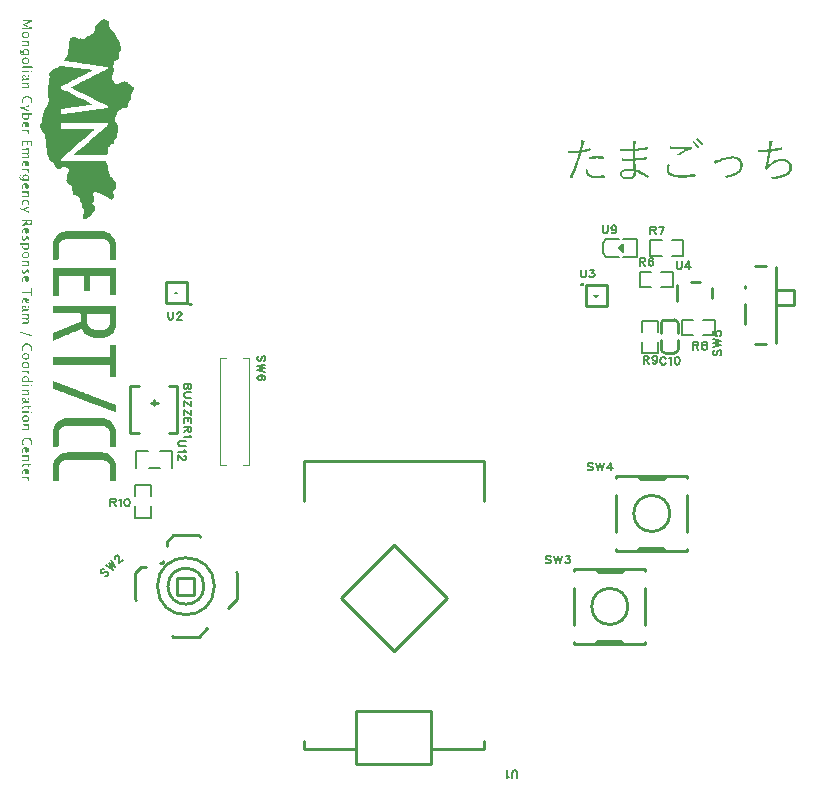
<source format=gto>
G04 Layer: TopSilkscreenLayer*
G04 EasyEDA Pro v2.2.28.1, 2024-09-30 17:42:25*
G04 Gerber Generator version 0.3*
G04 Scale: 100 percent, Rotated: No, Reflected: No*
G04 Dimensions in millimeters*
G04 Leading zeros omitted, absolute positions, 3 integers and 5 decimals*
%FSLAX35Y35*%
%MOMM*%
%ADD10C,0.1524*%
%ADD11C,0.254*%
%ADD12C,0.12*%
%ADD13C,0.15001*%
G75*


G04 Image Start*
G36*
G01X3765699Y-5237191D02*
G01X3716045Y-5237191D01*
G01X3716508Y-5173952D01*
G01X3716973Y-5110713D01*
G01X3719962Y-5097573D01*
G01X3722952Y-5084432D01*
G01X3726160Y-5073482D01*
G01X3730948Y-5063079D01*
G01X3735737Y-5052676D01*
G01X3743579Y-5042041D01*
G01X3751422Y-5031406D01*
G01X3761108Y-5023256D01*
G01X3770795Y-5015106D01*
G01X3783575Y-5008899D01*
G01X3796355Y-5002692D01*
G01X3807436Y-4999935D01*
G01X3818517Y-4997179D01*
G01X3851292Y-4994182D01*
G01X3984052Y-4994136D01*
G01X4116812Y-4994091D01*
G01X4132673Y-4995314D01*
G01X4148533Y-4996538D01*
G01X4174201Y-5002759D01*
G01X4198262Y-5014100D01*
G01X4205670Y-5019923D01*
G01X4213078Y-5025746D01*
G01X4221404Y-5034060D01*
G01X4226733Y-5040630D01*
G01X4234561Y-5051581D01*
G01X4236929Y-5056509D01*
G01X4239298Y-5061436D01*
G01X4241761Y-5066912D01*
G01X4244223Y-5072387D01*
G01X4246331Y-5078957D01*
G01X4248439Y-5085527D01*
G01X4252194Y-5101953D01*
G01X4253866Y-5118379D01*
G01X4254207Y-5237191D01*
G01X4204669Y-5237191D01*
G01X4204205Y-5179975D01*
G01X4203742Y-5122759D01*
G01X4198809Y-5105238D01*
G01X4190351Y-5088813D01*
G01X4172268Y-5071246D01*
G01X4156445Y-5063763D01*
G01X4150229Y-5062098D01*
G01X4144013Y-5060432D01*
G01X3991242Y-5060079D01*
G01X3838470Y-5059726D01*
G01X3827849Y-5061258D01*
G01X3817228Y-5062789D01*
G01X3807453Y-5067227D01*
G01X3797678Y-5071665D01*
G01X3789443Y-5079691D01*
G01X3781207Y-5087717D01*
G01X3776363Y-5097075D01*
G01X3771520Y-5106432D01*
G01X3769306Y-5116678D01*
G01X3767093Y-5126924D01*
G01X3767077Y-5179594D01*
G01X3767062Y-5232263D01*
G01X3765699Y-5237191D01*
G37*
G36*
G01X3519478Y-5234180D02*
G01X3519580Y-5237191D01*
G01X3509408Y-5237191D01*
G01X3509408Y-5231990D01*
G01X3507906Y-5224714D01*
G01X3497953Y-5215341D01*
G01X3459114Y-5214743D01*
G01X3458768Y-5210708D01*
G01X3458422Y-5206673D01*
G01X3460813Y-5205433D01*
G01X3463205Y-5204193D01*
G01X3489094Y-5204540D01*
G01X3514983Y-5204887D01*
G01X3516863Y-5206711D01*
G01X3518743Y-5208535D01*
G01X3517991Y-5211435D01*
G01X3517240Y-5214336D01*
G01X3513889Y-5215468D01*
G01X3510538Y-5216600D01*
G01X3510538Y-5218166D01*
G01X3513959Y-5221341D01*
G01X3517379Y-5224516D01*
G01X3518378Y-5227842D01*
G01X3519376Y-5231168D01*
G01X3519478Y-5234180D01*
G37*
G36*
G01X3503025Y-5180096D02*
G01X3496249Y-5180839D01*
G01X3489472Y-5181582D01*
G01X3487573Y-5179742D01*
G01X3485674Y-5177902D01*
G01X3485674Y-5165466D01*
G01X3494614Y-5165466D01*
G01X3495889Y-5170393D01*
G01X3495889Y-5170393D01*
G01X3502707Y-5170393D01*
G01X3505546Y-5168591D01*
G01X3508386Y-5166788D01*
G01X3510027Y-5162982D01*
G01X3511669Y-5159176D01*
G01X3511438Y-5158895D01*
G01X3509032Y-5151611D01*
G01X3505333Y-5148878D01*
G01X3501634Y-5146144D01*
G01X3498457Y-5146497D01*
G01X3495281Y-5146850D01*
G01X3494947Y-5156158D01*
G01X3494614Y-5165466D01*
G01X3485674Y-5165466D01*
G01X3485674Y-5146537D01*
G01X3483872Y-5145867D01*
G01X3482070Y-5145197D01*
G01X3477336Y-5147225D01*
G01X3472602Y-5149254D01*
G01X3469600Y-5152711D01*
G01X3466598Y-5156168D01*
G01X3465842Y-5161052D01*
G01X3465086Y-5165936D01*
G01X3466435Y-5171386D01*
G01X3467785Y-5176837D01*
G01X3466248Y-5181529D01*
G01X3463257Y-5180802D01*
G01X3460267Y-5180075D01*
G01X3459484Y-5178846D01*
G01X3458700Y-5177617D01*
G01X3457157Y-5161669D01*
G01X3457957Y-5156501D01*
G01X3458757Y-5151333D01*
G01X3461954Y-5146831D01*
G01X3465151Y-5142329D01*
G01X3469669Y-5139432D01*
G01X3474187Y-5136534D01*
G01X3481499Y-5135229D01*
G01X3488811Y-5133924D01*
G01X3503192Y-5136640D01*
G01X3506583Y-5138657D01*
G01X3509973Y-5140674D01*
G01X3513243Y-5143985D01*
G01X3516512Y-5147296D01*
G01X3517970Y-5152548D01*
G01X3519427Y-5157800D01*
G01X3519476Y-5158895D01*
G01X3519525Y-5159990D01*
G01X3518356Y-5164918D01*
G01X3517188Y-5169846D01*
G01X3511103Y-5176069D01*
G01X3507064Y-5178083D01*
G01X3503025Y-5180096D01*
G37*
G36*
G01X3516665Y-5117903D02*
G01X3514992Y-5119248D01*
G01X3512200Y-5118016D01*
G01X3509408Y-5116783D01*
G01X3509408Y-5107832D01*
G01X3508238Y-5105714D01*
G01X3507068Y-5103596D01*
G01X3474937Y-5103814D01*
G01X3472124Y-5104573D01*
G01X3469312Y-5105331D01*
G01X3466756Y-5109005D01*
G01X3464200Y-5112680D01*
G01X3464200Y-5117597D01*
G01X3462252Y-5118321D01*
G01X3460304Y-5119046D01*
G01X3457419Y-5115222D01*
G01X3457419Y-5104582D01*
G01X3459087Y-5101457D01*
G01X3460755Y-5098332D01*
G01X3465021Y-5095762D01*
G01X3469286Y-5093193D01*
G01X3506974Y-5092428D01*
G01X3512816Y-5086075D01*
G01X3515764Y-5086075D01*
G01X3520778Y-5092645D01*
G01X3523954Y-5092645D01*
G01X3526853Y-5093713D01*
G01X3529752Y-5094781D01*
G01X3529752Y-5101276D01*
G01X3526926Y-5103048D01*
G01X3519015Y-5105298D01*
G01X3518676Y-5110928D01*
G01X3518338Y-5116558D01*
G01X3516665Y-5117903D01*
G37*
G36*
G01X3484867Y-5067283D02*
G01X3461850Y-5067655D01*
G01X3460200Y-5066328D01*
G01X3458549Y-5065001D01*
G01X3458549Y-5058967D01*
G01X3461435Y-5056646D01*
G01X3483133Y-5056304D01*
G01X3504830Y-5055961D01*
G01X3509697Y-5051240D01*
G01X3508924Y-5046247D01*
G01X3508151Y-5041254D01*
G01X3503258Y-5036015D01*
G01X3498365Y-5030775D01*
G01X3478740Y-5030228D01*
G01X3459114Y-5029680D01*
G01X3458362Y-5024530D01*
G01X3459042Y-5021903D01*
G01X3459723Y-5019277D01*
G01X3516245Y-5019277D01*
G01X3518394Y-5024752D01*
G01X3516245Y-5030228D01*
G01X3514361Y-5030228D01*
G01X3512312Y-5031680D01*
G01X3510262Y-5033132D01*
G01X3513696Y-5036921D01*
G01X3517130Y-5040710D01*
G01X3518302Y-5044503D01*
G01X3519475Y-5048296D01*
G01X3518955Y-5052367D01*
G01X3518435Y-5056437D01*
G01X3517250Y-5058957D01*
G01X3516065Y-5061476D01*
G01X3511974Y-5064194D01*
G01X3507884Y-5066912D01*
G01X3484867Y-5067283D01*
G37*
G36*
G01X3495153Y-4995968D02*
G01X3488244Y-4996557D01*
G01X3487245Y-4995050D01*
G01X3486246Y-4993544D01*
G01X3485862Y-4982810D01*
G01X3494638Y-4982810D01*
G01X3496408Y-4984233D01*
G01X3496408Y-4984233D01*
G01X3498178Y-4985657D01*
G01X3502656Y-4984357D01*
G01X3507135Y-4983056D01*
G01X3510252Y-4977118D01*
G01X3510907Y-4974928D01*
G01X3511562Y-4972738D01*
G01X3508544Y-4965982D01*
G01X3502182Y-4961133D01*
G01X3498731Y-4961460D01*
G01X3495281Y-4961787D01*
G01X3494638Y-4982810D01*
G01X3485862Y-4982810D01*
G01X3485109Y-4961787D01*
G01X3481121Y-4961462D01*
G01X3477133Y-4961136D01*
G01X3472987Y-4964199D01*
G01X3468841Y-4967262D01*
G01X3465896Y-4973833D01*
G01X3466480Y-4986973D01*
G01X3467026Y-4995734D01*
G01X3464624Y-4996066D01*
G01X3462222Y-4996398D01*
G01X3460484Y-4994714D01*
G01X3458745Y-4993030D01*
G01X3457951Y-4984818D01*
G01X3457157Y-4976606D01*
G01X3458716Y-4966167D01*
G01X3461587Y-4962096D01*
G01X3464458Y-4958024D01*
G01X3468002Y-4955463D01*
G01X3471547Y-4952902D01*
G01X3476670Y-4951048D01*
G01X3481794Y-4949194D01*
G01X3495762Y-4949194D01*
G01X3501738Y-4951459D01*
G01X3507713Y-4953723D01*
G01X3511997Y-4957747D01*
G01X3516281Y-4961771D01*
G01X3519422Y-4971643D01*
G01X3519495Y-4973833D01*
G01X3519567Y-4976023D01*
G01X3518338Y-4980403D01*
G01X3517109Y-4984783D01*
G01X3514106Y-4987888D01*
G01X3511103Y-4990993D01*
G01X3502062Y-4995379D01*
G01X3495153Y-4995968D01*
G37*
G36*
G01X3765333Y-4944570D02*
G01X3763574Y-4947004D01*
G01X3717407Y-4947004D01*
G01X3716722Y-4944359D01*
G01X3716037Y-4941715D01*
G01X3717014Y-4820526D01*
G01X3721852Y-4798166D01*
G01X3724039Y-4790731D01*
G01X3726227Y-4783295D01*
G01X3728832Y-4777272D01*
G01X3731436Y-4771249D01*
G01X3734981Y-4764599D01*
G01X3738526Y-4757948D01*
G01X3744911Y-4749584D01*
G01X3751295Y-4741220D01*
G01X3761053Y-4733053D01*
G01X3770812Y-4724886D01*
G01X3783362Y-4718794D01*
G01X3795913Y-4712701D01*
G01X3807185Y-4709885D01*
G01X3818458Y-4707069D01*
G01X3832050Y-4705213D01*
G01X3845641Y-4703356D01*
G01X4124799Y-4703356D01*
G01X4155315Y-4707418D01*
G01X4159835Y-4708820D01*
G01X4164356Y-4710222D01*
G01X4175299Y-4712746D01*
G01X4187509Y-4718679D01*
G01X4199719Y-4724612D01*
G01X4206337Y-4729950D01*
G01X4212955Y-4735287D01*
G01X4217475Y-4739821D01*
G01X4221996Y-4744354D01*
G01X4226724Y-4750443D01*
G01X4230642Y-4755919D01*
G01X4234561Y-4761394D01*
G01X4236929Y-4766322D01*
G01X4239298Y-4771249D01*
G01X4241761Y-4776724D01*
G01X4244223Y-4782200D01*
G01X4246331Y-4788770D01*
G01X4248439Y-4795340D01*
G01X4252179Y-4811766D01*
G01X4253027Y-4819431D01*
G01X4253875Y-4827097D01*
G01X4254041Y-4885318D01*
G01X4254207Y-4943540D01*
G01X4252835Y-4947004D01*
G01X4207015Y-4947004D01*
G01X4205845Y-4945635D01*
G01X4204674Y-4944266D01*
G01X4204205Y-4888419D01*
G01X4203736Y-4832572D01*
G01X4201267Y-4823854D01*
G01X4198797Y-4815135D01*
G01X4193963Y-4805196D01*
G01X4189585Y-4798870D01*
G01X4185206Y-4792544D01*
G01X4180997Y-4788646D01*
G01X4176788Y-4784747D01*
G01X4167747Y-4778663D01*
G01X4157575Y-4773918D01*
G01X4148379Y-4771762D01*
G01X4139183Y-4769607D01*
G01X3831692Y-4769607D01*
G01X3822279Y-4771775D01*
G01X3812866Y-4773943D01*
G01X3804959Y-4778014D01*
G01X3797052Y-4782085D01*
G01X3780968Y-4797668D01*
G01X3770717Y-4818336D01*
G01X3768903Y-4828192D01*
G01X3767088Y-4838047D01*
G01X3767090Y-4890092D01*
G01X3767093Y-4942137D01*
G01X3765333Y-4944570D01*
G37*
G36*
G01X3534071Y-4931657D02*
G01X3532174Y-4931673D01*
G01X3530440Y-4929994D01*
G01X3528706Y-4928314D01*
G01X3530638Y-4923393D01*
G01X3532019Y-4915098D01*
G01X3533400Y-4906804D01*
G01X3530790Y-4894989D01*
G01X3524940Y-4886800D01*
G01X3519152Y-4884095D01*
G01X3513364Y-4881391D01*
G01X3505990Y-4880107D01*
G01X3498615Y-4878824D01*
G01X3490167Y-4880671D01*
G01X3481718Y-4882518D01*
G01X3477516Y-4885320D01*
G01X3473314Y-4888121D01*
G01X3470549Y-4891633D01*
G01X3467784Y-4895145D01*
G01X3465036Y-4908677D01*
G01X3467767Y-4922366D01*
G01X3469419Y-4925633D01*
G01X3471072Y-4928901D01*
G01X3469116Y-4930287D01*
G01X3467159Y-4931673D01*
G01X3464200Y-4931673D01*
G01X3459799Y-4927409D01*
G01X3458670Y-4923245D01*
G01X3457541Y-4919080D01*
G01X3456787Y-4912387D01*
G01X3456032Y-4905694D01*
G01X3457401Y-4897604D01*
G01X3458770Y-4889514D01*
G01X3464008Y-4880754D01*
G01X3471547Y-4873748D01*
G01X3477198Y-4871279D01*
G01X3482849Y-4868810D01*
G01X3498671Y-4868782D01*
G01X3514494Y-4868754D01*
G01X3519844Y-4871125D01*
G01X3525193Y-4873497D01*
G01X3529116Y-4876396D01*
G01X3533038Y-4879294D01*
G01X3536140Y-4884404D01*
G01X3539243Y-4889514D01*
G01X3540587Y-4896632D01*
G01X3541930Y-4903750D01*
G01X3542002Y-4905940D01*
G01X3542074Y-4908130D01*
G01X3540593Y-4918920D01*
G01X3539112Y-4929711D01*
G01X3537540Y-4930675D01*
G01X3535968Y-4931640D01*
G01X3534071Y-4931657D01*
G37*
G36*
G01X3516065Y-4798665D02*
G01X3511975Y-4801383D01*
G01X3507885Y-4804101D01*
G01X3459114Y-4804101D01*
G01X3459114Y-4795340D01*
G01X3480023Y-4794713D01*
G01X3500932Y-4794086D01*
G01X3503804Y-4792911D01*
G01X3506676Y-4791736D01*
G01X3508185Y-4789973D01*
G01X3509695Y-4788211D01*
G01X3508960Y-4783757D01*
G01X3508225Y-4779304D01*
G01X3505869Y-4776216D01*
G01X3503513Y-4773129D01*
G01X3496411Y-4767964D01*
G01X3459114Y-4766869D01*
G01X3458755Y-4763239D01*
G01X3458395Y-4759608D01*
G01X3461087Y-4756466D01*
G01X3515007Y-4756466D01*
G01X3518510Y-4761646D01*
G01X3516245Y-4767417D01*
G01X3513076Y-4767417D01*
G01X3510185Y-4770792D01*
G01X3513666Y-4774306D01*
G01X3517146Y-4777820D01*
G01X3519475Y-4785485D01*
G01X3518955Y-4789556D01*
G01X3518435Y-4793626D01*
G01X3517250Y-4796146D01*
G01X3516065Y-4798665D01*
G37*
G36*
G01X3494787Y-4734390D02*
G01X3487934Y-4735298D01*
G01X3480976Y-4734376D01*
G01X3474017Y-4733454D01*
G01X3464554Y-4727653D01*
G01X3461269Y-4722622D01*
G01X3457984Y-4717592D01*
G01X3457984Y-4704290D01*
G01X3465081Y-4704290D01*
G01X3465630Y-4709009D01*
G01X3466179Y-4713728D01*
G01X3468032Y-4716467D01*
G01X3469884Y-4719206D01*
G01X3479458Y-4723983D01*
G01X3487995Y-4724001D01*
G01X3487995Y-4724001D01*
G01X3496532Y-4724018D01*
G01X3501631Y-4721627D01*
G01X3506728Y-4719236D01*
G01X3508633Y-4715365D01*
G01X3510538Y-4711495D01*
G01X3510513Y-4707426D01*
G01X3510487Y-4703356D01*
G01X3508599Y-4699642D01*
G01X3506710Y-4695928D01*
G01X3501561Y-4693659D01*
G01X3496411Y-4691390D01*
G01X3488500Y-4691351D01*
G01X3480588Y-4691311D01*
G01X3475151Y-4693401D01*
G01X3469714Y-4695492D01*
G01X3467398Y-4699891D01*
G01X3465081Y-4704290D01*
G01X3457984Y-4704290D01*
G01X3457984Y-4696584D01*
G01X3466413Y-4686618D01*
G01X3471660Y-4683639D01*
G01X3476906Y-4680660D01*
G01X3498944Y-4680585D01*
G01X3511144Y-4687348D01*
G01X3516625Y-4694531D01*
G01X3518006Y-4700039D01*
G01X3519388Y-4705547D01*
G01X3519484Y-4706861D01*
G01X3519580Y-4708176D01*
G01X3517104Y-4719782D01*
G01X3511402Y-4727938D01*
G01X3506520Y-4730710D01*
G01X3501639Y-4733482D01*
G01X3494787Y-4734390D01*
G37*
G36*
G01X3539923Y-4656549D02*
G01X3538290Y-4657862D01*
G01X3536657Y-4659175D01*
G01X3534168Y-4658817D01*
G01X3531678Y-4658460D01*
G01X3530476Y-4656601D01*
G01X3529273Y-4654742D01*
G01X3530383Y-4651673D01*
G01X3531492Y-4648604D01*
G01X3534075Y-4648246D01*
G01X3536657Y-4647889D01*
G01X3538290Y-4649202D01*
G01X3539923Y-4650515D01*
G01X3539923Y-4656549D01*
G37*
G36*
G01X3514494Y-4658974D02*
G01X3462125Y-4659007D01*
G01X3458549Y-4657678D01*
G01X3458549Y-4651521D01*
G01X3459921Y-4648057D01*
G01X3516077Y-4648057D01*
G01X3517256Y-4649973D01*
G01X3518436Y-4651889D01*
G01X3517788Y-4654616D01*
G01X3517140Y-4657343D01*
G01X3514494Y-4658974D01*
G37*
G36*
G01X4252956Y-4653056D02*
G01X4251975Y-4653644D01*
G01X4244332Y-4650914D01*
G01X4236689Y-4648185D01*
G01X4224257Y-4643525D01*
G01X4215215Y-4640376D01*
G01X4210694Y-4638316D01*
G01X4195437Y-4632726D01*
G01X4180179Y-4627097D01*
G01X4176618Y-4625532D01*
G01X4173056Y-4623966D01*
G01X4170633Y-4623966D01*
G01X4165799Y-4621880D01*
G01X4160966Y-4619795D01*
G01X4151924Y-4616405D01*
G01X4136101Y-4610606D01*
G01X4121409Y-4605235D01*
G01X4116888Y-4603275D01*
G01X4108977Y-4600407D01*
G01X4101065Y-4597539D01*
G01X4097110Y-4596021D01*
G01X4093154Y-4594504D01*
G01X4085243Y-4591648D01*
G01X4077331Y-4588792D01*
G01X4067159Y-4584676D01*
G01X4059248Y-4581820D01*
G01X4051337Y-4578964D01*
G01X4047381Y-4577447D01*
G01X4043425Y-4575930D01*
G01X4035514Y-4573061D01*
G01X4027603Y-4570193D01*
G01X4023082Y-4568233D01*
G01X4015170Y-4565365D01*
G01X4007259Y-4562497D01*
G01X4003303Y-4560980D01*
G01X3999348Y-4559463D01*
G01X3991436Y-4556607D01*
G01X3983525Y-4553751D01*
G01X3973353Y-4549634D01*
G01X3965442Y-4546754D01*
G01X3957530Y-4543874D01*
G01X3953969Y-4542308D01*
G01X3950408Y-4540742D01*
G01X3948001Y-4540742D01*
G01X3944289Y-4539143D01*
G01X3940578Y-4537544D01*
G01X3914583Y-4527829D01*
G01X3906672Y-4524901D01*
G01X3898760Y-4521973D01*
G01X3895199Y-4520407D01*
G01X3891638Y-4518841D01*
G01X3889769Y-4518841D01*
G01X3880137Y-4515086D01*
G01X3870505Y-4511331D01*
G01X3862877Y-4508516D01*
G01X3855248Y-4505701D01*
G01X3839990Y-4500110D01*
G01X3835469Y-4498151D01*
G01X3820777Y-4492779D01*
G01X3804954Y-4486932D01*
G01X3801393Y-4485366D01*
G01X3797831Y-4483800D01*
G01X3795963Y-4483800D01*
G01X3786331Y-4480045D01*
G01X3776699Y-4476289D01*
G01X3769070Y-4473474D01*
G01X3761442Y-4470659D01*
G01X3746184Y-4465031D01*
G01X3742623Y-4463465D01*
G01X3739061Y-4461899D01*
G01X3736638Y-4461899D01*
G01X3731804Y-4459794D01*
G01X3726971Y-4457689D01*
G01X3723201Y-4456337D01*
G01X3719432Y-4454986D01*
G01X3717833Y-4453436D01*
G01X3716234Y-4451887D01*
G01X3716268Y-4392363D01*
G01X3718089Y-4389584D01*
G01X3728101Y-4392926D01*
G01X3732622Y-4394986D01*
G01X3740533Y-4397847D01*
G01X3748444Y-4400708D01*
G01X3758616Y-4404833D01*
G01X3772179Y-4409885D01*
G01X3785741Y-4414936D01*
G01X3790262Y-4416877D01*
G01X3803824Y-4421929D01*
G01X3817386Y-4426981D01*
G01X3827558Y-4431106D01*
G01X3835469Y-4433986D01*
G01X3843381Y-4436866D01*
G01X3846942Y-4438432D01*
G01X3850504Y-4439998D01*
G01X3852081Y-4439998D01*
G01X3855642Y-4441564D01*
G01X3859204Y-4443130D01*
G01X3867115Y-4446010D01*
G01X3875026Y-4448890D01*
G01X3885198Y-4453007D01*
G01X3893109Y-4455887D01*
G01X3901021Y-4458767D01*
G01X3904582Y-4460333D01*
G01X3908144Y-4461899D01*
G01X3909721Y-4461899D01*
G01X3913282Y-4463465D01*
G01X3916843Y-4465031D01*
G01X3924755Y-4467911D01*
G01X3932666Y-4470791D01*
G01X3942838Y-4474916D01*
G01X3956400Y-4479968D01*
G01X3969963Y-4485019D01*
G01X3974483Y-4486960D01*
G01X3988046Y-4492012D01*
G01X4001608Y-4497064D01*
G01X4011780Y-4501189D01*
G01X4019691Y-4504050D01*
G01X4027603Y-4506911D01*
G01X4032123Y-4508861D01*
G01X4045686Y-4513913D01*
G01X4059248Y-4518965D01*
G01X4069420Y-4523090D01*
G01X4077331Y-4525951D01*
G01X4085243Y-4528812D01*
G01X4089763Y-4530769D01*
G01X4101065Y-4535138D01*
G01X4108977Y-4538006D01*
G01X4116888Y-4540874D01*
G01X4127060Y-4544991D01*
G01X4134971Y-4547852D01*
G01X4142882Y-4550713D01*
G01X4147403Y-4552670D01*
G01X4158705Y-4557030D01*
G01X4172268Y-4562088D01*
G01X4185830Y-4567147D01*
G01X4197132Y-4571636D01*
G01X4201965Y-4573710D01*
G01X4206799Y-4575784D01*
G01X4209123Y-4575784D01*
G01X4213864Y-4577780D01*
G01X4218606Y-4579776D01*
G01X4227647Y-4583344D01*
G01X4235558Y-4586164D01*
G01X4243470Y-4588984D01*
G01X4248556Y-4591418D01*
G01X4253642Y-4593852D01*
G01X4254772Y-4647509D01*
G01X4253937Y-4652469D01*
G01X4252956Y-4653056D01*
G37*
G36*
G01X3463928Y-4626107D02*
G01X3460565Y-4628811D01*
G01X3457419Y-4624642D01*
G01X3457423Y-4619102D01*
G01X3457428Y-4613563D01*
G01X3459634Y-4610057D01*
G01X3461840Y-4606551D01*
G01X3469286Y-4602625D01*
G01X3488114Y-4602254D01*
G01X3506941Y-4601883D01*
G01X3512816Y-4595494D01*
G01X3516238Y-4595494D01*
G01X3517528Y-4598238D01*
G01X3518818Y-4600981D01*
G01X3523437Y-4602182D01*
G01X3528056Y-4603382D01*
G01X3528904Y-4603883D01*
G01X3529752Y-4604384D01*
G01X3529752Y-4610696D01*
G01X3526926Y-4612468D01*
G01X3522971Y-4613594D01*
G01X3519015Y-4614720D01*
G01X3518430Y-4620164D01*
G01X3517844Y-4625608D01*
G01X3516056Y-4628346D01*
G01X3512960Y-4628346D01*
G01X3511184Y-4626625D01*
G01X3509408Y-4624904D01*
G01X3509408Y-4616719D01*
G01X3506429Y-4612772D01*
G01X3488605Y-4613170D01*
G01X3470781Y-4613568D01*
G01X3468003Y-4616698D01*
G01X3465224Y-4619828D01*
G01X3463928Y-4626107D01*
G37*
G36*
G01X3465212Y-4579850D02*
G01X3460567Y-4583916D01*
G01X3458993Y-4581831D01*
G01X3457419Y-4579745D01*
G01X3457419Y-4573362D01*
G01X3463070Y-4566855D01*
G01X3463070Y-4563449D01*
G01X3460766Y-4559836D01*
G01X3458461Y-4556224D01*
G01X3457801Y-4550824D01*
G01X3457753Y-4550428D01*
G01X3466178Y-4550428D01*
G01X3466949Y-4555410D01*
G01X3467720Y-4560392D01*
G01X3470633Y-4562613D01*
G01X3473547Y-4564833D01*
G01X3473547Y-4564833D01*
G01X3484464Y-4564833D01*
G01X3485634Y-4562715D01*
G01X3486804Y-4560597D01*
G01X3486689Y-4558609D01*
G01X3486573Y-4556620D01*
G01X3485686Y-4552990D01*
G01X3484799Y-4549359D01*
G01X3482129Y-4546574D01*
G01X3479458Y-4543788D01*
G01X3477198Y-4542944D01*
G01X3474937Y-4542101D01*
G01X3471780Y-4543664D01*
G01X3468623Y-4545228D01*
G01X3467401Y-4547828D01*
G01X3466178Y-4550428D01*
G01X3457753Y-4550428D01*
G01X3457141Y-4545424D01*
G01X3459745Y-4537779D01*
G01X3462529Y-4535245D01*
G01X3465313Y-4532711D01*
G01X3471470Y-4532216D01*
G01X3477626Y-4531721D01*
G01X3481533Y-4534061D01*
G01X3485440Y-4536400D01*
G01X3489590Y-4542385D01*
G01X3493552Y-4554430D01*
G01X3493569Y-4557514D01*
G01X3493585Y-4560597D01*
G01X3494755Y-4562715D01*
G01X3495925Y-4564833D01*
G01X3502480Y-4564833D01*
G01X3505325Y-4563785D01*
G01X3508170Y-4562737D01*
G01X3510019Y-4559272D01*
G01X3511868Y-4555807D01*
G01X3507977Y-4539797D01*
G01X3508657Y-4538079D01*
G01X3509337Y-4536362D01*
G01X3512367Y-4536362D01*
G01X3514448Y-4537836D01*
G01X3516529Y-4539311D01*
G01X3518026Y-4545775D01*
G01X3519523Y-4552240D01*
G01X3518478Y-4564888D01*
G01X3515121Y-4571179D01*
G01X3505304Y-4575784D01*
G01X3469858Y-4575784D01*
G01X3465212Y-4579850D01*
G37*
G36*
G01X3511975Y-4507911D02*
G01X3507884Y-4510628D01*
G01X3459114Y-4510628D01*
G01X3458775Y-4506702D01*
G01X3458435Y-4502776D01*
G01X3459935Y-4501569D01*
G01X3461435Y-4500363D01*
G01X3483046Y-4500021D01*
G01X3504656Y-4499678D01*
G01X3507147Y-4497491D01*
G01X3509639Y-4495304D01*
G01X3508955Y-4490473D01*
G01X3508272Y-4485641D01*
G01X3505374Y-4481960D01*
G01X3502476Y-4478280D01*
G01X3499499Y-4476386D01*
G01X3496521Y-4474492D01*
G01X3459114Y-4473397D01*
G01X3458362Y-4468246D01*
G01X3459042Y-4465620D01*
G01X3459723Y-4462994D01*
G01X3515827Y-4462994D01*
G01X3517112Y-4465727D01*
G01X3518397Y-4468460D01*
G01X3517321Y-4471202D01*
G01X3516245Y-4473944D01*
G01X3514361Y-4473944D01*
G01X3512167Y-4475510D01*
G01X3509973Y-4477076D01*
G01X3517146Y-4484347D01*
G01X3519475Y-4492013D01*
G01X3518955Y-4496083D01*
G01X3518435Y-4500154D01*
G01X3517250Y-4502674D01*
G01X3516065Y-4505193D01*
G01X3511975Y-4507911D01*
G37*
G36*
G01X3536182Y-4436518D02*
G01X3533006Y-4436871D01*
G01X3531379Y-4435563D01*
G01X3529752Y-4434255D01*
G01X3529752Y-4428187D01*
G01X3533327Y-4426857D01*
G01X3538417Y-4426857D01*
G01X3539224Y-4427640D01*
G01X3540031Y-4428422D01*
G01X3539695Y-4432294D01*
G01X3539358Y-4436165D01*
G01X3536182Y-4436518D01*
G37*
G36*
G01X3516897Y-4435503D02*
G01X3515344Y-4436752D01*
G01X3487229Y-4436458D01*
G01X3459114Y-4436165D01*
G01X3459114Y-4427405D01*
G01X3487229Y-4427112D01*
G01X3515344Y-4426819D01*
G01X3516897Y-4428067D01*
G01X3518450Y-4429316D01*
G01X3518450Y-4434255D01*
G01X3516897Y-4435503D01*
G37*
G36*
G01X3544029Y-4399361D02*
G01X3542483Y-4400604D01*
G01X3500799Y-4400316D01*
G01X3459114Y-4400029D01*
G01X3458768Y-4395994D01*
G01X3458422Y-4391959D01*
G01X3460746Y-4390754D01*
G01X3463070Y-4389549D01*
G01X3463070Y-4386252D01*
G01X3460651Y-4383082D01*
G01X3458231Y-4379911D01*
G01X3457688Y-4374427D01*
G01X3457144Y-4368943D01*
G01X3457372Y-4367763D01*
G01X3467160Y-4367763D01*
G01X3467244Y-4373158D01*
G01X3467328Y-4378552D01*
G01X3472271Y-4386301D01*
G01X3475474Y-4388511D01*
G01X3478677Y-4390721D01*
G01X3478677Y-4390721D01*
G01X3501323Y-4390721D01*
G01X3504602Y-4388048D01*
G01X3507880Y-4385375D01*
G01X3509209Y-4381077D01*
G01X3510538Y-4376779D01*
G01X3510385Y-4370463D01*
G01X3509150Y-4367979D01*
G01X3507915Y-4365496D01*
G01X3503922Y-4363105D01*
G01X3499929Y-4360714D01*
G01X3490110Y-4360259D01*
G01X3480291Y-4359804D01*
G01X3476367Y-4361059D01*
G01X3472444Y-4362313D01*
G01X3469802Y-4365038D01*
G01X3467160Y-4367763D01*
G01X3457372Y-4367763D01*
G01X3457902Y-4365025D01*
G01X3458661Y-4361108D01*
G01X3462240Y-4357158D01*
G01X3465819Y-4353209D01*
G01X3470943Y-4350975D01*
G01X3476067Y-4348742D01*
G01X3495281Y-4348562D01*
G01X3501402Y-4350752D01*
G01X3507524Y-4352942D01*
G01X3517130Y-4362239D01*
G01X3518334Y-4367681D01*
G01X3519539Y-4373124D01*
G01X3518833Y-4376721D01*
G01X3518127Y-4380318D01*
G01X3516593Y-4383275D01*
G01X3515059Y-4386232D01*
G01X3515059Y-4390721D01*
G01X3542862Y-4390721D01*
G01X3545574Y-4393349D01*
G01X3545574Y-4398118D01*
G01X3544029Y-4399361D01*
G37*
G36*
G01X4251670Y-4357869D02*
G01X4207191Y-4357869D01*
G01X4204478Y-4355241D01*
G01X4204478Y-4257125D01*
G01X4199957Y-4252745D01*
G01X3717606Y-4252745D01*
G01X3716234Y-4249281D01*
G01X3716234Y-4189670D01*
G01X3718946Y-4187042D01*
G01X4200926Y-4187042D01*
G01X4202702Y-4185322D01*
G01X4204478Y-4183601D01*
G01X4204513Y-4085751D01*
G01X4205583Y-4084108D01*
G01X4206653Y-4082466D01*
G01X4224952Y-4082093D01*
G01X4243251Y-4081720D01*
G01X4253208Y-4083166D01*
G01X4253990Y-4085214D01*
G01X4254772Y-4087262D01*
G01X4254189Y-4354928D01*
G01X4252929Y-4356399D01*
G01X4251670Y-4357869D01*
G37*
G36*
G01X3519015Y-4333007D02*
G01X3515409Y-4335196D01*
G01X3512560Y-4334503D01*
G01X3509710Y-4333810D01*
G01X3509096Y-4329372D01*
G01X3508482Y-4324935D01*
G01X3504934Y-4319689D01*
G01X3496596Y-4313520D01*
G01X3477855Y-4312973D01*
G01X3459114Y-4312425D01*
G01X3459114Y-4303665D01*
G01X3487229Y-4303372D01*
G01X3515344Y-4303078D01*
G01X3516897Y-4304327D01*
G01X3518450Y-4305575D01*
G01X3518450Y-4310732D01*
G01X3512234Y-4314500D01*
G01X3511485Y-4314975D01*
G01X3512876Y-4317533D01*
G01X3514267Y-4320090D01*
G01X3515179Y-4320673D01*
G01X3516092Y-4321256D01*
G01X3517813Y-4325053D01*
G01X3519535Y-4328851D01*
G01X3519275Y-4330929D01*
G01X3519015Y-4333007D01*
G37*
G36*
G01X3508142Y-4276728D02*
G01X3501951Y-4278972D01*
G01X3495761Y-4281216D01*
G01X3480069Y-4281216D01*
G01X3475243Y-4279370D01*
G01X3470416Y-4277525D01*
G01X3467322Y-4275341D01*
G01X3464227Y-4273158D01*
G01X3461309Y-4269079D01*
G01X3458391Y-4265000D01*
G01X3457774Y-4256956D01*
G01X3457547Y-4253996D01*
G01X3464283Y-4253996D01*
G01X3467877Y-4263148D01*
G01X3473784Y-4268030D01*
G01X3473784Y-4268030D01*
G01X3479988Y-4269277D01*
G01X3486192Y-4270525D01*
G01X3492860Y-4269850D01*
G01X3499528Y-4269175D01*
G01X3507203Y-4264579D01*
G01X3508712Y-4261674D01*
G01X3510221Y-4258768D01*
G01X3510820Y-4256030D01*
G01X3511419Y-4253293D01*
G01X3510569Y-4250491D01*
G01X3509720Y-4247690D01*
G01X3507176Y-4243085D01*
G01X3502924Y-4240524D01*
G01X3498671Y-4237962D01*
G01X3487815Y-4237986D01*
G01X3476959Y-4238009D01*
G01X3467851Y-4243849D01*
G01X3466067Y-4248922D01*
G01X3464283Y-4253996D01*
G01X3457547Y-4253996D01*
G01X3457157Y-4248912D01*
G01X3458428Y-4244381D01*
G01X3459699Y-4239850D01*
G01X3464118Y-4235438D01*
G01X3468537Y-4231026D01*
G01X3479458Y-4226316D01*
G01X3496948Y-4226291D01*
G01X3502975Y-4228965D01*
G01X3509002Y-4231638D01*
G01X3513093Y-4236475D01*
G01X3517184Y-4241312D01*
G01X3518267Y-4246755D01*
G01X3519351Y-4252198D01*
G01X3518171Y-4262053D01*
G01X3516757Y-4265418D01*
G01X3515342Y-4268783D01*
G01X3511742Y-4272755D01*
G01X3508142Y-4276728D01*
G37*
G36*
G01X3500932Y-4207617D02*
G01X3493558Y-4208381D01*
G01X3486184Y-4209146D01*
G01X3479760Y-4207995D01*
G01X3473336Y-4206844D01*
G01X3468858Y-4203974D01*
G01X3464381Y-4201103D01*
G01X3461203Y-4196536D01*
G01X3458025Y-4191970D01*
G01X3458011Y-4185069D01*
G01X3465331Y-4185069D01*
G01X3467226Y-4188939D01*
G01X3469122Y-4192810D01*
G01X3469122Y-4192810D01*
G01X3475170Y-4195401D01*
G01X3481218Y-4197993D01*
G01X3488249Y-4197982D01*
G01X3495281Y-4197971D01*
G01X3501259Y-4195275D01*
G01X3507237Y-4192578D01*
G01X3508888Y-4188751D01*
G01X3510538Y-4184923D01*
G01X3510534Y-4180781D01*
G01X3510530Y-4176639D01*
G01X3508250Y-4173017D01*
G01X3505971Y-4169394D01*
G01X3501191Y-4167292D01*
G01X3496411Y-4165190D01*
G01X3479458Y-4165190D01*
G01X3474678Y-4167292D01*
G01X3469898Y-4169394D01*
G01X3467619Y-4173017D01*
G01X3465339Y-4176639D01*
G01X3465335Y-4180854D01*
G01X3465331Y-4185069D01*
G01X3458011Y-4185069D01*
G01X3457984Y-4171164D01*
G01X3464534Y-4161134D01*
G01X3476067Y-4154739D01*
G01X3500932Y-4154799D01*
G01X3506101Y-4157930D01*
G01X3511271Y-4161060D01*
G01X3514013Y-4164886D01*
G01X3516754Y-4168711D01*
G01X3519363Y-4178830D01*
G01X3519471Y-4181055D01*
G01X3519580Y-4183280D01*
G01X3518106Y-4188786D01*
G01X3516632Y-4194292D01*
G01X3513491Y-4198282D01*
G01X3510350Y-4202272D01*
G01X3505641Y-4204945D01*
G01X3500932Y-4207617D01*
G37*
G36*
G01X3537862Y-4135821D02*
G01X3536808Y-4136842D01*
G01X3530317Y-4136123D01*
G01X3530405Y-4131743D01*
G01X3530494Y-4127362D01*
G01X3533392Y-4111010D01*
G01X3532075Y-4105305D01*
G01X3530757Y-4099600D01*
G01X3527601Y-4095413D01*
G01X3524446Y-4091226D01*
G01X3511204Y-4084809D01*
G01X3487301Y-4084809D01*
G01X3476482Y-4090045D01*
G01X3468006Y-4098953D01*
G01X3466507Y-4105799D01*
G01X3465007Y-4112645D01*
G01X3466913Y-4121099D01*
G01X3468818Y-4129552D01*
G01X3469468Y-4133190D01*
G01X3470118Y-4136828D01*
G01X3466414Y-4136475D01*
G01X3462710Y-4136123D01*
G01X3460665Y-4132288D01*
G01X3458619Y-4128454D01*
G01X3457308Y-4119914D01*
G01X3455997Y-4111374D01*
G01X3457380Y-4102942D01*
G01X3458762Y-4094511D01*
G01X3460429Y-4091056D01*
G01X3462096Y-4087601D01*
G01X3467045Y-4082737D01*
G01X3471994Y-4077873D01*
G01X3486239Y-4072740D01*
G01X3498671Y-4072731D01*
G01X3511103Y-4072722D01*
G01X3516960Y-4074646D01*
G01X3522816Y-4076569D01*
G01X3528015Y-4080415D01*
G01X3533214Y-4084261D01*
G01X3536101Y-4088693D01*
G01X3538988Y-4093124D01*
G01X3540464Y-4100935D01*
G01X3541939Y-4108747D01*
G01X3542112Y-4113127D01*
G01X3540513Y-4123964D01*
G01X3538915Y-4134800D01*
G01X3537862Y-4135821D01*
G37*
G36*
G01X3724710Y-4049021D02*
G01X3721414Y-4050181D01*
G01X3718117Y-4051342D01*
G01X3717193Y-4049930D01*
G01X3716268Y-4048519D01*
G01X3716234Y-3989913D01*
G01X3720761Y-3986157D01*
G01X3950749Y-3887123D01*
G01X3952219Y-3882072D01*
G01X3952445Y-3823630D01*
G01X3952332Y-3823343D01*
G01X4003303Y-3823343D01*
G01X4003362Y-3873312D01*
G01X4004448Y-3884140D01*
G01X4005535Y-3894968D01*
G01X4008472Y-3903211D01*
G01X4011408Y-3911454D01*
G01X4013204Y-3914284D01*
G01X4014999Y-3917114D01*
G01X4018641Y-3922589D01*
G01X4022284Y-3928064D01*
G01X4033937Y-3938725D01*
G01X4042389Y-3944071D01*
G01X4050842Y-3949417D01*
G01X4052125Y-3949417D01*
G01X4055687Y-3951010D01*
G01X4059248Y-3952603D01*
G01X4070550Y-3956825D01*
G01X4096544Y-3961709D01*
G01X4096544Y-3961709D01*
G01X4127060Y-3961742D01*
G01X4138362Y-3959387D01*
G01X4149664Y-3957031D01*
G01X4160966Y-3952592D01*
G01X4170007Y-3947983D01*
G01X4175767Y-3943499D01*
G01X4181527Y-3939015D01*
G01X4185374Y-3934185D01*
G01X4189220Y-3929355D01*
G01X4191502Y-3925424D01*
G01X4193783Y-3921494D01*
G01X4199670Y-3906163D01*
G01X4201616Y-3898498D01*
G01X4203563Y-3890833D01*
G01X4204500Y-3824035D01*
G01X4202290Y-3819107D01*
G01X4005643Y-3819107D01*
G01X4004473Y-3821225D01*
G01X4003303Y-3823343D01*
G01X3952332Y-3823343D01*
G01X3951342Y-3820821D01*
G01X3950240Y-3818012D01*
G01X3718771Y-3818012D01*
G01X3716198Y-3815008D01*
G01X3716498Y-3784480D01*
G01X3716799Y-3753952D01*
G01X3984090Y-3753671D01*
G01X4251381Y-3753391D01*
G01X4252864Y-3753937D01*
G01X4254347Y-3754483D01*
G01X4253589Y-3921494D01*
G01X4251570Y-3928612D01*
G01X4249550Y-3935729D01*
G01X4247152Y-3944490D01*
G01X4244754Y-3953250D01*
G01X4239365Y-3964201D01*
G01X4233975Y-3975151D01*
G01X4226855Y-3983555D01*
G01X4219736Y-3991960D01*
G01X4202783Y-4004860D01*
G01X4194343Y-4009550D01*
G01X4177919Y-4016302D01*
G01X4176080Y-4017279D01*
G01X4174241Y-4018256D01*
G01X4165486Y-4019696D01*
G01X4149664Y-4023793D01*
G01X4132146Y-4025079D01*
G01X4114628Y-4026365D01*
G01X4099871Y-4025689D01*
G01X4085115Y-4025013D01*
G01X4076301Y-4023825D01*
G01X4067486Y-4022637D01*
G01X4059144Y-4020570D01*
G01X4050803Y-4018503D01*
G01X4043158Y-4016222D01*
G01X4035514Y-4013940D01*
G01X4030993Y-4011915D01*
G01X4026472Y-4009890D01*
G01X4014040Y-4004078D01*
G01X4007826Y-4000303D01*
G01X4001612Y-3996528D01*
G01X3993463Y-3989888D01*
G01X3985314Y-3983247D01*
G01X3978154Y-3974271D01*
G01X3970994Y-3965296D01*
G01X3963284Y-3950512D01*
G01X3956935Y-3950512D01*
G01X3954972Y-3951529D01*
G01X3953010Y-3952546D01*
G01X3942838Y-3956871D01*
G01X3905542Y-3972571D01*
G01X3897630Y-3975993D01*
G01X3890849Y-3978826D01*
G01X3853553Y-3994526D01*
G01X3843381Y-3998892D01*
G01X3838860Y-4000687D01*
G01X3828688Y-4005053D01*
G01X3791392Y-4020807D01*
G01X3781220Y-4025173D01*
G01X3778960Y-4026096D01*
G01X3776699Y-4027020D01*
G01X3729231Y-4047023D01*
G01X3726971Y-4048022D01*
G01X3724710Y-4049021D01*
G37*
G36*
G01X3538115Y-4007101D02*
G01X3536306Y-4007774D01*
G01X3507713Y-3999627D01*
G01X3500367Y-3997461D01*
G01X3493020Y-3995295D01*
G01X3478328Y-3991143D01*
G01X3470699Y-3988896D01*
G01X3463070Y-3986649D01*
G01X3456006Y-3984662D01*
G01X3448943Y-3982674D01*
G01X3442162Y-3979511D01*
G01X3441783Y-3976931D01*
G01X3441405Y-3974351D01*
G01X3443417Y-3972401D01*
G01X3448440Y-3973909D01*
G01X3453464Y-3975418D01*
G01X3469851Y-3980079D01*
G01X3478045Y-3982400D01*
G01X3486239Y-3984722D01*
G01X3498671Y-3988576D01*
G01X3514494Y-3993128D01*
G01X3525637Y-3996424D01*
G01X3536781Y-3999721D01*
G01X3538352Y-4000984D01*
G01X3539923Y-4002248D01*
G01X3539923Y-4006429D01*
G01X3538115Y-4007101D01*
G37*
G36*
G01X3513364Y-3900971D02*
G01X3509702Y-3902768D01*
G01X3506041Y-3904565D01*
G01X3482578Y-3904269D01*
G01X3459114Y-3903973D01*
G01X3458755Y-3900343D01*
G01X3458395Y-3896712D01*
G01X3461087Y-3893570D01*
G01X3481574Y-3893461D01*
G01X3502062Y-3893352D01*
G01X3504804Y-3892609D01*
G01X3507545Y-3891867D01*
G01X3508616Y-3888756D01*
G01X3509686Y-3885645D01*
G01X3508403Y-3881669D01*
G01X3507121Y-3877692D01*
G01X3504316Y-3874628D01*
G01X3501511Y-3871563D01*
G01X3497585Y-3869974D01*
G01X3493658Y-3868384D01*
G01X3459921Y-3868384D01*
G01X3458549Y-3864920D01*
G01X3458549Y-3858763D01*
G01X3462125Y-3857434D01*
G01X3504322Y-3857400D01*
G01X3506809Y-3855791D01*
G01X3508109Y-3853399D01*
G01X3509408Y-3851007D01*
G01X3509408Y-3845718D01*
G01X3506300Y-3841259D01*
G01X3503192Y-3836801D01*
G01X3497256Y-3832302D01*
G01X3478185Y-3832001D01*
G01X3459114Y-3831700D01*
G01X3459114Y-3822940D01*
G01X3487229Y-3822647D01*
G01X3515344Y-3822353D01*
G01X3516954Y-3823648D01*
G01X3518564Y-3824942D01*
G01X3518224Y-3827663D01*
G01X3517885Y-3830384D01*
G01X3514494Y-3832090D01*
G01X3510441Y-3833310D01*
G01X3511761Y-3835790D01*
G01X3513081Y-3838270D01*
G01X3515108Y-3840460D01*
G01X3517135Y-3842650D01*
G01X3519376Y-3850316D01*
G01X3519580Y-3855314D01*
G01X3518038Y-3858889D01*
G01X3516497Y-3862464D01*
G01X3512952Y-3865353D01*
G01X3509408Y-3868243D01*
G01X3509408Y-3870067D01*
G01X3513830Y-3875252D01*
G01X3518252Y-3880436D01*
G01X3518994Y-3884690D01*
G01X3519736Y-3888943D01*
G01X3518532Y-3893273D01*
G01X3517329Y-3897603D01*
G01X3513364Y-3900971D01*
G37*
G36*
G01X3469858Y-3795016D02*
G01X3460567Y-3803149D01*
G01X3458907Y-3800999D01*
G01X3457247Y-3798849D01*
G01X3458364Y-3790421D01*
G01X3460717Y-3787994D01*
G01X3463070Y-3785567D01*
G01X3463070Y-3781787D01*
G01X3460527Y-3778455D01*
G01X3457984Y-3775122D01*
G01X3457984Y-3773883D01*
G01X3466461Y-3773883D01*
G01X3468890Y-3780636D01*
G01X3474293Y-3784066D01*
G01X3474293Y-3784066D01*
G01X3484464Y-3784066D01*
G01X3485634Y-3781947D01*
G01X3486804Y-3779829D01*
G01X3486683Y-3777841D01*
G01X3486562Y-3775853D01*
G01X3485519Y-3771359D01*
G01X3484476Y-3766865D01*
G01X3478831Y-3761727D01*
G01X3470767Y-3761727D01*
G01X3466511Y-3767092D01*
G01X3466486Y-3770488D01*
G01X3466461Y-3773883D01*
G01X3457984Y-3773883D01*
G01X3457984Y-3759029D01*
G01X3461275Y-3755699D01*
G01X3464565Y-3752368D01*
G01X3469186Y-3751446D01*
G01X3473807Y-3750523D01*
G01X3481718Y-3752509D01*
G01X3485340Y-3755861D01*
G01X3488962Y-3759213D01*
G01X3491274Y-3766348D01*
G01X3493585Y-3773484D01*
G01X3493585Y-3780362D01*
G01X3495097Y-3782365D01*
G01X3496609Y-3784368D01*
G01X3501892Y-3783600D01*
G01X3507175Y-3782832D01*
G01X3509495Y-3778426D01*
G01X3511815Y-3774019D01*
G01X3509836Y-3765887D01*
G01X3507857Y-3757754D01*
G01X3510618Y-3755079D01*
G01X3513686Y-3756744D01*
G01X3516754Y-3758408D01*
G01X3518044Y-3764940D01*
G01X3519334Y-3771473D01*
G01X3519567Y-3778043D01*
G01X3518335Y-3782423D01*
G01X3517103Y-3786803D01*
G01X3514808Y-3789211D01*
G01X3512513Y-3791619D01*
G01X3507369Y-3793318D01*
G01X3502224Y-3795016D01*
G01X3469858Y-3795016D01*
G37*
G36*
G01X3503192Y-3730736D02*
G01X3495717Y-3731256D01*
G01X3488242Y-3731776D01*
G01X3487241Y-3730271D01*
G01X3486239Y-3728766D01*
G01X3485265Y-3701390D01*
G01X3494614Y-3701390D01*
G01X3494947Y-3710582D01*
G01X3495281Y-3719775D01*
G01X3495281Y-3719775D01*
G01X3497198Y-3720942D01*
G01X3499115Y-3722110D01*
G01X3507163Y-3718391D01*
G01X3511660Y-3711245D01*
G01X3511552Y-3709055D01*
G01X3509815Y-3705000D01*
G01X3508078Y-3700944D01*
G01X3504158Y-3698703D01*
G01X3500237Y-3696462D01*
G01X3495889Y-3696462D01*
G01X3494614Y-3701390D01*
G01X3485265Y-3701390D01*
G01X3485109Y-3697009D01*
G01X3479458Y-3696446D01*
G01X3470416Y-3701399D01*
G01X3467793Y-3706322D01*
G01X3465169Y-3711245D01*
G01X3465945Y-3717268D01*
G01X3466721Y-3723291D01*
G01X3467026Y-3730956D01*
G01X3463994Y-3731295D01*
G01X3460962Y-3731635D01*
G01X3459544Y-3729105D01*
G01X3458126Y-3726576D01*
G01X3458055Y-3714901D01*
G01X3457984Y-3703226D01*
G01X3461375Y-3698579D01*
G01X3464765Y-3693933D01*
G01X3468971Y-3690651D01*
G01X3473176Y-3687370D01*
G01X3487673Y-3684731D01*
G01X3494867Y-3685785D01*
G01X3502062Y-3686838D01*
G01X3511402Y-3692138D01*
G01X3514499Y-3696468D01*
G01X3517596Y-3700799D01*
G01X3518472Y-3704379D01*
G01X3519349Y-3707960D01*
G01X3519458Y-3709602D01*
G01X3519567Y-3711245D01*
G01X3518339Y-3715533D01*
G01X3517110Y-3719822D01*
G01X3514672Y-3723034D01*
G01X3512234Y-3726247D01*
G01X3507713Y-3728492D01*
G01X3503192Y-3730736D01*
G37*
G36*
G01X3539923Y-3672137D02*
G01X3538337Y-3672726D01*
G01X3536751Y-3673316D01*
G01X3534486Y-3672742D01*
G01X3532221Y-3672168D01*
G01X3531567Y-3669806D01*
G01X3530913Y-3667443D01*
G01X3530897Y-3657951D01*
G01X3530882Y-3648459D01*
G01X3529510Y-3644995D01*
G01X3461087Y-3644995D01*
G01X3458395Y-3641853D01*
G01X3458755Y-3638294D01*
G01X3459114Y-3634736D01*
G01X3462505Y-3633830D01*
G01X3465896Y-3632924D01*
G01X3528451Y-3633181D01*
G01X3529666Y-3632453D01*
G01X3530882Y-3631725D01*
G01X3530882Y-3609809D01*
G01X3532052Y-3607691D01*
G01X3533222Y-3605573D01*
G01X3538605Y-3605573D01*
G01X3539745Y-3608311D01*
G01X3539834Y-3640224D01*
G01X3539923Y-3672137D01*
G37*
G36*
G01X3768223Y-3665644D02*
G01X3766447Y-3667365D01*
G01X3764671Y-3669086D01*
G01X3718946Y-3669086D01*
G01X3716234Y-3666458D01*
G01X3716234Y-3435184D01*
G01X3718946Y-3432556D01*
G01X4251494Y-3432556D01*
G01X4254207Y-3435184D01*
G01X4254207Y-3658792D01*
G01X4251494Y-3661420D01*
G01X4207171Y-3661420D01*
G01X4203370Y-3658683D01*
G01X4203076Y-3580025D01*
G01X4202783Y-3501367D01*
G01X4200589Y-3499813D01*
G01X4198395Y-3498259D01*
G01X4034251Y-3498259D01*
G01X4032057Y-3499812D01*
G01X4029863Y-3501366D01*
G01X4029244Y-3627860D01*
G01X4028002Y-3629310D01*
G01X4026761Y-3630759D01*
G01X3980976Y-3630759D01*
G01X3979743Y-3629319D01*
G01X3978510Y-3627880D01*
G01X3978192Y-3564255D01*
G01X3977874Y-3500630D01*
G01X3976933Y-3499718D01*
G01X3975991Y-3498806D01*
G01X3874391Y-3498510D01*
G01X3772791Y-3498213D01*
G01X3768223Y-3502639D01*
G01X3768223Y-3665644D01*
G37*
G36*
G01X3494463Y-3549242D02*
G01X3489630Y-3549820D01*
G01X3487934Y-3548720D01*
G01X3486239Y-3547620D01*
G01X3485874Y-3531087D01*
G01X3485621Y-3519619D01*
G01X3494611Y-3519619D01*
G01X3494946Y-3528376D01*
G01X3495281Y-3537133D01*
G01X3499034Y-3537482D01*
G01X3499034Y-3537482D01*
G01X3502787Y-3537831D01*
G01X3505627Y-3536028D01*
G01X3508467Y-3534225D01*
G01X3510068Y-3530512D01*
G01X3511669Y-3526800D01*
G01X3511644Y-3526491D01*
G01X3511619Y-3526182D01*
G01X3509435Y-3521520D01*
G01X3507251Y-3516858D01*
G01X3504300Y-3515771D01*
G01X3501350Y-3514684D01*
G01X3495889Y-3514684D01*
G01X3495250Y-3517152D01*
G01X3494611Y-3519619D01*
G01X3485621Y-3519619D01*
G01X3485509Y-3514554D01*
G01X3483943Y-3513972D01*
G01X3482377Y-3513390D01*
G01X3478346Y-3514679D01*
G01X3474315Y-3515968D01*
G01X3471108Y-3518582D01*
G01X3467902Y-3521196D01*
G01X3464966Y-3531355D01*
G01X3466383Y-3538263D01*
G01X3467800Y-3545171D01*
G01X3466308Y-3549726D01*
G01X3463070Y-3549726D01*
G01X3458804Y-3545593D01*
G01X3458001Y-3537839D01*
G01X3457197Y-3530085D01*
G01X3458779Y-3518943D01*
G01X3462388Y-3514359D01*
G01X3465996Y-3509775D01*
G01X3471032Y-3506481D01*
G01X3476067Y-3503186D01*
G01X3487050Y-3502811D01*
G01X3498032Y-3502436D01*
G01X3504360Y-3505540D01*
G01X3510688Y-3508645D01*
G01X3513597Y-3512340D01*
G01X3516506Y-3516035D01*
G01X3519516Y-3525087D01*
G01X3518923Y-3530015D01*
G01X3518330Y-3534943D01*
G01X3512139Y-3543703D01*
G01X3499296Y-3548665D01*
G01X3494463Y-3549242D01*
G37*
G36*
G01X3482771Y-3480954D02*
G01X3477509Y-3481528D01*
G01X3472246Y-3482103D01*
G01X3469402Y-3481411D01*
G01X3466558Y-3480720D01*
G01X3463104Y-3477170D01*
G01X3459649Y-3473620D01*
G01X3457160Y-3464860D01*
G01X3457902Y-3456135D01*
G01X3458643Y-3447411D01*
G01X3462290Y-3443506D01*
G01X3466532Y-3443506D01*
G01X3467241Y-3445298D01*
G01X3467951Y-3447089D01*
G01X3466247Y-3453988D01*
G01X3464543Y-3460886D01*
G01X3468955Y-3470760D01*
G01X3471381Y-3471151D01*
G01X3473807Y-3471543D01*
G01X3476916Y-3470089D01*
G01X3480024Y-3468636D01*
G01X3483959Y-3461066D01*
G01X3487893Y-3453496D01*
G01X3492392Y-3448914D01*
G01X3496890Y-3444332D01*
G01X3503699Y-3444809D01*
G01X3510507Y-3445286D01*
G01X3513380Y-3447902D01*
G01X3516253Y-3450517D01*
G01X3517903Y-3455498D01*
G01X3519553Y-3460480D01*
G01X3518339Y-3474620D01*
G01X3517078Y-3476092D01*
G01X3515818Y-3477563D01*
G01X3512896Y-3477234D01*
G01X3509973Y-3476905D01*
G01X3510367Y-3468145D01*
G01X3510764Y-3461342D01*
G01X3507090Y-3454457D01*
G01X3500674Y-3454457D01*
G01X3495013Y-3462670D01*
G01X3488008Y-3474715D01*
G01X3485389Y-3477834D01*
G01X3482771Y-3480954D01*
G37*
G36*
G01X3496411Y-3420466D02*
G01X3462922Y-3420510D01*
G01X3460736Y-3419377D01*
G01X3458549Y-3418243D01*
G01X3458549Y-3412188D01*
G01X3461262Y-3409560D01*
G01X3500091Y-3409560D01*
G01X3504107Y-3407934D01*
G01X3508123Y-3406308D01*
G01X3508882Y-3405119D01*
G01X3509641Y-3403929D01*
G01X3508849Y-3398816D01*
G01X3508058Y-3393703D01*
G01X3497299Y-3383279D01*
G01X3461087Y-3383279D01*
G01X3458395Y-3380137D01*
G01X3458755Y-3376506D01*
G01X3459114Y-3372876D01*
G01X3516230Y-3372291D01*
G01X3517340Y-3375119D01*
G01X3518450Y-3377947D01*
G01X3517294Y-3380040D01*
G01X3516138Y-3382134D01*
G01X3511669Y-3384451D01*
G01X3511669Y-3386710D01*
G01X3517476Y-3394087D01*
G01X3518431Y-3397169D01*
G01X3519386Y-3400252D01*
G01X3519483Y-3402315D01*
G01X3519580Y-3404378D01*
G01X3516995Y-3412736D01*
G01X3510846Y-3418444D01*
G01X3496411Y-3420466D01*
G37*
G36*
G01X4251494Y-3363568D02*
G01X4207015Y-3363568D01*
G01X4205845Y-3362199D01*
G01X4204674Y-3360830D01*
G01X4204205Y-3304983D01*
G01X4203736Y-3249136D01*
G01X4201341Y-3240700D01*
G01X4198947Y-3232265D01*
G01X4194696Y-3223819D01*
G01X4190445Y-3215373D01*
G01X4181921Y-3206989D01*
G01X4173398Y-3198606D01*
G01X4167182Y-3195288D01*
G01X4160966Y-3191970D01*
G01X4152489Y-3189344D01*
G01X4144013Y-3186718D01*
G01X3826428Y-3186718D01*
G01X3817810Y-3189642D01*
G01X3809193Y-3192565D01*
G01X3803408Y-3195405D01*
G01X3797624Y-3198245D01*
G01X3789422Y-3206182D01*
G01X3781220Y-3214119D01*
G01X3771519Y-3232811D01*
G01X3767093Y-3253301D01*
G01X3767093Y-3359563D01*
G01X3765222Y-3361565D01*
G01X3763352Y-3363568D01*
G01X3718771Y-3363568D01*
G01X3717406Y-3361974D01*
G01X3716040Y-3360380D01*
G01X3716509Y-3298735D01*
G01X3716977Y-3237090D01*
G01X3722952Y-3210809D01*
G01X3726160Y-3199859D01*
G01X3730948Y-3189456D01*
G01X3735737Y-3179053D01*
G01X3743574Y-3168425D01*
G01X3751411Y-3157798D01*
G01X3758404Y-3152007D01*
G01X3765397Y-3146215D01*
G01X3766528Y-3145001D01*
G01X3769918Y-3142732D01*
G01X3773309Y-3140462D01*
G01X3791392Y-3131313D01*
G01X3797608Y-3129286D01*
G01X3803824Y-3127260D01*
G01X3813626Y-3124909D01*
G01X3823428Y-3122558D01*
G01X3838491Y-3121552D01*
G01X3853553Y-3120545D01*
G01X4118018Y-3120545D01*
G01X4132711Y-3121563D01*
G01X4147403Y-3122582D01*
G01X4168877Y-3127982D01*
G01X4173091Y-3129198D01*
G01X4177305Y-3130413D01*
G01X4188657Y-3135959D01*
G01X4200010Y-3141504D01*
G01X4210438Y-3150544D01*
G01X4220866Y-3159584D01*
G01X4227647Y-3168756D01*
G01X4231146Y-3173357D01*
G01X4234644Y-3177958D01*
G01X4244224Y-3198764D01*
G01X4246331Y-3205334D01*
G01X4248439Y-3211904D01*
G01X4252179Y-3228330D01*
G01X4253027Y-3235995D01*
G01X4253875Y-3243660D01*
G01X4254041Y-3302300D01*
G01X4254207Y-3360940D01*
G01X4251494Y-3363568D01*
G37*
G36*
G01X3488500Y-3349813D02*
G01X3476067Y-3349880D01*
G01X3465096Y-3343310D01*
G01X3457984Y-3333786D01*
G01X3457984Y-3326407D01*
G01X3465331Y-3326407D01*
G01X3466943Y-3330145D01*
G01X3468555Y-3333883D01*
G01X3474251Y-3336680D01*
G01X3479948Y-3339477D01*
G01X3479948Y-3339477D01*
G01X3496551Y-3339477D01*
G01X3501331Y-3337240D01*
G01X3506110Y-3335002D01*
G01X3508320Y-3331491D01*
G01X3510530Y-3327979D01*
G01X3510534Y-3322939D01*
G01X3510538Y-3317900D01*
G01X3507967Y-3314203D01*
G01X3505396Y-3310507D01*
G01X3499773Y-3308471D01*
G01X3494151Y-3306436D01*
G01X3478328Y-3307203D01*
G01X3473807Y-3309453D01*
G01X3469286Y-3311704D01*
G01X3467310Y-3315461D01*
G01X3465334Y-3319219D01*
G01X3465332Y-3322813D01*
G01X3465331Y-3326407D01*
G01X3457984Y-3326407D01*
G01X3457984Y-3312316D01*
G01X3465096Y-3302793D01*
G01X3476067Y-3296223D01*
G01X3499083Y-3296223D01*
G01X3505220Y-3299438D01*
G01X3511358Y-3302652D01*
G01X3514314Y-3307180D01*
G01X3517271Y-3311708D01*
G01X3518365Y-3316011D01*
G01X3519460Y-3320314D01*
G01X3518897Y-3325789D01*
G01X3518333Y-3331264D01*
G01X3516121Y-3335737D01*
G01X3513908Y-3340210D01*
G01X3511941Y-3342061D01*
G01X3509973Y-3343911D01*
G01X3500932Y-3349746D01*
G01X3488500Y-3349813D01*
G37*
G36*
G01X3504253Y-3275801D02*
G01X3497905Y-3278154D01*
G01X3482849Y-3278131D01*
G01X3477360Y-3276517D01*
G01X3471871Y-3274904D01*
G01X3464442Y-3270455D01*
G01X3461357Y-3266536D01*
G01X3458272Y-3262618D01*
G01X3457731Y-3255877D01*
G01X3457256Y-3249959D01*
G01X3465331Y-3249959D01*
G01X3465335Y-3252832D01*
G01X3465339Y-3255706D01*
G01X3467462Y-3259079D01*
G01X3469585Y-3262452D01*
G01X3469585Y-3262452D01*
G01X3473887Y-3264430D01*
G01X3478189Y-3266408D01*
G01X3499036Y-3266408D01*
G01X3503174Y-3263930D01*
G01X3507313Y-3261451D01*
G01X3509408Y-3256111D01*
G01X3509100Y-3250231D01*
G01X3508626Y-3247883D01*
G01X3508152Y-3245535D01*
G01X3503868Y-3241039D01*
G01X3499584Y-3236543D01*
G01X3486695Y-3236579D01*
G01X3473807Y-3236616D01*
G01X3471244Y-3238687D01*
G01X3468681Y-3240758D01*
G01X3467006Y-3245358D01*
G01X3465331Y-3249959D01*
G01X3457256Y-3249959D01*
G01X3457190Y-3249136D01*
G01X3459565Y-3243346D01*
G01X3461940Y-3237557D01*
G01X3461940Y-3236543D01*
G01X3442162Y-3236324D01*
G01X3439336Y-3235569D01*
G01X3436511Y-3234814D01*
G01X3436131Y-3231626D01*
G01X3435752Y-3228438D01*
G01X3437760Y-3227015D01*
G01X3439768Y-3225592D01*
G01X3514898Y-3225592D01*
G01X3516674Y-3227313D01*
G01X3518450Y-3229034D01*
G01X3518450Y-3233099D01*
G01X3511583Y-3238305D01*
G01X3514299Y-3242183D01*
G01X3517015Y-3246061D01*
G01X3518208Y-3249241D01*
G01X3519401Y-3252421D01*
G01X3519491Y-3253736D01*
G01X3519580Y-3255051D01*
G01X3518337Y-3260666D01*
G01X3517094Y-3266282D01*
G01X3513847Y-3269864D01*
G01X3510601Y-3273447D01*
G01X3504253Y-3275801D01*
G37*
G36*
G01X3479978Y-3200549D02*
G01X3475720Y-3201785D01*
G01X3471429Y-3201005D01*
G01X3467138Y-3200225D01*
G01X3458843Y-3192188D01*
G01X3458010Y-3187413D01*
G01X3457177Y-3182639D01*
G01X3458762Y-3166254D01*
G01X3463209Y-3161945D01*
G01X3465118Y-3162310D01*
G01X3467026Y-3162675D01*
G01X3466773Y-3167579D01*
G01X3466521Y-3172483D01*
G01X3466208Y-3178550D01*
G01X3465896Y-3184616D01*
G01X3467900Y-3187584D01*
G01X3469903Y-3190551D01*
G01X3472985Y-3190516D01*
G01X3476067Y-3190481D01*
G01X3478008Y-3189053D01*
G01X3479949Y-3187624D01*
G01X3483297Y-3181458D01*
G01X3486644Y-3175293D01*
G01X3490144Y-3170364D01*
G01X3493644Y-3165436D01*
G01X3498135Y-3164132D01*
G01X3502627Y-3162828D01*
G01X3506912Y-3164072D01*
G01X3511197Y-3165316D01*
G01X3514222Y-3168375D01*
G01X3517248Y-3171434D01*
G01X3518364Y-3175791D01*
G01X3519481Y-3180148D01*
G01X3518910Y-3187218D01*
G01X3518339Y-3194288D01*
G01X3517126Y-3195705D01*
G01X3515913Y-3197121D01*
G01X3511945Y-3197121D01*
G01X3510701Y-3195668D01*
G01X3509457Y-3194216D01*
G01X3510057Y-3187182D01*
G01X3510656Y-3180148D01*
G01X3509159Y-3177410D01*
G01X3507661Y-3174673D01*
G01X3504135Y-3174338D01*
G01X3500610Y-3174004D01*
G01X3495593Y-3180830D01*
G01X3492811Y-3185964D01*
G01X3490029Y-3191098D01*
G01X3487132Y-3195206D01*
G01X3484235Y-3199313D01*
G01X3479978Y-3200549D01*
G37*
G36*
G01X3508602Y-3138126D02*
G01X3500396Y-3140171D01*
G01X3492189Y-3142217D01*
G01X3489651Y-3141282D01*
G01X3487113Y-3140347D01*
G01X3486409Y-3137799D01*
G01X3485705Y-3135251D01*
G01X3485672Y-3121563D01*
G01X3485642Y-3108970D01*
G01X3494707Y-3108970D01*
G01X3494994Y-3119373D01*
G01X3495281Y-3129776D01*
G01X3497939Y-3130140D01*
G01X3497939Y-3130140D01*
G01X3500596Y-3130505D01*
G01X3505867Y-3129223D01*
G01X3510242Y-3123205D01*
G01X3510811Y-3121015D01*
G01X3511380Y-3118825D01*
G01X3510274Y-3114445D01*
G01X3505904Y-3108477D01*
G01X3501351Y-3107156D01*
G01X3496798Y-3105834D01*
G01X3495753Y-3107402D01*
G01X3494707Y-3108970D01*
G01X3485642Y-3108970D01*
G01X3485639Y-3107875D01*
G01X3484704Y-3106446D01*
G01X3483769Y-3105017D01*
G01X3478788Y-3106884D01*
G01X3473807Y-3108750D01*
G01X3470819Y-3111418D01*
G01X3467831Y-3114085D01*
G01X3466398Y-3119041D01*
G01X3464966Y-3123998D01*
G01X3466347Y-3130730D01*
G01X3467728Y-3137463D01*
G01X3466219Y-3141274D01*
G01X3462101Y-3141274D01*
G01X3460423Y-3139648D01*
G01X3458745Y-3138022D01*
G01X3457945Y-3129748D01*
G01X3457145Y-3121474D01*
G01X3457883Y-3117000D01*
G01X3458622Y-3112525D01*
G01X3461511Y-3107748D01*
G01X3464400Y-3102971D01*
G01X3474765Y-3096194D01*
G01X3488337Y-3094076D01*
G01X3495354Y-3095135D01*
G01X3502372Y-3096193D01*
G01X3506782Y-3098891D01*
G01X3511193Y-3101589D01*
G01X3514259Y-3105483D01*
G01X3517325Y-3109378D01*
G01X3518339Y-3113554D01*
G01X3519353Y-3117730D01*
G01X3519466Y-3118498D01*
G01X3519580Y-3119265D01*
G01X3518393Y-3124625D01*
G01X3517207Y-3129985D01*
G01X3512905Y-3134056D01*
G01X3508602Y-3138126D01*
G37*
G36*
G01X3467026Y-3076136D02*
G01X3463886Y-3078089D01*
G01X3460746Y-3080042D01*
G01X3459648Y-3079384D01*
G01X3458549Y-3078727D01*
G01X3458549Y-3069001D01*
G01X3462513Y-3065168D01*
G01X3488536Y-3048386D01*
G01X3490637Y-3046137D01*
G01X3492738Y-3043887D01*
G01X3492738Y-3039540D01*
G01X3501359Y-3039540D01*
G01X3502624Y-3045443D01*
G01X3503889Y-3051347D01*
G01X3508216Y-3056677D01*
G01X3512313Y-3058561D01*
G01X3512313Y-3058561D01*
G01X3516409Y-3060444D01*
G01X3520057Y-3059781D01*
G01X3523705Y-3059118D01*
G01X3526992Y-3055794D01*
G01X3530278Y-3052470D01*
G01X3531090Y-3036697D01*
G01X3530233Y-3035876D01*
G01X3529375Y-3035054D01*
G01X3503837Y-3035054D01*
G01X3501359Y-3039540D01*
G01X3492738Y-3039540D01*
G01X3492738Y-3038346D01*
G01X3491328Y-3036700D01*
G01X3489918Y-3035054D01*
G01X3461087Y-3035054D01*
G01X3458395Y-3031912D01*
G01X3458755Y-3028282D01*
G01X3459114Y-3024651D01*
G01X3497972Y-3024363D01*
G01X3536830Y-3024075D01*
G01X3538377Y-3025318D01*
G01X3539923Y-3026562D01*
G01X3539923Y-3055430D01*
G01X3536981Y-3061151D01*
G01X3534039Y-3066871D01*
G01X3531048Y-3068363D01*
G01X3528056Y-3069854D01*
G01X3523716Y-3071009D01*
G01X3519376Y-3072164D01*
G01X3512944Y-3070224D01*
G01X3506511Y-3068284D01*
G01X3500419Y-3062382D01*
G01X3499223Y-3060216D01*
G01X3498027Y-3058050D01*
G01X3492786Y-3058050D01*
G01X3481036Y-3066217D01*
G01X3469286Y-3074383D01*
G01X3467026Y-3076136D01*
G37*
G36*
G01X3995957Y-3016155D02*
G01X3989445Y-3018694D01*
G01X3982933Y-3021232D01*
G01X3979841Y-3020179D01*
G01X3976749Y-3019125D01*
G01X3975086Y-3015865D01*
G01X3973422Y-3012606D01*
G01X3973353Y-2975374D01*
G01X3978511Y-2965866D01*
G01X3979158Y-2961291D01*
G01X3979805Y-2956717D01*
G01X3978614Y-2947287D01*
G01X3977424Y-2937857D01*
G01X3975117Y-2931222D01*
G01X3972810Y-2924587D01*
G01X3966268Y-2913838D01*
G01X3965370Y-2911207D01*
G01X3964471Y-2908577D01*
G01X3964391Y-2897717D01*
G01X3964312Y-2886858D01*
G01X3959228Y-2884251D01*
G01X3954145Y-2881643D01*
G01X3953012Y-2880548D01*
G01X3951880Y-2879453D01*
G01X3950663Y-2858204D01*
G01X3947462Y-2850170D01*
G01X3944260Y-2842134D01*
G01X3936749Y-2834857D01*
G01X3901758Y-2818216D01*
G01X3895434Y-2811446D01*
G01X3889111Y-2804676D01*
G01X3886812Y-2797494D01*
G01X3884514Y-2790312D01*
G01X3883469Y-2769230D01*
G01X3882424Y-2748148D01*
G01X3880419Y-2744362D01*
G01X3878415Y-2740575D01*
G01X3870823Y-2735149D01*
G01X3861352Y-2726795D01*
G01X3851880Y-2718441D01*
G01X3845251Y-2710575D01*
G01X3838622Y-2702708D01*
G01X3835924Y-2697780D01*
G01X3833226Y-2692852D01*
G01X3833428Y-2677966D01*
G01X3833630Y-2663079D01*
G01X3836464Y-2651685D01*
G01X3839298Y-2640290D01*
G01X3842205Y-2634268D01*
G01X3845113Y-2628245D01*
G01X3849528Y-2621675D01*
G01X3851318Y-2618604D01*
G01X3853108Y-2615534D01*
G01X3853755Y-2610241D01*
G01X3854402Y-2604949D01*
G01X3852395Y-2599857D01*
G01X3850388Y-2594766D01*
G01X3838653Y-2584443D01*
G01X3832540Y-2581499D01*
G01X3826428Y-2578556D01*
G01X3816939Y-2576183D01*
G01X3807451Y-2573811D01*
G01X3802976Y-2574504D01*
G01X3798501Y-2575198D01*
G01X3794946Y-2576972D01*
G01X3791392Y-2578745D01*
G01X3783177Y-2585427D01*
G01X3774963Y-2592108D01*
G01X3769770Y-2595667D01*
G01X3764577Y-2599226D01*
G01X3756623Y-2599226D01*
G01X3753099Y-2595553D01*
G01X3749575Y-2591880D01*
G01X3744011Y-2579401D01*
G01X3738448Y-2566922D01*
G01X3728199Y-2549496D01*
G01X3726454Y-2547690D01*
G01X3724710Y-2545885D01*
G01X3721042Y-2541994D01*
G01X3717374Y-2538103D01*
G01X3710305Y-2533479D01*
G01X3703237Y-2528855D01*
G01X3694667Y-2520512D01*
G01X3686097Y-2512170D01*
G01X3683654Y-2508218D01*
G01X3681210Y-2504266D01*
G01X3674510Y-2483177D01*
G01X3673227Y-2480853D01*
G01X3671943Y-2478529D01*
G01X3669712Y-2470729D01*
G01X3667481Y-2462928D01*
G01X3665318Y-2432249D01*
G01X3663155Y-2401570D01*
G01X3663135Y-2379645D01*
G01X3663115Y-2357720D01*
G01X3658679Y-2345411D01*
G01X3654243Y-2333101D01*
G01X3652980Y-2325177D01*
G01X3651716Y-2317252D01*
G01X3649494Y-2310261D01*
G01X3647272Y-2303270D01*
G01X3628828Y-2270165D01*
G01X3621013Y-2255929D01*
G01X3612448Y-2239443D01*
G01X3610669Y-2232790D01*
G01X3608889Y-2226137D01*
G01X3610763Y-2220775D01*
G01X3612636Y-2215413D01*
G01X3620804Y-2204462D01*
G01X3622592Y-2201717D01*
G01X3624379Y-2198973D01*
G01X3624949Y-2180912D01*
G01X3625520Y-2162850D01*
G01X3629037Y-2152995D01*
G01X3631564Y-2143140D01*
G01X3633647Y-2138759D01*
G01X3637291Y-2125619D01*
G01X3640676Y-2111931D01*
G01X3644062Y-2098243D01*
G01X3647650Y-2086197D01*
G01X3650469Y-2081269D01*
G01X3653287Y-2076342D01*
G01X3659689Y-2068129D01*
G01X3666091Y-2059916D01*
G01X3670024Y-2053346D01*
G01X3673957Y-2046776D01*
G01X3679898Y-2030350D01*
G01X3681201Y-2021144D01*
G01X3682504Y-2011938D01*
G01X3681210Y-1998148D01*
G01X3679917Y-1984358D01*
G01X3678861Y-1974503D01*
G01X3677805Y-1964647D01*
G01X3676726Y-1956434D01*
G01X3675646Y-1948221D01*
G01X3675712Y-1920845D01*
G01X3677556Y-1909895D01*
G01X3678865Y-1900587D01*
G01X3680175Y-1891279D01*
G01X3683442Y-1872663D01*
G01X3686730Y-1847477D01*
G01X3687949Y-1839264D01*
G01X3689168Y-1831052D01*
G01X3691264Y-1817043D01*
G01X3687786Y-1791630D01*
G01X3688686Y-1779067D01*
G01X3694195Y-1773370D01*
G01X3700976Y-1770616D01*
G01X3711622Y-1761109D01*
G01X3722268Y-1751602D01*
G01X3725184Y-1750064D01*
G01X3728101Y-1748526D01*
G01X3741663Y-1742075D01*
G01X3747314Y-1740415D01*
G01X3751773Y-1737425D01*
G01X3754766Y-1737425D01*
G01X3764037Y-1732318D01*
G01X3773309Y-1727211D01*
G01X3776699Y-1724491D01*
G01X3790360Y-1722516D01*
G01X3816256Y-1725314D01*
G01X3835469Y-1728507D01*
G01X3854683Y-1730993D01*
G01X3866550Y-1732518D01*
G01X3878417Y-1734043D01*
G01X3901021Y-1737381D01*
G01X3916843Y-1739534D01*
G01X3925320Y-1740710D01*
G01X3933796Y-1741885D01*
G01X3949054Y-1743980D01*
G01X3964312Y-1746075D01*
G01X3975614Y-1747341D01*
G01X3994827Y-1750465D01*
G01X4012910Y-1752828D01*
G01X4046584Y-1757171D01*
G01X4049442Y-1758522D01*
G01X4052300Y-1759874D01*
G01X4052669Y-1760977D01*
G01X4053038Y-1762080D01*
G01X4027603Y-1774703D01*
G01X4000478Y-1788450D01*
G01X3982960Y-1797311D01*
G01X3965442Y-1806172D01*
G01X3938882Y-1819554D01*
G01X3926168Y-1825969D01*
G01X3913453Y-1832385D01*
G01X3889719Y-1844479D01*
G01X3875026Y-1851870D01*
G01X3860334Y-1859261D01*
G01X3847902Y-1865533D01*
G01X3835469Y-1871806D01*
G01X3823602Y-1877840D01*
G01X3811735Y-1883873D01*
G01X3786871Y-1896400D01*
G01X3785458Y-1898155D01*
G01X3784046Y-1899911D01*
G01X3784046Y-1911388D01*
G01X3787195Y-1913561D01*
G01X3790344Y-1915734D01*
G01X3806126Y-1923636D01*
G01X3821907Y-1931538D01*
G01X3836600Y-1938908D01*
G01X3851292Y-1946278D01*
G01X3867115Y-1954226D01*
G01X3882938Y-1962173D01*
G01X3896783Y-1969159D01*
G01X3924472Y-1983131D01*
G01X3938317Y-1990117D01*
G01X3969963Y-2006008D01*
G01X4003868Y-2023049D01*
G01X4017996Y-2030274D01*
G01X4032123Y-2037498D01*
G01X4040879Y-2041589D01*
G01X4049635Y-2045680D01*
G01X4049638Y-2048123D01*
G01X4049641Y-2050566D01*
G01X4044556Y-2051665D01*
G01X4032728Y-2052860D01*
G01X4020901Y-2054055D01*
G01X4020143Y-2054509D01*
G01X4019386Y-2054962D01*
G01X4002586Y-2057129D01*
G01X3985785Y-2059297D01*
G01X3967702Y-2061659D01*
G01X3958096Y-2063284D01*
G01X3948489Y-2064908D01*
G01X3939161Y-2065924D01*
G01X3929834Y-2066939D01*
G01X3923338Y-2068048D01*
G01X3916843Y-2069157D01*
G01X3906672Y-2070294D01*
G01X3896500Y-2071432D01*
G01X3877287Y-2074518D01*
G01X3865420Y-2076223D01*
G01X3853553Y-2077927D01*
G01X3839494Y-2079662D01*
G01X3825436Y-2081396D01*
G01X3824743Y-2081811D01*
G01X3824051Y-2082225D01*
G01X3812180Y-2083464D01*
G01X3800309Y-2084702D01*
G01X3792460Y-2086545D01*
G01X3784611Y-2088387D01*
G01X3784304Y-2109494D01*
G01X3783997Y-2130602D01*
G01X3785099Y-2132598D01*
G01X3786202Y-2134594D01*
G01X3794448Y-2133241D01*
G01X3802694Y-2131888D01*
G01X3820777Y-2129376D01*
G01X3850162Y-2125293D01*
G01X3867115Y-2122766D01*
G01X3880112Y-2120708D01*
G01X3893109Y-2118650D01*
G01X3911192Y-2116113D01*
G01X3925885Y-2114057D01*
G01X3940578Y-2112001D01*
G01X3949054Y-2110814D01*
G01X3957530Y-2109628D01*
G01X3974483Y-2106570D01*
G01X3980134Y-2105912D01*
G01X3985785Y-2105254D01*
G01X4017431Y-2100806D01*
G01X4030428Y-2098777D01*
G01X4043425Y-2096747D01*
G01X4060378Y-2094305D01*
G01X4075071Y-2092278D01*
G01X4089763Y-2090251D01*
G01X4106716Y-2087724D01*
G01X4132711Y-2083634D01*
G01X4164356Y-2079033D01*
G01X4171480Y-2078346D01*
G01X4178604Y-2077660D01*
G01X4181369Y-2075553D01*
G01X4184135Y-2073445D01*
G01X4184135Y-2068232D01*
G01X4181759Y-2063180D01*
G01X4165146Y-2054887D01*
G01X4148533Y-2046593D01*
G01X4111237Y-2027901D01*
G01X4094284Y-2019416D01*
G01X4077331Y-2010931D01*
G01X4050206Y-1997215D01*
G01X4016301Y-1980233D01*
G01X3981265Y-1962740D01*
G01X3966572Y-1955350D01*
G01X3951880Y-1947960D01*
G01X3936622Y-1940284D01*
G01X3921364Y-1932607D01*
G01X3882986Y-1913448D01*
G01X3876463Y-1910135D01*
G01X3869940Y-1906823D01*
G01X3869940Y-1905386D01*
G01X3871353Y-1903646D01*
G01X3872766Y-1901907D01*
G01X3898760Y-1888804D01*
G01X3927015Y-1874614D01*
G01X3950749Y-1862546D01*
G01X3977309Y-1849120D01*
G01X4003303Y-1835979D01*
G01X4016018Y-1829534D01*
G01X4028733Y-1823089D01*
G01X4061508Y-1806704D01*
G01X4087503Y-1793568D01*
G01X4099370Y-1787531D01*
G01X4111237Y-1781495D01*
G01X4124799Y-1774641D01*
G01X4138362Y-1767788D01*
G01X4150794Y-1761527D01*
G01X4163226Y-1755267D01*
G01X4172268Y-1750652D01*
G01X4181309Y-1746036D01*
G01X4184135Y-1742482D01*
G01X4184135Y-1735286D01*
G01X4179049Y-1732200D01*
G01X4166051Y-1730340D01*
G01X4153054Y-1728480D01*
G01X4140057Y-1726457D01*
G01X4127060Y-1724434D01*
G01X4108977Y-1721897D01*
G01X4094284Y-1719841D01*
G01X4079592Y-1717785D01*
G01X4071115Y-1716589D01*
G01X4062639Y-1715393D01*
G01X4053032Y-1713794D01*
G01X4043425Y-1712195D01*
G01X4024212Y-1710000D01*
G01X4018561Y-1708923D01*
G01X4012910Y-1707846D01*
G01X3994827Y-1705709D01*
G01X3975614Y-1702515D01*
G01X3958661Y-1700103D01*
G01X3928145Y-1695904D01*
G01X3911192Y-1693476D01*
G01X3885198Y-1689392D01*
G01X3876156Y-1688126D01*
G01X3867115Y-1686859D01*
G01X3837730Y-1682807D01*
G01X3830384Y-1681670D01*
G01X3823037Y-1680532D01*
G01X3812300Y-1679254D01*
G01X3812300Y-1674738D01*
G01X3817581Y-1667481D01*
G01X3822862Y-1660224D01*
G01X3837160Y-1642314D01*
G01X3841706Y-1633488D01*
G01X3846251Y-1624663D01*
G01X3848007Y-1616710D01*
G01X3849764Y-1608757D01*
G01X3851850Y-1560575D01*
G01X3853810Y-1517868D01*
G01X3861108Y-1501443D01*
G01X3864026Y-1495168D01*
G01X3866944Y-1488894D01*
G01X3869855Y-1486218D01*
G01X3872766Y-1483543D01*
G01X3890322Y-1474404D01*
G01X3896050Y-1474447D01*
G01X3901778Y-1474490D01*
G01X3911192Y-1479197D01*
G01X3915713Y-1482866D01*
G01X3919104Y-1485141D01*
G01X3922494Y-1487415D01*
G01X3926392Y-1489368D01*
G01X3930290Y-1491321D01*
G01X3938133Y-1490684D01*
G01X3945977Y-1490047D01*
G01X3960921Y-1493460D01*
G01X3969944Y-1492812D01*
G01X3978967Y-1492164D01*
G01X3986332Y-1489209D01*
G01X3993697Y-1486254D01*
G01X4003868Y-1478520D01*
G01X4007391Y-1475369D01*
G01X4010913Y-1472218D01*
G01X4015302Y-1469835D01*
G01X4019691Y-1467452D01*
G01X4035514Y-1461319D01*
G01X4045385Y-1456546D01*
G01X4050621Y-1451605D01*
G01X4055857Y-1446665D01*
G01X4060291Y-1441406D01*
G01X4064725Y-1436147D01*
G01X4065791Y-1423697D01*
G01X4071091Y-1416029D01*
G01X4072927Y-1413579D01*
G01X4074762Y-1411129D01*
G01X4076167Y-1398604D01*
G01X4077572Y-1386080D01*
G01X4094798Y-1365328D01*
G01X4100273Y-1362064D01*
G01X4105748Y-1358800D01*
G01X4112623Y-1350326D01*
G01X4116257Y-1343441D01*
G01X4119675Y-1340130D01*
G01X4123092Y-1336818D01*
G01X4133954Y-1333323D01*
G01X4138135Y-1328476D01*
G01X4142317Y-1323628D01*
G01X4142317Y-1321308D01*
G01X4154750Y-1321308D01*
G01X4154750Y-1324419D01*
G01X4157947Y-1325099D01*
G01X4161144Y-1325780D01*
G01X4168797Y-1331185D01*
G01X4176449Y-1336591D01*
G01X4184739Y-1340454D01*
G01X4193028Y-1344317D01*
G01X4194823Y-1349231D01*
G01X4194847Y-1367300D01*
G01X4194871Y-1385368D01*
G01X4197248Y-1390296D01*
G01X4199624Y-1395223D01*
G01X4200374Y-1396866D01*
G01X4201124Y-1398508D01*
G01X4207823Y-1408364D01*
G01X4208847Y-1410554D01*
G01X4209870Y-1412744D01*
G01X4212340Y-1414934D01*
G01X4214810Y-1417124D01*
G01X4222284Y-1420957D01*
G01X4229757Y-1424790D01*
G01X4233643Y-1431907D01*
G01X4237529Y-1439025D01*
G01X4244355Y-1451071D01*
G01X4251182Y-1463116D01*
G01X4252995Y-1466401D01*
G01X4274628Y-1509108D01*
G01X4283607Y-1521154D01*
G01X4286990Y-1526762D01*
G01X4290373Y-1532371D01*
G01X4290373Y-1550982D01*
G01X4292646Y-1557875D01*
G01X4294919Y-1564769D01*
G01X4295441Y-1585912D01*
G01X4293755Y-1588178D01*
G01X4292068Y-1590443D01*
G01X4288916Y-1594284D01*
G01X4285764Y-1598125D01*
G01X4281145Y-1610859D01*
G01X4280463Y-1662004D01*
G01X4278067Y-1664475D01*
G01X4275671Y-1666946D01*
G01X4259293Y-1671941D01*
G01X4255742Y-1672972D01*
G01X4252191Y-1674004D01*
G01X4241935Y-1680586D01*
G01X4239549Y-1684505D01*
G01X4237162Y-1688424D01*
G01X4236102Y-1696527D01*
G01X4235041Y-1704631D01*
G01X4233873Y-1706746D01*
G01X4232705Y-1708861D01*
G01X4230642Y-1717331D01*
G01X4228579Y-1725801D01*
G01X4230253Y-1732982D01*
G01X4231927Y-1740163D01*
G01X4231907Y-1752756D01*
G01X4231887Y-1765349D01*
G01X4228112Y-1775204D01*
G01X4226955Y-1783259D01*
G01X4225798Y-1791313D01*
G01X4221624Y-1806961D01*
G01X4219292Y-1811888D01*
G01X4216960Y-1816816D01*
G01X4216935Y-1822637D01*
G01X4216910Y-1828458D01*
G01X4217993Y-1830418D01*
G01X4219076Y-1832378D01*
G01X4224712Y-1837956D01*
G01X4230348Y-1843533D01*
G01X4231603Y-1851310D01*
G01X4232844Y-1859022D01*
G01X4239692Y-1866578D01*
G01X4245537Y-1869783D01*
G01X4251381Y-1872987D01*
G01X4257911Y-1874375D01*
G01X4264441Y-1875763D01*
G01X4270343Y-1874444D01*
G01X4276245Y-1873126D01*
G01X4280766Y-1870173D01*
G01X4285287Y-1867221D01*
G01X4290938Y-1863232D01*
G01X4296589Y-1859244D01*
G01X4300972Y-1858486D01*
G01X4305356Y-1857728D01*
G01X4311709Y-1854992D01*
G01X4318063Y-1852256D01*
G01X4323714Y-1852706D01*
G01X4329365Y-1853156D01*
G01X4337276Y-1856046D01*
G01X4343228Y-1858267D01*
G01X4349180Y-1860488D01*
G01X4351139Y-1862346D01*
G01X4353099Y-1864203D01*
G01X4356356Y-1868104D01*
G01X4359613Y-1872005D01*
G01X4363137Y-1872727D01*
G01X4366661Y-1873449D01*
G01X4370884Y-1875713D01*
G01X4375106Y-1877977D01*
G01X4381180Y-1886899D01*
G01X4384092Y-1891239D01*
G01X4387005Y-1895578D01*
G01X4395498Y-1903631D01*
G01X4399330Y-1904328D01*
G01X4403163Y-1905025D01*
G01X4406211Y-1907348D01*
G01X4409259Y-1909671D01*
G01X4408590Y-1912911D01*
G01X4407921Y-1916152D01*
G01X4403541Y-1921236D01*
G01X4399160Y-1926321D01*
G01X4396755Y-1930684D01*
G01X4394351Y-1935048D01*
G01X4394351Y-1938398D01*
G01X4389830Y-1946571D01*
G01X4389830Y-1956136D01*
G01X4385513Y-1959035D01*
G01X4381196Y-1961934D01*
G01X4379282Y-1969861D01*
G01X4377369Y-1977788D01*
G01X4377398Y-1990082D01*
G01X4376311Y-1995633D01*
G01X4375225Y-2001184D01*
G01X4368840Y-2013924D01*
G01X4363901Y-2022683D01*
G01X4358962Y-2031442D01*
G01X4355728Y-2042395D01*
G01X4354590Y-2047323D01*
G01X4353452Y-2052251D01*
G01X4351079Y-2062925D01*
G01X4348706Y-2073600D01*
G01X4345584Y-2076498D01*
G01X4342462Y-2079396D01*
G01X4326142Y-2080310D01*
G01X4309822Y-2081223D01*
G01X4304621Y-2083163D01*
G01X4299420Y-2085102D01*
G01X4284442Y-2095904D01*
G01X4269464Y-2106707D01*
G01X4264270Y-2113029D01*
G01X4259076Y-2119351D01*
G01X4258308Y-2127358D01*
G01X4257540Y-2135364D01*
G01X4253754Y-2141989D01*
G01X4249969Y-2148615D01*
G01X4246123Y-2171253D01*
G01X4245927Y-2179124D01*
G01X4245730Y-2186995D01*
G01X4252015Y-2195181D01*
G01X4258299Y-2203367D01*
G01X4262253Y-2213639D01*
G01X4266456Y-2230743D01*
G01X4268397Y-2243778D01*
G01X4270337Y-2256813D01*
G01X4268981Y-2267656D01*
G01X4267624Y-2278500D01*
G01X4266061Y-2282794D01*
G01X4264497Y-2287088D01*
G01X4262627Y-2294313D01*
G01X4260757Y-2301538D01*
G01X4261510Y-2306406D01*
G01X4262263Y-2311273D01*
G01X4259851Y-2317519D01*
G01X4257440Y-2323765D01*
G01X4251387Y-2330911D01*
G01X4245335Y-2338058D01*
G01X4241195Y-2341890D01*
G01X4237056Y-2345723D01*
G01X4235033Y-2349556D01*
G01X4233011Y-2353388D01*
G01X4232510Y-2366413D01*
G01X4232010Y-2379438D01*
G01X4225162Y-2385366D01*
G01X4219407Y-2386106D01*
G01X4213651Y-2386846D01*
G01X4209734Y-2388431D01*
G01X4205817Y-2390017D01*
G01X4203456Y-2392925D01*
G01X4201095Y-2395834D01*
G01X4199966Y-2399897D01*
G01X4198837Y-2403960D01*
G01X4194810Y-2407491D01*
G01X4181874Y-2413229D01*
G01X4181634Y-2415065D01*
G01X4181394Y-2416901D01*
G01X4181352Y-2438254D01*
G01X4181309Y-2459608D01*
G01X4176404Y-2469459D01*
G01X4171499Y-2479311D01*
G01X4170188Y-2480119D01*
G01X4168877Y-2480928D01*
G01X3893674Y-2480961D01*
G01X3893674Y-2478367D01*
G01X3909033Y-2463988D01*
G01X3938302Y-2438254D01*
G01X3967572Y-2412521D01*
G01X3971246Y-2409236D01*
G01X3977394Y-2403760D01*
G01X3983543Y-2398285D01*
G01X3995305Y-2387882D01*
G01X4007066Y-2377479D01*
G01X4013086Y-2372004D01*
G01X4023735Y-2362620D01*
G01X4034384Y-2353236D01*
G01X4063769Y-2327329D01*
G01X4068855Y-2322789D01*
G01X4073941Y-2318249D01*
G01X4098733Y-2296446D01*
G01X4102353Y-2293161D01*
G01X4113576Y-2283227D01*
G01X4124799Y-2273292D01*
G01X4153054Y-2248422D01*
G01X4163791Y-2238902D01*
G01X4174528Y-2229382D01*
G01X4178947Y-2225514D01*
G01X4183365Y-2221646D01*
G01X4183905Y-2215340D01*
G01X4184445Y-2209033D01*
G01X4180312Y-2206105D01*
G01X3786758Y-2206105D01*
G01X3784046Y-2208733D01*
G01X3784046Y-2253115D01*
G01X3786232Y-2254248D01*
G01X3788418Y-2255382D01*
G01X4069985Y-2255382D01*
G01X4069985Y-2258632D01*
G01X4063769Y-2265012D01*
G01X4056423Y-2271327D01*
G01X4049076Y-2277641D01*
G01X4036079Y-2289326D01*
G01X4023082Y-2301012D01*
G01X4001043Y-2320561D01*
G01X3979004Y-2340109D01*
G01X3966076Y-2351677D01*
G01X3953148Y-2363244D01*
G01X3949513Y-2366529D01*
G01X3925991Y-2387335D01*
G01X3922394Y-2390620D01*
G01X3898918Y-2411426D01*
G01X3895264Y-2414711D01*
G01X3871742Y-2435517D01*
G01X3869917Y-2437159D01*
G01X3868093Y-2438802D01*
G01X3854607Y-2450935D01*
G01X3841120Y-2463067D01*
G01X3826993Y-2475504D01*
G01X3812866Y-2487941D01*
G01X3798456Y-2501044D01*
G01X3784046Y-2514147D01*
G01X3784063Y-2519729D01*
G01X3784080Y-2525311D01*
G01X3785152Y-2526953D01*
G01X3786223Y-2528596D01*
G01X4166416Y-2529168D01*
G01X4167830Y-2530305D01*
G01X4169243Y-2531442D01*
G01X4170608Y-2537136D01*
G01X4171972Y-2542831D01*
G01X4178656Y-2558162D01*
G01X4181645Y-2564732D01*
G01X4182396Y-2577325D01*
G01X4183147Y-2589918D01*
G01X4184941Y-2599226D01*
G01X4186736Y-2608534D01*
G01X4188975Y-2612881D01*
G01X4191215Y-2617227D01*
G01X4193436Y-2620138D01*
G01X4195656Y-2623048D01*
G01X4196696Y-2632050D01*
G01X4197735Y-2641052D01*
G01X4200619Y-2646959D01*
G01X4203504Y-2652866D01*
G01X4211693Y-2659350D01*
G01X4219883Y-2665834D01*
G01X4225523Y-2673142D01*
G01X4231001Y-2682450D01*
G01X4236478Y-2691757D01*
G01X4239402Y-2695590D01*
G01X4242327Y-2699423D01*
G01X4243521Y-2700518D01*
G01X4254113Y-2714495D01*
G01X4254968Y-2719552D01*
G01X4255823Y-2724609D01*
G01X4255862Y-2735559D01*
G01X4255902Y-2746510D01*
G01X4255010Y-2750581D01*
G01X4254118Y-2754652D01*
G01X4252713Y-2756056D01*
G01X4251309Y-2757460D01*
G01X4242455Y-2766676D01*
G01X4233602Y-2775891D01*
G01X4231477Y-2779269D01*
G01X4229351Y-2782646D01*
G01X4229347Y-2787029D01*
G01X4229342Y-2791411D01*
G01X4234218Y-2814403D01*
G01X4234710Y-2821411D01*
G01X4235201Y-2828419D01*
G01X4232792Y-2835816D01*
G01X4230382Y-2843214D01*
G01X4227072Y-2847641D01*
G01X4223762Y-2852068D01*
G01X4221724Y-2853125D01*
G01X4219687Y-2854181D01*
G01X4211800Y-2851539D01*
G01X4203913Y-2848897D01*
G01X4191481Y-2842751D01*
G01X4179049Y-2836606D01*
G01X4157575Y-2824042D01*
G01X4143803Y-2816157D01*
G01X4130031Y-2808272D01*
G01X4122907Y-2805567D01*
G01X4115783Y-2802862D01*
G01X4109554Y-2802215D01*
G01X4103326Y-2801568D01*
G01X4095511Y-2797153D01*
G01X4087696Y-2792737D01*
G01X4083889Y-2791905D01*
G01X4080082Y-2791073D01*
G01X4067812Y-2793837D01*
G01X4061508Y-2797713D01*
G01X4058400Y-2800514D01*
G01X4055292Y-2803314D01*
G01X4055292Y-2811497D01*
G01X4064079Y-2827543D01*
G01X4064965Y-2840136D01*
G01X4065851Y-2852729D01*
G01X4065775Y-2864775D01*
G01X4064465Y-2867512D01*
G01X4063155Y-2870250D01*
G01X4056378Y-2879010D01*
G01X4054140Y-2883073D01*
G01X4051902Y-2887136D01*
G01X4051902Y-2891475D01*
G01X4065347Y-2901500D01*
G01X4069221Y-2906133D01*
G01X4073094Y-2910767D01*
G01X4075149Y-2914599D01*
G01X4077205Y-2918432D01*
G01X4077100Y-2926097D01*
G01X4076995Y-2933763D01*
G01X4074595Y-2940333D01*
G01X4072195Y-2946903D01*
G01X4058118Y-2960044D01*
G01X4055627Y-2964424D01*
G01X4053136Y-2968804D01*
G01X4048750Y-2976469D01*
G01X4044550Y-2980783D01*
G01X4040349Y-2985096D01*
G01X4030585Y-2992547D01*
G01X4020821Y-2999998D01*
G01X4019691Y-3000858D01*
G01X4018561Y-3001718D01*
G01X4007259Y-3008936D01*
G01X3995957Y-3016155D01*
G37*
G36*
G01X3518501Y-2959805D02*
G01X3517834Y-2961841D01*
G01X3517167Y-2963876D01*
G01X3514700Y-2963873D01*
G01X3512234Y-2963869D01*
G01X3503757Y-2960457D01*
G01X3495281Y-2957045D01*
G01X3484544Y-2952926D01*
G01X3461940Y-2944165D01*
G01X3456572Y-2942072D01*
G01X3451203Y-2939979D01*
G01X3445771Y-2937882D01*
G01X3440338Y-2935785D01*
G01X3438074Y-2933907D01*
G01X3435809Y-2932028D01*
G01X3436160Y-2928515D01*
G01X3436511Y-2925002D01*
G01X3439406Y-2925180D01*
G01X3442302Y-2925358D01*
G01X3449688Y-2928739D01*
G01X3457073Y-2932120D01*
G01X3459200Y-2932120D01*
G01X3478242Y-2924455D01*
G01X3479415Y-2924448D01*
G01X3480588Y-2924441D01*
G01X3483587Y-2922925D01*
G01X3486586Y-2921409D01*
G01X3490933Y-2920052D01*
G01X3495281Y-2918694D01*
G01X3497541Y-2917159D01*
G01X3506320Y-2914119D01*
G01X3515099Y-2911078D01*
G01X3516774Y-2912425D01*
G01X3518450Y-2913772D01*
G01X3518414Y-2916102D01*
G01X3518378Y-2918432D01*
G01X3516800Y-2920449D01*
G01X3515223Y-2922466D01*
G01X3501861Y-2927375D01*
G01X3488500Y-2932283D01*
G01X3484865Y-2933338D01*
G01X3481230Y-2934393D01*
G01X3479496Y-2936072D01*
G01X3477763Y-2937752D01*
G01X3477763Y-2940643D01*
G01X3483900Y-2942135D01*
G01X3488460Y-2944104D01*
G01X3493020Y-2946072D01*
G01X3500932Y-2949083D01*
G01X3508843Y-2952094D01*
G01X3512942Y-2954106D01*
G01X3517041Y-2956118D01*
G01X3518501Y-2959805D01*
G37*
G36*
G01X3467807Y-2896244D02*
G01X3466284Y-2897719D01*
G01X3464762Y-2899194D01*
G01X3459114Y-2896475D01*
G01X3458136Y-2889119D01*
G01X3457157Y-2881763D01*
G01X3457904Y-2875972D01*
G01X3458650Y-2870181D01*
G01X3467556Y-2860086D01*
G01X3472377Y-2857603D01*
G01X3477198Y-2855121D01*
G01X3486549Y-2854608D01*
G01X3495900Y-2854094D01*
G01X3501004Y-2855983D01*
G01X3506107Y-2857871D01*
G01X3509390Y-2860548D01*
G01X3512673Y-2863225D01*
G01X3515043Y-2866939D01*
G01X3517412Y-2870653D01*
G01X3518423Y-2875379D01*
G01X3519433Y-2880105D01*
G01X3518217Y-2894341D01*
G01X3517127Y-2896323D01*
G01X3516037Y-2898305D01*
G01X3513005Y-2897965D01*
G01X3509973Y-2897626D01*
G01X3509973Y-2877546D01*
G01X3507643Y-2874513D01*
G01X3505313Y-2871480D01*
G01X3502378Y-2869357D01*
G01X3499443Y-2867234D01*
G01X3491711Y-2866704D01*
G01X3483979Y-2866173D01*
G01X3479458Y-2867407D01*
G01X3474937Y-2868641D01*
G01X3471702Y-2871415D01*
G01X3468467Y-2874190D01*
G01X3465280Y-2884449D01*
G01X3467807Y-2896244D01*
G37*
G36*
G01X3497541Y-2833553D02*
G01X3461087Y-2833566D01*
G01X3458395Y-2830424D01*
G01X3458755Y-2826793D01*
G01X3459114Y-2823163D01*
G01X3480588Y-2822585D01*
G01X3502062Y-2822006D01*
G01X3505138Y-2820707D01*
G01X3508215Y-2819408D01*
G01X3508960Y-2816532D01*
G01X3509705Y-2813657D01*
G01X3508423Y-2809512D01*
G01X3507142Y-2805368D01*
G01X3502084Y-2800851D01*
G01X3497027Y-2796334D01*
G01X3459723Y-2796334D01*
G01X3459042Y-2793708D01*
G01X3458362Y-2791082D01*
G01X3459114Y-2785931D01*
G01X3516230Y-2785346D01*
G01X3517340Y-2788174D01*
G01X3518450Y-2791002D01*
G01X3517366Y-2792966D01*
G01X3516281Y-2794929D01*
G01X3513295Y-2796825D01*
G01X3510309Y-2798720D01*
G01X3513339Y-2801784D01*
G01X3516368Y-2804848D01*
G01X3517924Y-2809078D01*
G01X3519481Y-2813308D01*
G01X3519580Y-2817434D01*
G01X3516995Y-2825792D01*
G01X3513958Y-2828611D01*
G01X3510921Y-2831430D01*
G01X3504231Y-2832492D01*
G01X3497541Y-2833553D01*
G37*
G36*
G01X3467938Y-2759021D02*
G01X3465248Y-2762162D01*
G01X3462993Y-2761591D01*
G01X3460738Y-2761019D01*
G01X3459432Y-2758692D01*
G01X3458126Y-2756365D01*
G01X3458055Y-2744776D01*
G01X3457984Y-2733187D01*
G01X3461375Y-2728350D01*
G01X3464765Y-2723514D01*
G01X3468156Y-2720646D01*
G01X3480588Y-2714879D01*
G01X3495281Y-2714788D01*
G01X3507510Y-2719134D01*
G01X3516754Y-2728330D01*
G01X3519443Y-2737749D01*
G01X3518227Y-2747605D01*
G01X3517067Y-2749795D01*
G01X3515907Y-2751985D01*
G01X3513536Y-2754506D01*
G01X3511164Y-2757026D01*
G01X3506048Y-2759238D01*
G01X3500932Y-2761450D01*
G01X3488134Y-2761840D01*
G01X3487187Y-2760930D01*
G01X3486239Y-2760019D01*
G01X3485897Y-2745407D01*
G01X3494611Y-2745407D01*
G01X3495250Y-2747875D01*
G01X3495889Y-2750342D01*
G01X3502521Y-2750342D01*
G01X3508155Y-2747855D01*
G01X3509912Y-2743601D01*
G01X3511669Y-2739348D01*
G01X3511664Y-2738549D01*
G01X3511660Y-2737749D01*
G01X3509261Y-2733936D01*
G01X3506862Y-2730123D01*
G01X3503192Y-2727356D01*
G01X3495281Y-2727894D01*
G01X3494946Y-2736651D01*
G01X3494611Y-2745407D01*
G01X3494611Y-2745407D01*
G01X3485897Y-2745407D01*
G01X3485863Y-2743956D01*
G01X3485487Y-2727894D01*
G01X3483701Y-2726092D01*
G01X3474937Y-2728382D01*
G01X3467768Y-2734731D01*
G01X3466369Y-2739256D01*
G01X3464970Y-2743782D01*
G01X3466454Y-2751401D01*
G01X3467938Y-2759021D01*
G37*
G36*
G01X3518636Y-2690220D02*
G01X3517275Y-2691810D01*
G01X3515913Y-2693400D01*
G01X3462505Y-2693356D01*
G01X3455528Y-2692378D01*
G01X3448552Y-2691400D01*
G01X3445044Y-2688887D01*
G01X3441536Y-2686375D01*
G01X3438873Y-2681948D01*
G01X3436211Y-2677522D01*
G01X3434593Y-2663834D01*
G01X3435372Y-2657338D01*
G01X3436150Y-2650841D01*
G01X3437460Y-2649235D01*
G01X3438771Y-2647629D01*
G01X3441245Y-2646919D01*
G01X3443719Y-2646208D01*
G01X3444881Y-2648311D01*
G01X3446042Y-2650413D01*
G01X3444883Y-2654112D01*
G01X3443725Y-2657811D01*
G01X3443687Y-2671289D01*
G01X3445440Y-2674573D01*
G01X3447193Y-2677858D01*
G01X3451166Y-2680237D01*
G01X3455139Y-2682616D01*
G01X3465148Y-2682991D01*
G01X3465807Y-2682353D01*
G01X3466466Y-2681714D01*
G01X3463093Y-2675785D01*
G01X3459721Y-2669857D01*
G01X3459701Y-2664809D01*
G01X3468498Y-2664809D01*
G01X3470411Y-2670389D01*
G01X3472324Y-2675970D01*
G01X3475635Y-2679483D01*
G01X3478945Y-2682997D01*
G01X3490089Y-2683370D01*
G01X3490089Y-2683370D01*
G01X3501233Y-2683742D01*
G01X3504796Y-2680632D01*
G01X3508358Y-2677522D01*
G01X3511393Y-2667658D01*
G01X3507508Y-2658030D01*
G01X3497576Y-2652883D01*
G01X3479418Y-2652883D01*
G01X3475367Y-2655550D01*
G01X3471316Y-2658217D01*
G01X3469907Y-2661513D01*
G01X3468498Y-2664809D01*
G01X3459701Y-2664809D01*
G01X3459680Y-2659050D01*
G01X3461980Y-2654446D01*
G01X3464280Y-2649843D01*
G01X3468507Y-2647005D01*
G01X3472734Y-2644166D01*
G01X3478356Y-2642514D01*
G01X3483979Y-2640861D01*
G01X3487934Y-2640863D01*
G01X3491890Y-2640864D01*
G01X3497795Y-2642387D01*
G01X3503700Y-2643910D01*
G01X3507402Y-2646155D01*
G01X3511103Y-2648399D01*
G01X3514218Y-2652234D01*
G01X3517333Y-2656068D01*
G01X3518367Y-2660225D01*
G01X3519402Y-2664381D01*
G01X3518795Y-2668761D01*
G01X3518189Y-2673142D01*
G01X3516065Y-2677442D01*
G01X3513941Y-2681742D01*
G01X3515496Y-2683465D01*
G01X3517052Y-2685187D01*
G01X3518636Y-2690220D01*
G37*
G36*
G01X3517177Y-2626676D02*
G01X3514773Y-2627923D01*
G01X3512251Y-2626809D01*
G01X3509728Y-2625695D01*
G01X3509017Y-2621386D01*
G01X3508306Y-2617076D01*
G01X3503659Y-2611353D01*
G01X3500035Y-2608849D01*
G01X3496411Y-2606344D01*
G01X3459114Y-2605249D01*
G01X3459114Y-2596488D01*
G01X3487229Y-2596195D01*
G01X3515344Y-2595902D01*
G01X3516954Y-2597197D01*
G01X3518564Y-2598491D01*
G01X3518224Y-2601297D01*
G01X3517885Y-2604103D01*
G01X3512234Y-2606833D01*
G01X3512598Y-2609326D01*
G01X3512963Y-2611819D01*
G01X3514859Y-2613231D01*
G01X3516754Y-2614643D01*
G01X3518081Y-2618159D01*
G01X3519408Y-2621675D01*
G01X3519580Y-2625430D01*
G01X3517177Y-2626676D01*
G37*
G36*
G01X3510030Y-2568651D02*
G01X3494919Y-2573098D01*
G01X3491189Y-2572748D01*
G01X3487458Y-2572397D01*
G01X3485899Y-2566922D01*
G01X3485671Y-2542839D01*
G01X3494611Y-2542839D01*
G01X3494946Y-2551595D01*
G01X3495281Y-2560352D01*
G01X3498525Y-2560711D01*
G01X3498525Y-2560711D01*
G01X3501770Y-2561071D01*
G01X3506942Y-2559813D01*
G01X3509305Y-2555083D01*
G01X3511669Y-2550353D01*
G01X3511644Y-2549877D01*
G01X3511619Y-2549402D01*
G01X3509555Y-2544999D01*
G01X3507491Y-2540597D01*
G01X3504441Y-2539250D01*
G01X3501390Y-2537904D01*
G01X3495889Y-2537904D01*
G01X3495250Y-2540371D01*
G01X3494611Y-2542839D01*
G01X3485671Y-2542839D01*
G01X3485639Y-2539546D01*
G01X3484651Y-2538033D01*
G01X3483662Y-2536521D01*
G01X3472981Y-2540047D01*
G01X3470327Y-2542821D01*
G01X3467673Y-2545595D01*
G01X3466306Y-2550018D01*
G01X3464939Y-2554440D01*
G01X3467800Y-2568390D01*
G01X3466308Y-2572945D01*
G01X3463070Y-2572945D01*
G01X3458804Y-2568812D01*
G01X3458001Y-2561058D01*
G01X3457197Y-2553305D01*
G01X3457985Y-2547756D01*
G01X3458772Y-2542207D01*
G01X3463200Y-2536779D01*
G01X3467628Y-2531352D01*
G01X3473223Y-2528605D01*
G01X3478818Y-2525858D01*
G01X3498424Y-2525858D01*
G01X3503478Y-2528304D01*
G01X3508533Y-2530750D01*
G01X3512404Y-2534600D01*
G01X3516274Y-2538451D01*
G01X3519509Y-2548306D01*
G01X3518227Y-2558162D01*
G01X3515913Y-2562542D01*
G01X3512971Y-2565597D01*
G01X3510030Y-2568651D01*
G37*
G36*
G01X3512897Y-2501154D02*
G01X3508656Y-2504001D01*
G01X3483885Y-2503705D01*
G01X3459114Y-2503410D01*
G01X3459114Y-2494649D01*
G01X3503192Y-2493554D01*
G01X3505659Y-2492187D01*
G01X3508125Y-2490819D01*
G01X3509623Y-2486246D01*
G01X3508920Y-2482616D01*
G01X3508217Y-2478986D01*
G01X3503859Y-2474225D01*
G01X3499501Y-2469463D01*
G01X3459114Y-2468368D01*
G01X3458362Y-2463218D01*
G01X3459042Y-2460591D01*
G01X3459723Y-2457965D01*
G01X3497105Y-2457965D01*
G01X3507341Y-2455468D01*
G01X3508516Y-2452968D01*
G01X3509692Y-2450468D01*
G01X3508083Y-2442158D01*
G01X3503243Y-2437468D01*
G01X3498404Y-2432779D01*
G01X3459723Y-2432779D01*
G01X3459042Y-2430153D01*
G01X3458362Y-2427527D01*
G01X3459114Y-2422376D01*
G01X3516230Y-2421791D01*
G01X3517340Y-2424619D01*
G01X3518450Y-2427447D01*
G01X3517294Y-2429541D01*
G01X3516138Y-2431634D01*
G01X3511669Y-2433951D01*
G01X3511669Y-2436471D01*
G01X3514025Y-2438901D01*
G01X3516382Y-2441332D01*
G01X3517931Y-2445542D01*
G01X3519481Y-2449752D01*
G01X3519481Y-2454133D01*
G01X3517961Y-2458259D01*
G01X3516441Y-2462386D01*
G01X3513629Y-2464529D01*
G01X3510816Y-2466673D01*
G01X3510243Y-2468797D01*
G01X3509669Y-2470922D01*
G01X3513378Y-2474404D01*
G01X3517087Y-2477887D01*
G01X3519837Y-2487404D01*
G01X3518487Y-2492855D01*
G01X3517138Y-2498306D01*
G01X3512897Y-2501154D01*
G37*
G36*
G01X3463918Y-2403122D02*
G01X3461375Y-2404056D01*
G01X3458549Y-2401850D01*
G01X3458549Y-2360685D01*
G01X3459921Y-2357221D01*
G01X3537211Y-2357221D01*
G01X3539923Y-2359849D01*
G01X3539889Y-2399380D01*
G01X3538897Y-2400897D01*
G01X3537906Y-2402414D01*
G01X3535094Y-2401731D01*
G01X3532282Y-2401047D01*
G01X3531597Y-2398571D01*
G01X3530913Y-2396095D01*
G01X3530897Y-2383362D01*
G01X3530882Y-2370630D01*
G01X3529217Y-2369291D01*
G01X3527551Y-2367951D01*
G01X3517308Y-2368335D01*
G01X3507064Y-2368719D01*
G01X3504922Y-2372004D01*
G01X3504905Y-2382547D01*
G01X3504887Y-2393089D01*
G01X3503159Y-2394479D01*
G01X3501430Y-2395870D01*
G01X3498638Y-2394637D01*
G01X3495846Y-2393404D01*
G01X3495846Y-2370630D01*
G01X3494270Y-2369362D01*
G01X3492694Y-2368095D01*
G01X3468254Y-2368719D01*
G01X3466686Y-2374194D01*
G01X3466461Y-2402188D01*
G01X3463918Y-2403122D01*
G37*
G36*
G01X3518227Y-2296842D02*
G01X3516633Y-2297435D01*
G01X3515039Y-2298027D01*
G01X3512364Y-2297042D01*
G01X3509689Y-2296056D01*
G01X3508881Y-2290776D01*
G01X3508072Y-2285495D01*
G01X3497792Y-2276188D01*
G01X3462125Y-2276188D01*
G01X3458549Y-2274858D01*
G01X3458549Y-2267865D01*
G01X3461262Y-2265237D01*
G01X3514709Y-2265237D01*
G01X3516634Y-2267298D01*
G01X3518559Y-2269360D01*
G01X3517817Y-2272226D01*
G01X3517075Y-2275093D01*
G01X3515491Y-2275093D01*
G01X3511303Y-2278060D01*
G01X3514256Y-2281810D01*
G01X3517208Y-2285561D01*
G01X3519437Y-2290971D01*
G01X3519493Y-2291518D01*
G01X3519549Y-2292066D01*
G01X3518888Y-2294454D01*
G01X3518227Y-2296842D01*
G37*
G36*
G01X3496300Y-2241652D02*
G01X3489408Y-2242418D01*
G01X3485674Y-2238800D01*
G01X3485674Y-2226896D01*
G01X3494628Y-2226896D01*
G01X3495842Y-2229093D01*
G01X3497056Y-2231291D01*
G01X3497056Y-2231291D01*
G01X3501314Y-2231291D01*
G01X3508100Y-2227517D01*
G01X3509884Y-2223892D01*
G01X3511669Y-2220266D01*
G01X3511624Y-2219482D01*
G01X3511580Y-2218698D01*
G01X3510053Y-2215299D01*
G01X3508526Y-2211900D01*
G01X3505014Y-2209477D01*
G01X3501501Y-2207054D01*
G01X3498391Y-2207401D01*
G01X3495281Y-2207747D01*
G01X3494954Y-2217321D01*
G01X3494628Y-2226896D01*
G01X3485674Y-2226896D01*
G01X3485674Y-2207329D01*
G01X3484457Y-2206600D01*
G01X3483240Y-2205871D01*
G01X3478294Y-2207702D01*
G01X3473347Y-2209532D01*
G01X3466572Y-2217008D01*
G01X3465825Y-2220870D01*
G01X3465077Y-2224732D01*
G01X3466480Y-2231937D01*
G01X3467883Y-2239142D01*
G01X3466322Y-2240654D01*
G01X3464762Y-2242167D01*
G01X3461950Y-2240808D01*
G01X3459138Y-2239450D01*
G01X3457247Y-2227458D01*
G01X3457844Y-2219927D01*
G01X3458442Y-2212395D01*
G01X3461496Y-2208125D01*
G01X3464551Y-2203854D01*
G01X3469055Y-2200645D01*
G01X3473559Y-2197436D01*
G01X3479893Y-2196162D01*
G01X3486228Y-2194888D01*
G01X3500535Y-2196182D01*
G01X3512234Y-2202801D01*
G01X3514373Y-2205688D01*
G01X3516513Y-2208575D01*
G01X3517971Y-2213089D01*
G01X3519429Y-2217603D01*
G01X3519477Y-2219245D01*
G01X3519525Y-2220888D01*
G01X3518356Y-2225816D01*
G01X3517188Y-2230743D01*
G01X3511103Y-2236967D01*
G01X3503192Y-2240887D01*
G01X3496300Y-2241652D01*
G37*
G36*
G01X3495281Y-2177128D02*
G01X3488500Y-2177842D01*
G01X3481201Y-2176553D01*
G01X3473903Y-2175265D01*
G01X3470515Y-2173567D01*
G01X3467128Y-2171870D01*
G01X3462904Y-2167611D01*
G01X3458681Y-2163352D01*
G01X3457908Y-2158362D01*
G01X3457136Y-2153372D01*
G01X3457849Y-2148336D01*
G01X3457849Y-2148335D01*
G01X3465331Y-2148335D01*
G01X3465331Y-2154746D01*
G01X3467099Y-2158060D01*
G01X3468868Y-2161375D01*
G01X3474728Y-2164018D01*
G01X3480588Y-2166662D01*
G01X3488604Y-2166672D01*
G01X3488604Y-2166672D01*
G01X3496620Y-2166683D01*
G01X3506583Y-2161588D01*
G01X3507979Y-2158934D01*
G01X3509375Y-2156280D01*
G01X3509391Y-2152995D01*
G01X3509406Y-2149710D01*
G01X3507020Y-2145039D01*
G01X3504634Y-2140367D01*
G01X3501783Y-2138195D01*
G01X3498932Y-2136022D01*
G01X3486369Y-2136058D01*
G01X3473807Y-2136095D01*
G01X3471351Y-2138082D01*
G01X3468895Y-2140069D01*
G01X3467113Y-2144202D01*
G01X3465331Y-2148335D01*
G01X3457849Y-2148335D01*
G01X3458561Y-2143300D01*
G01X3460250Y-2141491D01*
G01X3461940Y-2139682D01*
G01X3461940Y-2136022D01*
G01X3459624Y-2136022D01*
G01X3458454Y-2133041D01*
G01X3457285Y-2130061D01*
G01X3458458Y-2127566D01*
G01X3459631Y-2125071D01*
G01X3543202Y-2125071D01*
G01X3545506Y-2128904D01*
G01X3545540Y-2130345D01*
G01X3545574Y-2131786D01*
G01X3544404Y-2133904D01*
G01X3543234Y-2136022D01*
G01X3512932Y-2136022D01*
G01X3512219Y-2137139D01*
G01X3511507Y-2138257D01*
G01X3514383Y-2141569D01*
G01X3517260Y-2144882D01*
G01X3518544Y-2149486D01*
G01X3519829Y-2154090D01*
G01X3518578Y-2159360D01*
G01X3517327Y-2164630D01*
G01X3514407Y-2168339D01*
G01X3511487Y-2172048D01*
G01X3502062Y-2176413D01*
G01X3495281Y-2177128D01*
G37*
G36*
G01X3518460Y-2103296D02*
G01X3517232Y-2105519D01*
G01X3516004Y-2107743D01*
G01X3512988Y-2107023D01*
G01X3509973Y-2106303D01*
G01X3503192Y-2103534D01*
G01X3496411Y-2100764D01*
G01X3485109Y-2096344D01*
G01X3463635Y-2088096D01*
G01X3452333Y-2083643D01*
G01X3444700Y-2080568D01*
G01X3437067Y-2077493D01*
G01X3436404Y-2075470D01*
G01X3435741Y-2073446D01*
G01X3436458Y-2070681D01*
G01X3437174Y-2067915D01*
G01X3443292Y-2069362D01*
G01X3449362Y-2072030D01*
G01X3455432Y-2074699D01*
G01X3462052Y-2074699D01*
G01X3465383Y-2073031D01*
G01X3468713Y-2071362D01*
G01X3478041Y-2068062D01*
G01X3487369Y-2064763D01*
G01X3490931Y-2063161D01*
G01X3494492Y-2061559D01*
G01X3496069Y-2061559D01*
G01X3499631Y-2059970D01*
G01X3503192Y-2058381D01*
G01X3509018Y-2056282D01*
G01X3514844Y-2054183D01*
G01X3515912Y-2054859D01*
G01X3516981Y-2055536D01*
G01X3518271Y-2058821D01*
G01X3518419Y-2059916D01*
G01X3517074Y-2064776D01*
G01X3507873Y-2068140D01*
G01X3498671Y-2071504D01*
G01X3496411Y-2072497D01*
G01X3494151Y-2073491D01*
G01X3477316Y-2079830D01*
G01X3476631Y-2081820D01*
G01X3486239Y-2086636D01*
G01X3508843Y-2095698D01*
G01X3512406Y-2096847D01*
G01X3515968Y-2097997D01*
G01X3517214Y-2100646D01*
G01X3518460Y-2103296D01*
G37*
G36*
G01X3471133Y-2037614D02*
G01X3469789Y-2039183D01*
G01X3468444Y-2040753D01*
G01X3463421Y-2040753D01*
G01X3461655Y-2038836D01*
G01X3459890Y-2036920D01*
G01X3458730Y-2032540D01*
G01X3457571Y-2028160D01*
G01X3456821Y-2022026D01*
G01X3456071Y-2015892D01*
G01X3458879Y-1998594D01*
G01X3461502Y-1994179D01*
G01X3464125Y-1989765D01*
G01X3467271Y-1986970D01*
G01X3470416Y-1984175D01*
G01X3479112Y-1979379D01*
G01X3496411Y-1977037D01*
G01X3515624Y-1978556D01*
G01X3526937Y-1983715D01*
G01X3530968Y-1987869D01*
G01X3534999Y-1992023D01*
G01X3537135Y-1995308D01*
G01X3539271Y-1998594D01*
G01X3541940Y-2013924D01*
G01X3542007Y-2015567D01*
G01X3542074Y-2017209D01*
G01X3540636Y-2027673D01*
G01X3539198Y-2038137D01*
G01X3538364Y-2039445D01*
G01X3537530Y-2040753D01*
G01X3530811Y-2040753D01*
G01X3529532Y-2037524D01*
G01X3531481Y-2027036D01*
G01X3533430Y-2016547D01*
G01X3532149Y-2010366D01*
G01X3530868Y-2004185D01*
G01X3528332Y-2000538D01*
G01X3525796Y-1996891D01*
G01X3521223Y-1994268D01*
G01X3516649Y-1991645D01*
G01X3507660Y-1989993D01*
G01X3498671Y-1988342D01*
G01X3490962Y-1989908D01*
G01X3483253Y-1991475D01*
G01X3478381Y-1994241D01*
G01X3473509Y-1997007D01*
G01X3470596Y-2001086D01*
G01X3467683Y-2005164D01*
G01X3466365Y-2011128D01*
G01X3465048Y-2017092D01*
G01X3466431Y-2024816D01*
G01X3467815Y-2032540D01*
G01X3469474Y-2035077D01*
G01X3471133Y-2037614D01*
G37*
G36*
G01X3509248Y-1913180D02*
G01X3459114Y-1913180D01*
G01X3459114Y-1904420D01*
G01X3481718Y-1903768D01*
G01X3504322Y-1903117D01*
G01X3504561Y-1902947D01*
G01X3504799Y-1902777D01*
G01X3507104Y-1900380D01*
G01X3509408Y-1897984D01*
G01X3509408Y-1892851D01*
G01X3507882Y-1889328D01*
G01X3506356Y-1885804D01*
G01X3497607Y-1877591D01*
G01X3461262Y-1877591D01*
G01X3458549Y-1874963D01*
G01X3458549Y-1868174D01*
G01X3461262Y-1865545D01*
G01X3511521Y-1865545D01*
G01X3514324Y-1866578D01*
G01X3517126Y-1867610D01*
G01X3517882Y-1869917D01*
G01X3518637Y-1872223D01*
G01X3516822Y-1874907D01*
G01X3515007Y-1877591D01*
G01X3511802Y-1877591D01*
G01X3511047Y-1878775D01*
G01X3510291Y-1879959D01*
G01X3513330Y-1883032D01*
G01X3516368Y-1886104D01*
G01X3517982Y-1890334D01*
G01X3519596Y-1894564D01*
G01X3518701Y-1902519D01*
G01X3517162Y-1905561D01*
G01X3515624Y-1908603D01*
G01X3512436Y-1910891D01*
G01X3509248Y-1913180D01*
G37*
G36*
G01X3464809Y-1844026D02*
G01X3460811Y-1848572D01*
G01X3459115Y-1846447D01*
G01X3457419Y-1844321D01*
G01X3457419Y-1836970D01*
G01X3463070Y-1831895D01*
G01X3463070Y-1827130D01*
G01X3460527Y-1823798D01*
G01X3457984Y-1820466D01*
G01X3457984Y-1818221D01*
G01X3466205Y-1818221D01*
G01X3467549Y-1822169D01*
G01X3468894Y-1826117D01*
G01X3471319Y-1827763D01*
G01X3473745Y-1829409D01*
G01X3473745Y-1829409D01*
G01X3484092Y-1829409D01*
G01X3486804Y-1826781D01*
G01X3486496Y-1820101D01*
G01X3485978Y-1817428D01*
G01X3485460Y-1814756D01*
G01X3482608Y-1811132D01*
G01X3479755Y-1807508D01*
G01X3470128Y-1807508D01*
G01X3468805Y-1809053D01*
G01X3467482Y-1810598D01*
G01X3466205Y-1818221D01*
G01X3457984Y-1818221D01*
G01X3457984Y-1804405D01*
G01X3463194Y-1799026D01*
G01X3467663Y-1797074D01*
G01X3472131Y-1795121D01*
G01X3476661Y-1796436D01*
G01X3481191Y-1797751D01*
G01X3485115Y-1801090D01*
G01X3489039Y-1804428D01*
G01X3491312Y-1811559D01*
G01X3493585Y-1818689D01*
G01X3493585Y-1825173D01*
G01X3494755Y-1827291D01*
G01X3495925Y-1829409D01*
G01X3502480Y-1829409D01*
G01X3505206Y-1828405D01*
G01X3507931Y-1827401D01*
G01X3509936Y-1823307D01*
G01X3511941Y-1819213D01*
G01X3508278Y-1806446D01*
G01X3508278Y-1801964D01*
G01X3509982Y-1801331D01*
G01X3511686Y-1800697D01*
G01X3514365Y-1802398D01*
G01X3517044Y-1804098D01*
G01X3518167Y-1810457D01*
G01X3519290Y-1816816D01*
G01X3519435Y-1819890D01*
G01X3519580Y-1822964D01*
G01X3518343Y-1827723D01*
G01X3517106Y-1832482D01*
G01X3513758Y-1835590D01*
G01X3510410Y-1838698D01*
G01X3490921Y-1839260D01*
G01X3471432Y-1839822D01*
G01X3468120Y-1841924D01*
G01X3464809Y-1844026D01*
G37*
G36*
G01X3538228Y-1774301D02*
G01X3533271Y-1775514D01*
G01X3531427Y-1773540D01*
G01X3529582Y-1771565D01*
G01X3529949Y-1768567D01*
G01X3530317Y-1765570D01*
G01X3532207Y-1764423D01*
G01X3534097Y-1763277D01*
G01X3537010Y-1764563D01*
G01X3539923Y-1765849D01*
G01X3539906Y-1768884D01*
G01X3539889Y-1771919D01*
G01X3538228Y-1774301D01*
G37*
G36*
G01X3517037Y-1772825D02*
G01X3515624Y-1774696D01*
G01X3459114Y-1774109D01*
G01X3458755Y-1770479D01*
G01X3458395Y-1766848D01*
G01X3461087Y-1763706D01*
G01X3514494Y-1763740D01*
G01X3515737Y-1764544D01*
G01X3516981Y-1765349D01*
G01X3518271Y-1768634D01*
G01X3518361Y-1769793D01*
G01X3518450Y-1770953D01*
G01X3517037Y-1772825D01*
G37*
G36*
G01X3545574Y-1736253D02*
G01X3543388Y-1737387D01*
G01X3541202Y-1738520D01*
G01X3461262Y-1738520D01*
G01X3458549Y-1735892D01*
G01X3458549Y-1730198D01*
G01X3461262Y-1727570D01*
G01X3541202Y-1727570D01*
G01X3543388Y-1728703D01*
G01X3545574Y-1729837D01*
G01X3545574Y-1736253D01*
G37*
G36*
G01X3497541Y-1706045D02*
G01X3478328Y-1706060D01*
G01X3472509Y-1703164D01*
G01X3466690Y-1700269D01*
G01X3463157Y-1696125D01*
G01X3459624Y-1691981D01*
G01X3458390Y-1687601D01*
G01X3457157Y-1683220D01*
G01X3457551Y-1678083D01*
G01X3464323Y-1678083D01*
G01X3465508Y-1682243D01*
G01X3466694Y-1686403D01*
G01X3473928Y-1693412D01*
G01X3473928Y-1693412D01*
G01X3480490Y-1694206D01*
G01X3487052Y-1695001D01*
G01X3493883Y-1694401D01*
G01X3500713Y-1693801D01*
G01X3506583Y-1689562D01*
G01X3508426Y-1686391D01*
G01X3510269Y-1683220D01*
G01X3510851Y-1680483D01*
G01X3511434Y-1677745D01*
G01X3508216Y-1668805D01*
G01X3504769Y-1666336D01*
G01X3501323Y-1663867D01*
G01X3494629Y-1662950D01*
G01X3487934Y-1662033D01*
G01X3481159Y-1662961D01*
G01X3474384Y-1663889D01*
G01X3471270Y-1666262D01*
G01X3468156Y-1668634D01*
G01X3466239Y-1673359D01*
G01X3464323Y-1678083D01*
G01X3457551Y-1678083D01*
G01X3457773Y-1675188D01*
G01X3458390Y-1667156D01*
G01X3461012Y-1663373D01*
G01X3463635Y-1659589D01*
G01X3473316Y-1653308D01*
G01X3479064Y-1651972D01*
G01X3484812Y-1650636D01*
G01X3491629Y-1651235D01*
G01X3498447Y-1651834D01*
G01X3504629Y-1654934D01*
G01X3510812Y-1658034D01*
G01X3514080Y-1662438D01*
G01X3517349Y-1666842D01*
G01X3518341Y-1671746D01*
G01X3519332Y-1676650D01*
G01X3519438Y-1678293D01*
G01X3519545Y-1679935D01*
G01X3518075Y-1685984D01*
G01X3516605Y-1692033D01*
G01X3514419Y-1694605D01*
G01X3512234Y-1697177D01*
G01X3507713Y-1701423D01*
G01X3502627Y-1703734D01*
G01X3497541Y-1706045D01*
G37*
G36*
G01X3518578Y-1626374D02*
G01X3516268Y-1628399D01*
G01X3513959Y-1630424D01*
G01X3485406Y-1629840D01*
G01X3456854Y-1629257D01*
G01X3451768Y-1627966D01*
G01X3446682Y-1626675D01*
G01X3444343Y-1624818D01*
G01X3442004Y-1622962D01*
G01X3438760Y-1617598D01*
G01X3435516Y-1612235D01*
G01X3435458Y-1601188D01*
G01X3435399Y-1590141D01*
G01X3436255Y-1587147D01*
G01X3437110Y-1584152D01*
G01X3442918Y-1582740D01*
G01X3444468Y-1584250D01*
G01X3446017Y-1585761D01*
G01X3444964Y-1590141D01*
G01X3443911Y-1594522D01*
G01X3443884Y-1600853D01*
G01X3443857Y-1607185D01*
G01X3446997Y-1614467D01*
G01X3457003Y-1619160D01*
G01X3464765Y-1619127D01*
G01X3468156Y-1616930D01*
G01X3466182Y-1615803D01*
G01X3464207Y-1614675D01*
G01X3461944Y-1609860D01*
G01X3459680Y-1605045D01*
G01X3459701Y-1601008D01*
G01X3468416Y-1601008D01*
G01X3470393Y-1606643D01*
G01X3472370Y-1612279D01*
G01X3472370Y-1612279D01*
G01X3475689Y-1615719D01*
G01X3479008Y-1619160D01*
G01X3503363Y-1619160D01*
G01X3505638Y-1616696D01*
G01X3507912Y-1614232D01*
G01X3510326Y-1607662D01*
G01X3511321Y-1604377D01*
G01X3509720Y-1598774D01*
G01X3508337Y-1596270D01*
G01X3506954Y-1593767D01*
G01X3500704Y-1590995D01*
G01X3494455Y-1588223D01*
G01X3486789Y-1588754D01*
G01X3479124Y-1589285D01*
G01X3475601Y-1591716D01*
G01X3472078Y-1594147D01*
G01X3470247Y-1597577D01*
G01X3468416Y-1601008D01*
G01X3459701Y-1601008D01*
G01X3459704Y-1600331D01*
G01X3459729Y-1595617D01*
G01X3461816Y-1591237D01*
G01X3463902Y-1586856D01*
G01X3466610Y-1584445D01*
G01X3469317Y-1582033D01*
G01X3473257Y-1580445D01*
G01X3477198Y-1578857D01*
G01X3489894Y-1577333D01*
G01X3503192Y-1579999D01*
G01X3507148Y-1582224D01*
G01X3511103Y-1584448D01*
G01X3513860Y-1587718D01*
G01X3516617Y-1590988D01*
G01X3518058Y-1596040D01*
G01X3519498Y-1601092D01*
G01X3518316Y-1608757D01*
G01X3516152Y-1613083D01*
G01X3513989Y-1617409D01*
G01X3515566Y-1619106D01*
G01X3517143Y-1620803D01*
G01X3517861Y-1623588D01*
G01X3518578Y-1626374D01*
G37*
G36*
G01X3514282Y-1551815D02*
G01X3509867Y-1554273D01*
G01X3505452Y-1556731D01*
G01X3482283Y-1556463D01*
G01X3459114Y-1556195D01*
G01X3458362Y-1551045D01*
G01X3459042Y-1548418D01*
G01X3459723Y-1545792D01*
G01X3497541Y-1545768D01*
G01X3501859Y-1545077D01*
G01X3506176Y-1544386D01*
G01X3509619Y-1539294D01*
G01X3508030Y-1529914D01*
G01X3502507Y-1524712D01*
G01X3496983Y-1519511D01*
G01X3461262Y-1519511D01*
G01X3458549Y-1516883D01*
G01X3458549Y-1511189D01*
G01X3461262Y-1508561D01*
G01X3514898Y-1508561D01*
G01X3516734Y-1510340D01*
G01X3518570Y-1512119D01*
G01X3518227Y-1514409D01*
G01X3517885Y-1516700D01*
G01X3511103Y-1520059D01*
G01X3510729Y-1520239D01*
G01X3510355Y-1520418D01*
G01X3511718Y-1522976D01*
G01X3513081Y-1525534D01*
G01X3515108Y-1527724D01*
G01X3517135Y-1529914D01*
G01X3519475Y-1537579D01*
G01X3518387Y-1546340D01*
G01X3514282Y-1551815D01*
G37*
G36*
G01X3487870Y-1487013D02*
G01X3478199Y-1487025D01*
G01X3472087Y-1483831D01*
G01X3465976Y-1480637D01*
G01X3462347Y-1476005D01*
G01X3458718Y-1471372D01*
G01X3457938Y-1465328D01*
G01X3457159Y-1459284D01*
G01X3457176Y-1459152D01*
G01X3464291Y-1459152D01*
G01X3467805Y-1469143D01*
G01X3470671Y-1471327D01*
G01X3473537Y-1473512D01*
G01X3473537Y-1473512D01*
G01X3478193Y-1474731D01*
G01X3482849Y-1475950D01*
G01X3500465Y-1474971D01*
G01X3506583Y-1470553D01*
G01X3508426Y-1467382D01*
G01X3510269Y-1464211D01*
G01X3510851Y-1461474D01*
G01X3511434Y-1458736D01*
G01X3508216Y-1449796D01*
G01X3504816Y-1447360D01*
G01X3501416Y-1444925D01*
G01X3494675Y-1443774D01*
G01X3487934Y-1442624D01*
G01X3481111Y-1443788D01*
G01X3474288Y-1444953D01*
G01X3471222Y-1447289D01*
G01X3468156Y-1449625D01*
G01X3466224Y-1454389D01*
G01X3464291Y-1459152D01*
G01X3457176Y-1459152D01*
G01X3457919Y-1453388D01*
G01X3458679Y-1447493D01*
G01X3461264Y-1444098D01*
G01X3463850Y-1440703D01*
G01X3466734Y-1438505D01*
G01X3469617Y-1436307D01*
G01X3480210Y-1431907D01*
G01X3495800Y-1431907D01*
G01X3500626Y-1433753D01*
G01X3505452Y-1435599D01*
G01X3508547Y-1437782D01*
G01X3511642Y-1439966D01*
G01X3517375Y-1447981D01*
G01X3518354Y-1452811D01*
G01X3519332Y-1457641D01*
G01X3519456Y-1458956D01*
G01X3519580Y-1460271D01*
G01X3518318Y-1466074D01*
G01X3517056Y-1471877D01*
G01X3513130Y-1476562D01*
G01X3509203Y-1481248D01*
G01X3497541Y-1487002D01*
G01X3487870Y-1487013D01*
G37*
G36*
G01X3539358Y-1403436D02*
G01X3539358Y-1409459D01*
G01X3459114Y-1409459D01*
G01X3459114Y-1400699D01*
G01X3514876Y-1399604D01*
G01X3515721Y-1398782D01*
G01X3516566Y-1397961D01*
G01X3516095Y-1397620D01*
G01X3515624Y-1397280D01*
G01X3510538Y-1395308D01*
G01X3505452Y-1393336D01*
G01X3496411Y-1390198D01*
G01X3492850Y-1388604D01*
G01X3489288Y-1387010D01*
G01X3487413Y-1387010D01*
G01X3481175Y-1384689D01*
G01X3474937Y-1382367D01*
G01X3469538Y-1380107D01*
G01X3464139Y-1377848D01*
G01X3463442Y-1375158D01*
G01X3462745Y-1372467D01*
G01X3463779Y-1369620D01*
G01X3464813Y-1366772D01*
G01X3486239Y-1359391D01*
G01X3488500Y-1358447D01*
G01X3490760Y-1357503D01*
G01X3500932Y-1354000D01*
G01X3511103Y-1350855D01*
G01X3514183Y-1349753D01*
G01X3512788Y-1348123D01*
G01X3511392Y-1346494D01*
G01X3461262Y-1346494D01*
G01X3458549Y-1343866D01*
G01X3458549Y-1338171D01*
G01X3461262Y-1335543D01*
G01X3536371Y-1335543D01*
G01X3538147Y-1337264D01*
G01X3539923Y-1338985D01*
G01X3539923Y-1350830D01*
G01X3531447Y-1355002D01*
G01X3507713Y-1363140D01*
G01X3497541Y-1366202D01*
G01X3495281Y-1367311D01*
G01X3493020Y-1368419D01*
G01X3482849Y-1371229D01*
G01X3482849Y-1376384D01*
G01X3488500Y-1378257D01*
G01X3494151Y-1380130D01*
G01X3506583Y-1384597D01*
G01X3519015Y-1389064D01*
G01X3530804Y-1393364D01*
G01X3539358Y-1397413D01*
G01X3539358Y-1403436D01*
G37*
G04 Image End*

G04 Text Start*
G36*
G01X8599706Y-2681355D02*
G01X8585767Y-2681961D01*
G01X8572433Y-2681355D01*
G01X8565767Y-2680142D01*
G01X8556070Y-2678324D01*
G01X8550009Y-2676506D01*
G01X8545767Y-2675294D01*
G01X8541524Y-2673476D01*
G01X8536676Y-2670446D01*
G01X8532433Y-2667415D01*
G01X8529403Y-2664991D01*
G01X8526373Y-2661961D01*
G01X8523948Y-2658930D01*
G01X8522130Y-2655294D01*
G01X8520312Y-2650446D01*
G01X8519100Y-2645597D01*
G01X8518494Y-2641355D01*
G01X8518494Y-2636506D01*
G01X8518736Y-2635294D01*
G01X8536070Y-2635294D01*
G01X8537282Y-2643779D01*
G01X8540918Y-2651052D01*
G01X8544554Y-2655294D01*
G01X8548191Y-2657718D01*
G01X8553645Y-2660143D01*
G01X8558494Y-2661961D01*
G01X8564554Y-2662567D01*
G01X8564554Y-2662567D01*
G01X8569403Y-2663173D01*
G01X8582130Y-2663779D01*
G01X8597282Y-2663173D01*
G01X8604555Y-2661961D01*
G01X8612433Y-2660143D01*
G01X8617888Y-2657718D01*
G01X8622736Y-2654688D01*
G01X8627585Y-2649840D01*
G01X8630615Y-2644385D01*
G01X8632433Y-2638930D01*
G01X8633645Y-2634082D01*
G01X8634251Y-2623173D01*
G01X8634251Y-2614082D01*
G01X8630009Y-2613476D01*
G01X8623948Y-2612264D01*
G01X8615464Y-2611051D01*
G01X8604555Y-2609839D01*
G01X8591221Y-2609233D01*
G01X8577888Y-2609839D01*
G01X8569403Y-2611051D01*
G01X8563342Y-2612264D01*
G01X8556676Y-2614082D01*
G01X8551221Y-2616506D01*
G01X8546979Y-2618930D01*
G01X8543948Y-2620748D01*
G01X8540312Y-2624385D01*
G01X8537282Y-2629233D01*
G01X8536070Y-2635294D01*
G01X8518736Y-2635294D01*
G01X8519706Y-2630446D01*
G01X8521524Y-2624385D01*
G01X8523948Y-2619536D01*
G01X8526373Y-2615294D01*
G01X8530615Y-2610445D01*
G01X8535463Y-2606809D01*
G01X8538494Y-2604385D01*
G01X8542130Y-2602567D01*
G01X8550615Y-2598930D01*
G01X8555464Y-2597112D01*
G01X8561524Y-2595294D01*
G01X8566979Y-2594082D01*
G01X8575464Y-2592870D01*
G01X8591827Y-2592264D01*
G01X8608191Y-2592870D01*
G01X8620312Y-2594082D01*
G01X8628797Y-2595294D01*
G01X8632433Y-2595294D01*
G01X8633645Y-2594385D01*
G01X8633645Y-2592870D01*
G01X8632433Y-2572264D01*
G01X8631827Y-2552264D01*
G01X8631221Y-2529839D01*
G01X8630615Y-2525597D01*
G01X8613039Y-2525597D01*
G01X8593646Y-2526203D01*
G01X8590615Y-2526203D01*
G01X8573645Y-2525597D01*
G01X8556070Y-2524991D01*
G01X8548797Y-2524385D01*
G01X8540312Y-2523779D01*
G01X8535463Y-2521961D01*
G01X8534100Y-2519082D01*
G01X8533645Y-2512870D01*
G01X8533645Y-2504991D01*
G01X8536676Y-2504991D01*
G01X8541524Y-2505597D01*
G01X8557282Y-2506809D01*
G01X8594858Y-2507415D01*
G01X8630615Y-2507415D01*
G01X8630615Y-2441961D01*
G01X8625161Y-2441961D01*
G01X8617888Y-2442567D01*
G01X8586979Y-2443173D01*
G01X8556070Y-2442567D01*
G01X8536676Y-2441355D01*
G01X8529403Y-2440748D01*
G01X8521524Y-2439536D01*
G01X8519706Y-2438021D01*
G01X8519100Y-2435900D01*
G01X8518494Y-2431658D01*
G01X8517888Y-2425597D01*
G01X8517888Y-2421355D01*
G01X8521524Y-2421355D01*
G01X8526979Y-2421961D01*
G01X8541524Y-2423173D01*
G01X8564554Y-2424385D01*
G01X8588191Y-2424991D01*
G01X8611827Y-2424385D01*
G01X8622130Y-2423779D01*
G01X8630615Y-2423779D01*
G01X8630615Y-2410446D01*
G01X8630009Y-2395294D01*
G01X8628797Y-2368627D01*
G01X8627585Y-2361355D01*
G01X8627585Y-2357264D01*
G01X8628797Y-2355900D01*
G01X8633645Y-2356506D01*
G01X8640918Y-2357718D01*
G01X8649403Y-2359536D01*
G01X8655464Y-2362567D01*
G01X8656524Y-2364385D01*
G01X8656070Y-2366203D01*
G01X8653645Y-2371052D01*
G01X8651827Y-2375900D01*
G01X8650615Y-2389233D01*
G01X8650009Y-2406809D01*
G01X8650009Y-2422567D01*
G01X8654857Y-2422567D01*
G01X8661524Y-2421961D01*
G01X8677282Y-2420749D01*
G01X8688191Y-2419536D01*
G01X8693039Y-2418930D01*
G01X8699100Y-2418324D01*
G01X8706373Y-2417112D01*
G01X8723342Y-2414688D01*
G01X8741524Y-2411052D01*
G01X8748191Y-2410446D01*
G01X8753039Y-2410446D01*
G01X8753039Y-2414082D01*
G01X8753645Y-2419536D01*
G01X8753645Y-2424991D01*
G01X8752130Y-2427870D01*
G01X8748797Y-2429233D01*
G01X8742736Y-2430445D01*
G01X8728191Y-2432870D01*
G01X8718494Y-2434082D01*
G01X8710009Y-2435294D01*
G01X8699100Y-2436506D01*
G01X8686979Y-2437718D01*
G01X8673645Y-2438930D01*
G01X8657888Y-2440142D01*
G01X8653039Y-2440748D01*
G01X8650009Y-2440748D01*
G01X8650009Y-2473476D01*
G01X8650312Y-2497870D01*
G01X8651221Y-2505597D01*
G01X8657888Y-2504991D01*
G01X8665160Y-2504385D01*
G01X8670009Y-2503779D01*
G01X8678494Y-2503173D01*
G01X8689403Y-2501961D01*
G01X8699100Y-2500749D01*
G01X8706373Y-2499536D01*
G01X8714858Y-2498324D01*
G01X8722130Y-2497112D01*
G01X8734252Y-2494688D01*
G01X8740312Y-2494082D01*
G01X8744555Y-2494082D01*
G01X8744555Y-2499536D01*
G01X8743948Y-2508021D01*
G01X8742888Y-2510597D01*
G01X8740918Y-2512264D01*
G01X8735464Y-2514082D01*
G01X8728191Y-2515294D01*
G01X8722130Y-2516506D01*
G01X8705161Y-2518930D01*
G01X8683342Y-2521355D01*
G01X8668797Y-2522567D01*
G01X8659100Y-2523173D01*
G01X8653039Y-2523779D01*
G01X8650615Y-2525597D01*
G01X8650615Y-2529839D01*
G01X8651827Y-2568627D01*
G01X8653039Y-2589233D01*
G01X8653645Y-2594688D01*
G01X8654857Y-2600142D01*
G01X8659706Y-2602567D01*
G01X8665767Y-2604385D01*
G01X8676676Y-2608021D01*
G01X8694857Y-2615294D01*
G01X8705767Y-2620142D01*
G01X8712433Y-2623173D01*
G01X8717282Y-2626203D01*
G01X8726979Y-2631052D01*
G01X8735464Y-2635900D01*
G01X8740312Y-2638930D01*
G01X8746373Y-2642567D01*
G01X8757282Y-2649840D01*
G01X8761524Y-2653476D01*
G01X8761524Y-2658324D01*
G01X8759100Y-2663173D01*
G01X8756070Y-2668021D01*
G01X8752433Y-2671052D01*
G01X8748191Y-2669233D01*
G01X8743948Y-2666203D01*
G01X8740918Y-2663779D01*
G01X8736676Y-2660749D01*
G01X8725767Y-2653476D01*
G01X8720918Y-2650446D01*
G01X8716676Y-2648021D01*
G01X8713039Y-2645597D01*
G01X8708797Y-2643173D01*
G01X8697888Y-2637112D01*
G01X8693039Y-2634688D01*
G01X8682130Y-2629839D01*
G01X8677888Y-2628021D01*
G01X8663342Y-2622567D01*
G01X8657888Y-2620748D01*
G01X8655615Y-2620900D01*
G01X8654857Y-2622567D01*
G01X8654251Y-2629233D01*
G01X8653039Y-2637718D01*
G01X8651221Y-2645597D01*
G01X8648797Y-2652264D01*
G01X8646373Y-2657112D01*
G01X8643342Y-2661961D01*
G01X8638494Y-2667415D01*
G01X8633645Y-2671052D01*
G01X8630009Y-2673476D01*
G01X8625767Y-2675294D01*
G01X8620918Y-2677112D01*
G01X8615464Y-2678930D01*
G01X8610615Y-2680142D01*
G01X8599706Y-2681355D01*
G37*
G36*
G01X9837282Y-2678324D02*
G01X9830615Y-2679536D01*
G01X9818494Y-2680749D01*
G01X9808797Y-2680142D01*
G01X9806979Y-2677112D01*
G01X9803342Y-2671658D01*
G01X9799706Y-2667415D01*
G01X9797888Y-2664385D01*
G01X9798645Y-2663021D01*
G01X9800918Y-2662567D01*
G01X9806979Y-2661961D01*
G01X9811827Y-2660749D01*
G01X9828797Y-2659536D01*
G01X9843342Y-2657112D01*
G01X9851827Y-2655900D01*
G01X9856675Y-2654688D01*
G01X9863948Y-2653476D01*
G01X9871827Y-2651658D01*
G01X9877282Y-2649840D01*
G01X9889403Y-2646203D01*
G01X9894857Y-2644385D01*
G01X9900918Y-2641961D01*
G01X9911827Y-2637112D01*
G01X9916676Y-2634688D01*
G01X9922130Y-2631658D01*
G01X9928191Y-2627415D01*
G01X9934251Y-2622567D01*
G01X9938494Y-2618930D01*
G01X9940918Y-2616506D01*
G01X9943948Y-2612264D01*
G01X9946979Y-2607415D01*
G01X9949403Y-2601961D01*
G01X9951827Y-2595900D01*
G01X9953039Y-2591051D01*
G01X9953645Y-2586809D01*
G01X9954251Y-2578930D01*
G01X9953645Y-2571051D01*
G01X9953039Y-2566809D01*
G01X9951827Y-2560142D01*
G01X9948797Y-2552870D01*
G01X9945160Y-2546809D01*
G01X9941524Y-2542567D01*
G01X9937282Y-2539536D01*
G01X9932433Y-2536506D01*
G01X9928191Y-2534082D01*
G01X9923342Y-2532264D01*
G01X9917888Y-2530446D01*
G01X9913039Y-2529233D01*
G01X9900312Y-2527415D01*
G01X9894857Y-2526809D01*
G01X9883948Y-2528021D01*
G01X9877282Y-2528627D01*
G01X9870009Y-2529839D01*
G01X9861524Y-2531658D01*
G01X9849403Y-2535294D01*
G01X9842130Y-2537718D01*
G01X9836676Y-2540142D01*
G01X9831827Y-2542567D01*
G01X9826373Y-2544991D01*
G01X9821524Y-2547415D01*
G01X9817282Y-2549839D01*
G01X9812433Y-2552870D01*
G01X9808191Y-2555900D01*
G01X9805160Y-2558324D01*
G01X9800918Y-2561355D01*
G01X9796676Y-2564991D01*
G01X9789403Y-2571051D01*
G01X9786373Y-2574082D01*
G01X9779100Y-2582567D01*
G01X9774251Y-2588627D01*
G01X9771221Y-2592264D01*
G01X9768191Y-2597112D01*
G01X9765161Y-2600748D01*
G01X9762130Y-2601354D01*
G01X9757888Y-2599536D01*
G01X9752433Y-2597718D01*
G01X9748191Y-2595900D01*
G01X9745160Y-2593476D01*
G01X9743948Y-2591051D01*
G01X9745766Y-2585597D01*
G01X9748191Y-2578930D01*
G01X9749403Y-2574082D01*
G01X9750615Y-2569839D01*
G01X9751827Y-2564991D01*
G01X9753039Y-2559536D01*
G01X9754857Y-2552870D01*
G01X9756070Y-2546809D01*
G01X9760918Y-2524991D01*
G01X9761524Y-2520143D01*
G01X9762736Y-2514688D01*
G01X9763948Y-2509840D01*
G01X9764554Y-2505597D01*
G01X9766979Y-2494688D01*
G01X9768191Y-2484991D01*
G01X9769403Y-2479536D01*
G01X9770615Y-2472870D01*
G01X9771827Y-2465597D01*
G01X9773039Y-2459536D01*
G01X9773645Y-2454082D01*
G01X9773645Y-2450445D01*
G01X9768797Y-2450445D01*
G01X9762130Y-2451051D01*
G01X9753645Y-2452264D01*
G01X9729403Y-2453476D01*
G01X9708191Y-2454082D01*
G01X9693342Y-2453476D01*
G01X9687585Y-2451658D01*
G01X9685767Y-2447415D01*
G01X9685160Y-2441355D01*
G01X9686373Y-2435294D01*
G01X9692888Y-2433930D01*
G01X9710009Y-2433476D01*
G01X9734251Y-2432870D01*
G01X9743342Y-2432264D01*
G01X9754857Y-2431658D01*
G01X9760918Y-2430445D01*
G01X9766979Y-2429839D01*
G01X9774251Y-2429233D01*
G01X9776676Y-2427567D01*
G01X9777888Y-2423779D01*
G01X9779100Y-2417112D01*
G01X9779706Y-2411052D01*
G01X9780312Y-2402567D01*
G01X9781524Y-2396506D01*
G01X9782130Y-2378324D01*
G01X9781524Y-2360142D01*
G01X9781524Y-2355900D01*
G01X9782282Y-2354233D01*
G01X9783342Y-2354082D01*
G01X9788191Y-2355294D01*
G01X9794857Y-2356506D01*
G01X9799706Y-2357718D01*
G01X9805767Y-2359536D01*
G01X9811221Y-2362567D01*
G01X9811221Y-2366809D01*
G01X9808797Y-2371052D01*
G01X9805160Y-2380749D01*
G01X9803948Y-2385597D01*
G01X9803342Y-2390446D01*
G01X9800918Y-2403779D01*
G01X9800312Y-2411052D01*
G01X9799100Y-2418930D01*
G01X9797888Y-2423779D01*
G01X9798948Y-2425597D01*
G01X9802130Y-2426203D01*
G01X9808191Y-2425597D01*
G01X9813645Y-2424385D01*
G01X9822736Y-2423173D01*
G01X9831221Y-2421961D01*
G01X9836069Y-2420749D01*
G01X9840918Y-2420142D01*
G01X9847585Y-2418930D01*
G01X9855463Y-2417112D01*
G01X9861524Y-2415900D01*
G01X9871221Y-2413476D01*
G01X9882130Y-2411052D01*
G01X9886979Y-2410446D01*
G01X9889403Y-2410900D01*
G01X9890615Y-2412264D01*
G01X9891827Y-2415900D01*
G01X9892433Y-2422567D01*
G01X9891676Y-2426809D01*
G01X9889403Y-2429839D01*
G01X9883948Y-2432264D01*
G01X9877282Y-2433476D01*
G01X9871221Y-2435294D01*
G01X9866372Y-2435900D01*
G01X9860918Y-2437112D01*
G01X9856069Y-2438324D01*
G01X9851827Y-2438930D01*
G01X9839706Y-2441355D01*
G01X9833645Y-2441961D01*
G01X9826979Y-2443173D01*
G01X9820918Y-2444385D01*
G01X9814251Y-2444991D01*
G01X9806979Y-2446203D01*
G01X9794251Y-2448021D01*
G01X9794251Y-2451658D01*
G01X9793039Y-2457718D01*
G01X9791827Y-2462567D01*
G01X9791221Y-2466809D01*
G01X9788797Y-2480142D01*
G01X9788191Y-2485597D01*
G01X9786979Y-2491658D01*
G01X9785767Y-2496506D01*
G01X9785161Y-2500749D01*
G01X9782736Y-2512870D01*
G01X9782130Y-2517718D01*
G01X9780918Y-2523173D01*
G01X9779706Y-2528021D01*
G01X9778494Y-2534688D01*
G01X9776676Y-2540749D01*
G01X9776070Y-2544991D01*
G01X9774858Y-2551052D01*
G01X9773039Y-2558930D01*
G01X9773039Y-2562112D01*
G01X9774251Y-2563173D01*
G01X9777282Y-2561355D01*
G01X9783342Y-2555294D01*
G01X9789403Y-2550445D01*
G01X9796676Y-2544385D01*
G01X9800918Y-2540749D01*
G01X9805160Y-2537718D01*
G01X9808797Y-2535900D01*
G01X9812433Y-2533476D01*
G01X9816676Y-2530446D01*
G01X9831221Y-2523173D01*
G01X9836676Y-2520749D01*
G01X9843342Y-2518324D01*
G01X9848191Y-2516506D01*
G01X9856675Y-2514082D01*
G01X9860918Y-2513476D01*
G01X9865766Y-2512264D01*
G01X9871221Y-2511052D01*
G01X9876069Y-2510446D01*
G01X9884554Y-2509233D01*
G01X9891827Y-2508627D01*
G01X9901524Y-2509233D01*
G01X9907585Y-2510446D01*
G01X9918494Y-2511658D01*
G01X9923342Y-2512870D01*
G01X9928797Y-2514688D01*
G01X9933645Y-2516506D01*
G01X9939100Y-2518930D01*
G01X9944554Y-2521961D01*
G01X9949403Y-2524991D01*
G01X9953645Y-2528021D01*
G01X9959706Y-2534082D01*
G01X9965766Y-2541355D01*
G01X9968797Y-2545597D01*
G01X9971221Y-2550445D01*
G01X9973039Y-2554688D01*
G01X9974857Y-2559536D01*
G01X9976069Y-2564991D01*
G01X9976676Y-2569839D01*
G01X9977282Y-2575294D01*
G01X9975463Y-2591658D01*
G01X9974251Y-2597112D01*
G01X9972433Y-2603779D01*
G01X9970009Y-2609839D01*
G01X9966979Y-2615900D01*
G01X9963948Y-2620748D01*
G01X9961524Y-2624385D01*
G01X9956676Y-2630446D01*
G01X9947585Y-2639536D01*
G01X9942736Y-2643173D01*
G01X9937282Y-2646809D01*
G01X9927585Y-2652870D01*
G01X9922130Y-2655294D01*
G01X9917282Y-2657718D01*
G01X9908797Y-2661355D01*
G01X9899100Y-2664991D01*
G01X9890615Y-2667415D01*
G01X9885160Y-2669233D01*
G01X9879706Y-2670446D01*
G01X9865160Y-2674082D01*
G01X9857888Y-2675294D01*
G01X9849403Y-2676506D01*
G01X9843342Y-2677718D01*
G01X9837282Y-2678324D01*
G37*
G36*
G01X8350009Y-2674082D02*
G01X8329403Y-2674688D01*
G01X8310009Y-2674082D01*
G01X8304555Y-2672870D01*
G01X8295464Y-2671658D01*
G01X8283342Y-2669233D01*
G01X8276070Y-2667415D01*
G01X8266373Y-2663779D01*
G01X8260918Y-2661355D01*
G01X8256676Y-2658930D01*
G01X8253039Y-2657112D01*
G01X8250009Y-2654688D01*
G01X8246979Y-2651658D01*
G01X8240918Y-2644385D01*
G01X8237888Y-2640143D01*
G01X8233039Y-2630446D01*
G01X8231221Y-2624385D01*
G01X8230009Y-2619536D01*
G01X8228797Y-2608627D01*
G01X8228191Y-2603779D01*
G01X8230009Y-2599536D01*
G01X8234858Y-2598324D01*
G01X8240918Y-2598930D01*
G01X8245767Y-2601961D01*
G01X8247585Y-2606809D01*
G01X8248191Y-2611051D01*
G01X8249403Y-2615900D01*
G01X8251221Y-2621961D01*
G01X8253645Y-2627415D01*
G01X8256070Y-2631658D01*
G01X8260918Y-2637718D01*
G01X8265161Y-2641355D01*
G01X8270009Y-2644385D01*
G01X8275464Y-2646809D01*
G01X8283342Y-2649233D01*
G01X8293039Y-2651052D01*
G01X8300312Y-2652264D01*
G01X8323343Y-2652870D01*
G01X8346373Y-2652264D01*
G01X8362736Y-2650446D01*
G01X8370615Y-2649840D01*
G01X8376676Y-2648627D01*
G01X8382130Y-2648021D01*
G01X8386979Y-2649233D01*
G01X8388797Y-2652264D01*
G01X8389403Y-2660143D01*
G01X8388948Y-2665142D01*
G01X8387585Y-2668021D01*
G01X8380918Y-2670446D01*
G01X8374251Y-2671658D01*
G01X8363342Y-2672870D01*
G01X8350009Y-2674082D01*
G37*
G36*
G01X8117888Y-2665597D02*
G01X8114858Y-2671052D01*
G01X8112585Y-2672567D01*
G01X8109403Y-2672264D01*
G01X8103948Y-2669839D01*
G01X8099100Y-2667415D01*
G01X8095464Y-2664385D01*
G01X8096070Y-2659536D01*
G01X8108191Y-2632264D01*
G01X8110009Y-2628021D01*
G01X8111827Y-2624385D01*
G01X8113645Y-2620142D01*
G01X8116070Y-2614688D01*
G01X8119100Y-2608021D01*
G01X8121524Y-2601354D01*
G01X8123948Y-2595294D01*
G01X8126373Y-2589839D01*
G01X8131221Y-2577718D01*
G01X8133039Y-2573476D01*
G01X8134857Y-2568627D01*
G01X8137282Y-2562567D01*
G01X8139100Y-2557718D01*
G01X8140312Y-2553476D01*
G01X8142130Y-2548627D01*
G01X8144554Y-2542567D01*
G01X8148797Y-2529839D01*
G01X8150009Y-2525597D01*
G01X8151827Y-2520749D01*
G01X8153645Y-2515294D01*
G01X8155464Y-2510446D01*
G01X8159100Y-2498324D01*
G01X8161524Y-2489839D01*
G01X8163342Y-2484385D01*
G01X8165161Y-2477718D01*
G01X8166979Y-2471657D01*
G01X8168797Y-2466203D01*
G01X8170009Y-2461354D01*
G01X8169100Y-2459536D01*
G01X8166373Y-2458930D01*
G01X8159706Y-2459536D01*
G01X8154857Y-2460748D01*
G01X8128191Y-2461961D01*
G01X8113645Y-2462567D01*
G01X8095464Y-2463173D01*
G01X8085767Y-2462567D01*
G01X8082433Y-2461203D01*
G01X8080918Y-2459536D01*
G01X8078494Y-2449839D01*
G01X8078494Y-2445597D01*
G01X8085161Y-2443779D01*
G01X8103948Y-2443173D01*
G01X8134251Y-2442567D01*
G01X8141524Y-2441355D01*
G01X8157282Y-2440142D01*
G01X8161524Y-2439536D01*
G01X8168191Y-2438930D01*
G01X8174252Y-2437718D01*
G01X8177282Y-2434688D01*
G01X8179100Y-2428021D01*
G01X8180312Y-2421961D01*
G01X8182736Y-2412264D01*
G01X8185161Y-2401355D01*
G01X8185767Y-2397112D01*
G01X8188797Y-2381961D01*
G01X8190009Y-2374688D01*
G01X8190615Y-2362567D01*
G01X8191827Y-2351658D01*
G01X8196070Y-2351658D01*
G01X8203342Y-2353476D01*
G01X8211221Y-2355900D01*
G01X8216676Y-2358324D01*
G01X8220312Y-2360749D01*
G01X8221373Y-2362264D01*
G01X8220918Y-2364385D01*
G01X8217282Y-2369839D01*
G01X8214252Y-2375900D01*
G01X8212433Y-2381355D01*
G01X8208797Y-2393476D01*
G01X8206979Y-2400143D01*
G01X8205161Y-2407415D01*
G01X8203342Y-2413476D01*
G01X8201524Y-2420749D01*
G01X8199706Y-2426809D01*
G01X8199100Y-2431052D01*
G01X8200312Y-2432870D01*
G01X8203949Y-2433476D01*
G01X8213039Y-2432264D01*
G01X8225161Y-2429233D01*
G01X8230615Y-2428021D01*
G01X8236676Y-2426203D01*
G01X8243342Y-2424385D01*
G01X8249403Y-2422567D01*
G01X8257888Y-2420142D01*
G01X8262736Y-2418324D01*
G01X8267585Y-2418930D01*
G01X8269403Y-2423173D01*
G01X8270009Y-2428021D01*
G01X8270009Y-2432870D01*
G01X8267585Y-2437112D01*
G01X8263342Y-2439536D01*
G01X8258494Y-2440748D01*
G01X8250009Y-2443173D01*
G01X8245161Y-2444385D01*
G01X8238494Y-2446203D01*
G01X8230615Y-2448021D01*
G01X8223949Y-2449839D01*
G01X8217888Y-2451051D01*
G01X8213039Y-2452264D01*
G01X8204555Y-2453476D01*
G01X8199100Y-2454688D01*
G01X8193646Y-2456506D01*
G01X8191827Y-2460142D01*
G01X8190615Y-2464385D01*
G01X8188797Y-2469233D01*
G01X8187585Y-2474082D01*
G01X8185767Y-2480142D01*
G01X8183343Y-2488021D01*
G01X8177888Y-2504385D01*
G01X8175464Y-2512870D01*
G01X8165161Y-2543779D01*
G01X8162736Y-2550445D01*
G01X8160312Y-2557718D01*
G01X8157888Y-2564385D01*
G01X8154251Y-2575294D01*
G01X8151827Y-2581355D01*
G01X8149403Y-2588021D01*
G01X8146979Y-2594082D01*
G01X8144554Y-2600748D01*
G01X8139706Y-2612870D01*
G01X8137282Y-2619536D01*
G01X8134857Y-2625597D01*
G01X8132433Y-2631052D01*
G01X8130615Y-2635900D01*
G01X8125161Y-2648627D01*
G01X8122736Y-2654082D01*
G01X8120312Y-2660143D01*
G01X8117888Y-2665597D01*
G37*
G36*
G01X9427585Y-2668021D02*
G01X9422736Y-2668627D01*
G01X9419100Y-2667415D01*
G01X9417282Y-2664991D01*
G01X9414251Y-2660749D01*
G01X9410615Y-2656506D01*
G01X9407585Y-2654082D01*
G01X9407585Y-2653021D01*
G01X9410009Y-2652264D01*
G01X9417888Y-2651052D01*
G01X9423948Y-2649840D01*
G01X9428191Y-2649233D01*
G01X9434857Y-2648021D01*
G01X9440918Y-2646203D01*
G01X9446373Y-2644991D01*
G01X9454251Y-2643173D01*
G01X9462130Y-2640749D01*
G01X9469403Y-2638324D01*
G01X9481524Y-2633476D01*
G01X9486979Y-2631052D01*
G01X9497888Y-2625597D01*
G01X9502736Y-2622567D01*
G01X9506373Y-2620142D01*
G01X9509403Y-2617718D01*
G01X9512433Y-2615900D01*
G01X9515464Y-2613476D01*
G01X9518494Y-2610445D01*
G01X9523342Y-2604385D01*
G01X9526979Y-2600142D01*
G01X9530009Y-2595294D01*
G01X9533645Y-2586809D01*
G01X9535464Y-2581961D01*
G01X9536676Y-2577112D01*
G01X9537282Y-2571658D01*
G01X9537888Y-2564991D01*
G01X9537888Y-2560142D01*
G01X9537282Y-2555900D01*
G01X9536676Y-2548021D01*
G01X9534857Y-2540142D01*
G01X9532433Y-2534688D01*
G01X9529403Y-2529233D01*
G01X9526373Y-2524991D01*
G01X9520312Y-2518930D01*
G01X9516070Y-2515900D01*
G01X9511827Y-2513476D01*
G01X9507585Y-2511658D01*
G01X9502736Y-2509840D01*
G01X9496676Y-2508021D01*
G01X9490615Y-2506809D01*
G01X9475463Y-2506203D01*
G01X9460312Y-2506809D01*
G01X9450615Y-2508021D01*
G01X9432433Y-2511658D01*
G01X9423948Y-2513476D01*
G01X9406979Y-2518324D01*
G01X9399100Y-2520749D01*
G01X9391827Y-2523173D01*
G01X9365161Y-2532870D01*
G01X9359100Y-2535294D01*
G01X9354251Y-2537112D01*
G01X9350009Y-2538930D01*
G01X9344554Y-2541355D01*
G01X9337888Y-2544385D01*
G01X9333645Y-2547415D01*
G01X9330009Y-2549233D01*
G01X9325160Y-2548627D01*
G01X9321524Y-2544991D01*
G01X9319100Y-2541355D01*
G01X9316676Y-2537112D01*
G01X9314251Y-2532264D01*
G01X9312433Y-2528021D01*
G01X9312433Y-2525597D01*
G01X9316070Y-2524991D01*
G01X9328191Y-2522567D01*
G01X9333039Y-2521355D01*
G01X9338494Y-2520143D01*
G01X9345766Y-2518324D01*
G01X9351221Y-2516506D01*
G01X9356070Y-2515294D01*
G01X9362736Y-2513476D01*
G01X9386373Y-2506203D01*
G01X9411827Y-2498930D01*
G01X9417888Y-2497112D01*
G01X9439706Y-2492264D01*
G01X9454251Y-2489839D01*
G01X9465160Y-2488627D01*
G01X9473645Y-2488021D01*
G01X9485767Y-2488627D01*
G01X9495464Y-2489839D01*
G01X9501524Y-2491052D01*
G01X9506373Y-2492264D01*
G01X9512433Y-2494082D01*
G01X9518494Y-2496506D01*
G01X9524554Y-2499536D01*
G01X9530009Y-2503173D01*
G01X9534251Y-2506203D01*
G01X9543342Y-2515294D01*
G01X9545767Y-2518324D01*
G01X9548191Y-2521961D01*
G01X9550615Y-2526203D01*
G01X9553039Y-2531052D01*
G01X9555463Y-2538324D01*
G01X9557282Y-2544385D01*
G01X9557888Y-2559536D01*
G01X9557282Y-2574688D01*
G01X9556070Y-2581355D01*
G01X9554251Y-2589839D01*
G01X9551827Y-2595900D01*
G01X9549403Y-2601354D01*
G01X9546373Y-2607415D01*
G01X9543342Y-2611657D01*
G01X9540918Y-2615294D01*
G01X9537888Y-2618930D01*
G01X9530615Y-2626203D01*
G01X9520918Y-2633476D01*
G01X9515464Y-2637112D01*
G01X9510615Y-2640143D01*
G01X9505161Y-2643173D01*
G01X9495464Y-2648021D01*
G01X9483342Y-2652870D01*
G01X9476676Y-2655294D01*
G01X9470615Y-2657718D01*
G01X9464554Y-2659536D01*
G01X9457282Y-2661355D01*
G01X9451827Y-2663173D01*
G01X9440918Y-2665597D01*
G01X9427585Y-2668021D01*
G37*
G36*
G01X9079706Y-2668021D02*
G01X9045160Y-2668627D01*
G01X9010615Y-2668021D01*
G01X9006979Y-2666809D01*
G01X8993645Y-2665597D01*
G01X8982736Y-2663173D01*
G01X8978494Y-2662567D01*
G01X8973645Y-2661355D01*
G01X8961524Y-2657718D01*
G01X8956676Y-2655900D01*
G01X8951221Y-2653476D01*
G01X8945766Y-2650446D01*
G01X8940918Y-2647415D01*
G01X8936676Y-2644385D01*
G01X8926373Y-2634082D01*
G01X8922736Y-2628627D01*
G01X8919706Y-2623173D01*
G01X8916676Y-2615900D01*
G01X8914857Y-2609839D01*
G01X8914251Y-2597718D01*
G01X8914857Y-2585597D01*
G01X8917282Y-2575900D01*
G01X8919100Y-2571051D01*
G01X8921524Y-2565597D01*
G01X8923948Y-2560748D01*
G01X8926373Y-2557112D01*
G01X8928797Y-2554082D01*
G01X8930160Y-2552870D01*
G01X8931827Y-2552870D01*
G01X8935463Y-2554688D01*
G01X8940312Y-2557718D01*
G01X8942433Y-2559688D01*
G01X8942736Y-2561961D01*
G01X8940918Y-2566203D01*
G01X8938494Y-2570445D01*
G01X8936070Y-2575900D01*
G01X8934251Y-2580748D01*
G01X8933645Y-2590445D01*
G01X8934251Y-2603779D01*
G01X8936070Y-2610445D01*
G01X8937888Y-2614688D01*
G01X8940312Y-2618930D01*
G01X8947585Y-2627415D01*
G01X8957282Y-2633476D01*
G01X8970009Y-2638930D01*
G01X8974252Y-2640143D01*
G01X8983949Y-2642567D01*
G01X8996070Y-2644991D01*
G01X9010615Y-2646203D01*
G01X9030009Y-2646809D01*
G01X9049403Y-2646203D01*
G01X9083342Y-2644991D01*
G01X9094251Y-2643779D01*
G01X9098494Y-2643173D01*
G01X9106373Y-2642567D01*
G01X9116070Y-2641355D01*
G01X9122130Y-2640143D01*
G01X9133039Y-2638930D01*
G01X9143948Y-2636506D01*
G01X9150615Y-2635900D01*
G01X9154554Y-2636355D01*
G01X9156676Y-2637718D01*
G01X9158494Y-2641355D01*
G01X9159100Y-2649840D01*
G01X9159100Y-2656506D01*
G01X9154857Y-2657718D01*
G01X9148797Y-2659536D01*
G01X9140312Y-2660749D01*
G01X9134251Y-2661961D01*
G01X9124555Y-2663173D01*
G01X9113645Y-2664385D01*
G01X9106373Y-2665597D01*
G01X9088191Y-2666809D01*
G01X9079706Y-2668021D01*
G37*
G36*
G01X8262736Y-2512870D02*
G01X8257888Y-2512870D01*
G01X8257282Y-2506203D01*
G01X8257888Y-2497112D01*
G01X8259251Y-2494536D01*
G01X8262130Y-2492870D01*
G01X8267585Y-2491052D01*
G01X8273645Y-2489839D01*
G01X8280918Y-2488627D01*
G01X8285767Y-2487415D01*
G01X8299100Y-2486203D01*
G01X8308797Y-2484991D01*
G01X8323949Y-2484385D01*
G01X8339100Y-2484991D01*
G01X8353645Y-2486203D01*
G01X8374251Y-2487415D01*
G01X8379100Y-2488627D01*
G01X8383948Y-2491052D01*
G01X8385312Y-2493627D01*
G01X8385767Y-2497718D01*
G01X8384554Y-2505597D01*
G01X8382433Y-2507870D01*
G01X8378494Y-2508627D01*
G01X8371827Y-2508021D01*
G01X8346373Y-2506809D01*
G01X8325767Y-2505597D01*
G01X8322736Y-2505597D01*
G01X8314858Y-2506203D01*
G01X8306373Y-2506809D01*
G01X8290615Y-2508021D01*
G01X8280918Y-2509233D01*
G01X8262736Y-2512870D01*
G37*
G36*
G01X9023342Y-2476506D02*
G01X9017888Y-2478324D01*
G01X9013645Y-2477112D01*
G01X9010009Y-2474688D01*
G01X9005767Y-2472264D01*
G01X9004706Y-2471051D01*
G01X9005161Y-2469839D01*
G01X9009403Y-2466809D01*
G01X9014858Y-2463173D01*
G01X9029403Y-2454082D01*
G01X9033039Y-2451658D01*
G01X9037282Y-2449233D01*
G01X9048191Y-2443173D01*
G01X9053039Y-2440748D01*
G01X9061524Y-2435900D01*
G01X9066373Y-2433476D01*
G01X9070009Y-2431052D01*
G01X9061373Y-2430142D01*
G01X9034251Y-2429839D01*
G01X8992433Y-2429233D01*
G01X8985161Y-2428021D01*
G01X8980918Y-2427415D01*
G01X8973039Y-2426809D01*
G01X8965767Y-2425597D01*
G01X8953039Y-2423779D01*
G01X8947585Y-2423173D01*
G01X8942736Y-2420749D01*
G01X8941373Y-2417567D01*
G01X8940918Y-2411658D01*
G01X8941373Y-2406052D01*
G01X8942736Y-2403779D01*
G01X8946373Y-2403779D01*
G01X8959706Y-2406203D01*
G01X8965161Y-2406809D01*
G01X8971827Y-2407415D01*
G01X8976676Y-2408627D01*
G01X8992433Y-2409839D01*
G01X9023948Y-2411052D01*
G01X9033039Y-2411658D01*
G01X9042130Y-2411052D01*
G01X9086979Y-2409839D01*
G01X9107585Y-2408627D01*
G01X9116070Y-2407415D01*
G01X9122130Y-2406809D01*
G01X9125918Y-2407415D01*
G01X9128797Y-2409233D01*
G01X9131827Y-2415294D01*
G01X9131827Y-2421961D01*
G01X9130009Y-2426203D01*
G01X9126979Y-2428627D01*
G01X9122736Y-2429839D01*
G01X9118494Y-2430445D01*
G01X9113645Y-2431658D01*
G01X9108191Y-2433476D01*
G01X9103342Y-2435294D01*
G01X9097888Y-2437112D01*
G01X9091827Y-2439536D01*
G01X9080918Y-2444385D01*
G01X9062736Y-2453476D01*
G01X9058494Y-2455900D01*
G01X9053039Y-2458930D01*
G01X9044554Y-2463779D01*
G01X9039706Y-2466203D01*
G01X9034857Y-2469233D01*
G01X9028797Y-2472870D01*
G01X9023342Y-2476506D01*
G37*
G36*
G01X9180312Y-2419536D02*
G01X9177585Y-2420446D01*
G01X9175463Y-2419536D01*
G01X9172433Y-2414688D01*
G01X9169403Y-2410446D01*
G01X9164554Y-2403173D01*
G01X9152433Y-2388627D01*
G01X9143342Y-2379537D01*
G01X9131221Y-2369839D01*
G01X9130767Y-2368173D01*
G01X9131827Y-2366809D01*
G01X9136070Y-2363779D01*
G01X9140918Y-2360749D01*
G01X9143342Y-2360294D01*
G01X9145767Y-2361355D01*
G01X9150009Y-2364385D01*
G01X9156070Y-2369233D01*
G01X9159706Y-2372264D01*
G01X9163948Y-2376506D01*
G01X9167585Y-2380749D01*
G01X9174857Y-2388021D01*
G01X9185766Y-2402567D01*
G01X9188797Y-2406809D01*
G01X9190009Y-2411052D01*
G01X9187585Y-2414082D01*
G01X9184554Y-2416506D01*
G01X9180312Y-2419536D01*
G37*
G36*
G01X9218494Y-2388627D02*
G01X9214857Y-2391658D01*
G01X9211827Y-2394082D01*
G01X9210009Y-2393930D01*
G01X9208191Y-2392264D01*
G01X9204554Y-2387415D01*
G01X9201524Y-2383173D01*
G01X9199100Y-2380143D01*
G01X9196676Y-2376506D01*
G01X9187585Y-2365597D01*
G01X9178494Y-2356506D01*
G01X9171221Y-2350445D01*
G01X9166979Y-2346203D01*
G01X9165009Y-2344082D01*
G01X9165160Y-2342567D01*
G01X9169403Y-2338930D01*
G01X9174857Y-2335900D01*
G01X9178494Y-2336506D01*
G01X9182736Y-2340142D01*
G01X9187585Y-2343779D01*
G01X9194857Y-2349839D01*
G01X9210009Y-2364991D01*
G01X9212433Y-2368021D01*
G01X9214857Y-2371658D01*
G01X9217888Y-2375294D01*
G01X9221524Y-2379537D01*
G01X9222585Y-2382415D01*
G01X9222130Y-2384991D01*
G01X9218494Y-2388627D01*
G37*
G54D10*
G01X4891096Y-4413300D02*
G01X4826072Y-4413300D01*
G01X4891096Y-4413300D02*
G01X4891096Y-4441240D01*
G01X4888048Y-4450384D01*
G01X4885000Y-4453432D01*
G01X4878650Y-4456734D01*
G01X4872554Y-4456734D01*
G01X4866458Y-4453432D01*
G01X4863410Y-4450384D01*
G01X4860108Y-4441240D01*
G01X4860108Y-4413300D02*
G01X4860108Y-4441240D01*
G01X4857060Y-4450384D01*
G01X4854012Y-4453432D01*
G01X4847916Y-4456734D01*
G01X4838518Y-4456734D01*
G01X4832422Y-4453432D01*
G01X4829120Y-4450384D01*
G01X4826072Y-4441240D01*
G01X4826072Y-4413300D01*
G01X4891096Y-4486960D02*
G01X4844614Y-4486960D01*
G01X4835470Y-4490008D01*
G01X4829120Y-4496104D01*
G01X4826072Y-4505502D01*
G01X4826072Y-4511598D01*
G01X4829120Y-4520996D01*
G01X4835470Y-4527092D01*
G01X4844614Y-4530140D01*
G01X4891096Y-4530140D01*
G01X4891096Y-4603546D02*
G01X4826072Y-4560366D01*
G01X4891096Y-4560366D02*
G01X4891096Y-4603546D01*
G01X4826072Y-4560366D02*
G01X4826072Y-4603546D01*
G01X4891096Y-4676952D02*
G01X4826072Y-4633772D01*
G01X4891096Y-4633772D02*
G01X4891096Y-4676952D01*
G01X4826072Y-4633772D02*
G01X4826072Y-4676952D01*
G01X4891096Y-4707178D02*
G01X4826072Y-4707178D01*
G01X4891096Y-4707178D02*
G01X4891096Y-4747310D01*
G01X4860108Y-4707178D02*
G01X4860108Y-4731816D01*
G01X4826072Y-4707178D02*
G01X4826072Y-4747310D01*
G01X4891096Y-4777536D02*
G01X4826072Y-4777536D01*
G01X4891096Y-4777536D02*
G01X4891096Y-4805222D01*
G01X4888048Y-4814620D01*
G01X4885000Y-4817668D01*
G01X4878650Y-4820716D01*
G01X4872554Y-4820716D01*
G01X4866458Y-4817668D01*
G01X4863410Y-4814620D01*
G01X4860108Y-4805222D01*
G01X4860108Y-4777536D01*
G01X4860108Y-4799126D02*
G01X4826072Y-4820716D01*
G01X4878650Y-4850942D02*
G01X4881952Y-4857038D01*
G01X4891096Y-4866182D01*
G01X4826072Y-4866182D01*
G01X4153477Y-5980292D02*
G01X4144676Y-5980472D01*
G01X4136055Y-5984782D01*
G01X4127255Y-5993583D01*
G01X4122765Y-6002383D01*
G01X4122765Y-6011004D01*
G01X4127255Y-6015495D01*
G01X4133720Y-6017650D01*
G01X4138031Y-6017650D01*
G01X4144676Y-6015315D01*
G01X4162278Y-6006694D01*
G01X4168743Y-6004539D01*
G01X4173054Y-6004539D01*
G01X4179879Y-6006694D01*
G01X4186345Y-6013160D01*
G01X4186345Y-6022140D01*
G01X4182034Y-6030761D01*
G01X4173234Y-6039562D01*
G01X4164433Y-6044052D01*
G01X4155632Y-6043872D01*
G01X4168384Y-5952453D02*
G01X4225139Y-5987656D01*
G01X4190116Y-5930721D02*
G01X4225139Y-5987656D01*
G01X4190116Y-5930721D02*
G01X4247051Y-5965744D01*
G01X4212028Y-5908809D02*
G01X4247051Y-5965744D01*
G01X4246512Y-5896237D02*
G01X4244357Y-5894082D01*
G01X4242022Y-5887436D01*
G01X4242022Y-5883126D01*
G01X4244178Y-5876660D01*
G01X4252978Y-5867859D01*
G01X4259624Y-5865524D01*
G01X4263934Y-5865524D01*
G01X4270580Y-5867859D01*
G01X4274890Y-5872170D01*
G01X4277045Y-5878636D01*
G01X4279201Y-5889771D01*
G01X4279380Y-5933415D01*
G01X4309913Y-5902882D01*
G01X4693920Y-3804666D02*
G01X4693920Y-3851148D01*
G01X4696968Y-3860292D01*
G01X4703318Y-3866642D01*
G01X4712462Y-3869690D01*
G01X4718812Y-3869690D01*
G01X4727956Y-3866642D01*
G01X4734052Y-3860292D01*
G01X4737354Y-3851148D01*
G01X4737354Y-3804666D01*
G01X4770628Y-3820160D02*
G01X4770628Y-3817112D01*
G01X4773676Y-3810762D01*
G01X4776724Y-3807714D01*
G01X4782820Y-3804666D01*
G01X4795266Y-3804666D01*
G01X4801616Y-3807714D01*
G01X4804664Y-3810762D01*
G01X4807712Y-3817112D01*
G01X4807712Y-3823208D01*
G01X4804664Y-3829304D01*
G01X4798314Y-3838702D01*
G01X4767580Y-3869690D01*
G01X4810760Y-3869690D01*
G01X8906002Y-4201160D02*
G01X8902954Y-4194810D01*
G01X8896604Y-4188714D01*
G01X8890508Y-4185666D01*
G01X8878062Y-4185666D01*
G01X8871966Y-4188714D01*
G01X8865616Y-4194810D01*
G01X8862568Y-4201160D01*
G01X8859520Y-4210304D01*
G01X8859520Y-4225798D01*
G01X8862568Y-4235196D01*
G01X8865616Y-4241292D01*
G01X8871966Y-4247642D01*
G01X8878062Y-4250690D01*
G01X8890508Y-4250690D01*
G01X8896604Y-4247642D01*
G01X8902954Y-4241292D01*
G01X8906002Y-4235196D01*
G01X8936228Y-4198112D02*
G01X8942324Y-4194810D01*
G01X8951468Y-4185666D01*
G01X8951468Y-4250690D01*
G01X9000236Y-4185666D02*
G01X8990838Y-4188714D01*
G01X8984742Y-4198112D01*
G01X8981694Y-4213352D01*
G01X8981694Y-4222750D01*
G01X8984742Y-4238244D01*
G01X8990838Y-4247642D01*
G01X9000236Y-4250690D01*
G01X9006332Y-4250690D01*
G01X9015730Y-4247642D01*
G01X9021826Y-4238244D01*
G01X9024874Y-4222750D01*
G01X9024874Y-4213352D01*
G01X9021826Y-4198112D01*
G01X9015730Y-4188714D01*
G01X9006332Y-4185666D01*
G01X9000236Y-4185666D01*
G01X8687991Y-3349986D02*
G01X8687991Y-3415010D01*
G01X8687991Y-3349986D02*
G01X8715931Y-3349986D01*
G01X8725075Y-3353034D01*
G01X8728123Y-3356082D01*
G01X8731425Y-3362432D01*
G01X8731425Y-3368528D01*
G01X8728123Y-3374624D01*
G01X8725075Y-3377672D01*
G01X8715931Y-3380974D01*
G01X8687991Y-3380974D01*
G01X8709581Y-3380974D02*
G01X8731425Y-3415010D01*
G01X8798735Y-3359130D02*
G01X8795687Y-3353034D01*
G01X8786289Y-3349986D01*
G01X8780193Y-3349986D01*
G01X8770795Y-3353034D01*
G01X8764699Y-3362432D01*
G01X8761651Y-3377672D01*
G01X8761651Y-3393166D01*
G01X8764699Y-3405612D01*
G01X8770795Y-3411962D01*
G01X8780193Y-3415010D01*
G01X8783241Y-3415010D01*
G01X8792385Y-3411962D01*
G01X8798735Y-3405612D01*
G01X8801783Y-3396468D01*
G01X8801783Y-3393166D01*
G01X8798735Y-3384022D01*
G01X8792385Y-3377672D01*
G01X8783241Y-3374624D01*
G01X8780193Y-3374624D01*
G01X8770795Y-3377672D01*
G01X8764699Y-3384022D01*
G01X8761651Y-3393166D01*
G01X8776891Y-3083286D02*
G01X8776891Y-3148310D01*
G01X8776891Y-3083286D02*
G01X8804831Y-3083286D01*
G01X8813975Y-3086334D01*
G01X8817023Y-3089382D01*
G01X8820325Y-3095732D01*
G01X8820325Y-3101828D01*
G01X8817023Y-3107924D01*
G01X8813975Y-3110972D01*
G01X8804831Y-3114274D01*
G01X8776891Y-3114274D01*
G01X8798481Y-3114274D02*
G01X8820325Y-3148310D01*
G01X8893731Y-3083286D02*
G01X8862743Y-3148310D01*
G01X8850551Y-3083286D02*
G01X8893731Y-3083286D01*
G01X9138920Y-4058666D02*
G01X9138920Y-4123690D01*
G01X9138920Y-4058666D02*
G01X9166860Y-4058666D01*
G01X9176004Y-4061714D01*
G01X9179052Y-4064762D01*
G01X9182354Y-4071112D01*
G01X9182354Y-4077208D01*
G01X9179052Y-4083304D01*
G01X9176004Y-4086352D01*
G01X9166860Y-4089654D01*
G01X9138920Y-4089654D01*
G01X9160510Y-4089654D02*
G01X9182354Y-4123690D01*
G01X9227820Y-4058666D02*
G01X9218676Y-4061714D01*
G01X9215628Y-4067810D01*
G01X9215628Y-4074160D01*
G01X9218676Y-4080256D01*
G01X9224772Y-4083304D01*
G01X9237218Y-4086352D01*
G01X9246616Y-4089654D01*
G01X9252712Y-4095750D01*
G01X9255760Y-4101846D01*
G01X9255760Y-4111244D01*
G01X9252712Y-4117340D01*
G01X9249664Y-4120642D01*
G01X9240266Y-4123690D01*
G01X9227820Y-4123690D01*
G01X9218676Y-4120642D01*
G01X9215628Y-4117340D01*
G01X9212580Y-4111244D01*
G01X9212580Y-4101846D01*
G01X9215628Y-4095750D01*
G01X9221724Y-4089654D01*
G01X9231122Y-4086352D01*
G01X9243314Y-4083304D01*
G01X9249664Y-4080256D01*
G01X9252712Y-4074160D01*
G01X9252712Y-4067810D01*
G01X9249664Y-4061714D01*
G01X9240266Y-4058666D01*
G01X9227820Y-4058666D01*
G01X8720312Y-4177912D02*
G01X8720312Y-4242936D01*
G01X8720312Y-4177912D02*
G01X8748252Y-4177912D01*
G01X8757396Y-4180960D01*
G01X8760444Y-4184008D01*
G01X8763746Y-4190358D01*
G01X8763746Y-4196454D01*
G01X8760444Y-4202550D01*
G01X8757396Y-4205598D01*
G01X8748252Y-4208900D01*
G01X8720312Y-4208900D01*
G01X8741902Y-4208900D02*
G01X8763746Y-4242936D01*
G01X8834104Y-4199502D02*
G01X8831056Y-4208900D01*
G01X8824706Y-4214996D01*
G01X8815562Y-4218044D01*
G01X8812514Y-4218044D01*
G01X8803116Y-4214996D01*
G01X8797020Y-4208900D01*
G01X8793972Y-4199502D01*
G01X8793972Y-4196454D01*
G01X8797020Y-4187056D01*
G01X8803116Y-4180960D01*
G01X8812514Y-4177912D01*
G01X8815562Y-4177912D01*
G01X8824706Y-4180960D01*
G01X8831056Y-4187056D01*
G01X8834104Y-4199502D01*
G01X8834104Y-4214996D01*
G01X8831056Y-4230490D01*
G01X8824706Y-4239888D01*
G01X8815562Y-4242936D01*
G01X8809212Y-4242936D01*
G01X8800068Y-4239888D01*
G01X8797020Y-4233538D01*
G01X4205097Y-5385689D02*
G01X4205097Y-5450713D01*
G01X4205097Y-5385689D02*
G01X4233037Y-5385689D01*
G01X4242181Y-5388737D01*
G01X4245229Y-5391785D01*
G01X4248531Y-5398135D01*
G01X4248531Y-5404231D01*
G01X4245229Y-5410327D01*
G01X4242181Y-5413375D01*
G01X4233037Y-5416677D01*
G01X4205097Y-5416677D01*
G01X4226687Y-5416677D02*
G01X4248531Y-5450713D01*
G01X4278757Y-5398135D02*
G01X4284853Y-5394833D01*
G01X4293997Y-5385689D01*
G01X4293997Y-5450713D01*
G01X4342765Y-5385689D02*
G01X4333367Y-5388737D01*
G01X4327271Y-5398135D01*
G01X4324223Y-5413375D01*
G01X4324223Y-5422773D01*
G01X4327271Y-5438267D01*
G01X4333367Y-5447665D01*
G01X4342765Y-5450713D01*
G01X4348861Y-5450713D01*
G01X4358259Y-5447665D01*
G01X4364355Y-5438267D01*
G01X4367403Y-5422773D01*
G01X4367403Y-5413375D01*
G01X4364355Y-5398135D01*
G01X4358259Y-5388737D01*
G01X4348861Y-5385689D01*
G01X4342765Y-5385689D01*
G01X9318567Y-4130443D02*
G01X9312471Y-4136793D01*
G01X9309423Y-4145937D01*
G01X9309423Y-4158383D01*
G01X9312471Y-4167781D01*
G01X9318567Y-4173877D01*
G01X9324917Y-4173877D01*
G01X9331013Y-4170829D01*
G01X9334061Y-4167781D01*
G01X9337109Y-4161431D01*
G01X9343459Y-4142889D01*
G01X9346507Y-4136793D01*
G01X9349555Y-4133745D01*
G01X9355905Y-4130443D01*
G01X9365049Y-4130443D01*
G01X9371399Y-4136793D01*
G01X9374447Y-4145937D01*
G01X9374447Y-4158383D01*
G01X9371399Y-4167781D01*
G01X9365049Y-4173877D01*
G01X9309423Y-4100217D02*
G01X9374447Y-4084977D01*
G01X9309423Y-4069483D02*
G01X9374447Y-4084977D01*
G01X9309423Y-4069483D02*
G01X9374447Y-4053989D01*
G01X9309423Y-4038495D02*
G01X9374447Y-4053989D01*
G01X9309423Y-3971185D02*
G01X9309423Y-4002173D01*
G01X9337109Y-4005221D01*
G01X9334061Y-4002173D01*
G01X9331013Y-3993029D01*
G01X9331013Y-3983631D01*
G01X9334061Y-3974233D01*
G01X9340411Y-3968137D01*
G01X9349555Y-3965089D01*
G01X9355905Y-3965089D01*
G01X9365049Y-3968137D01*
G01X9371399Y-3974233D01*
G01X9374447Y-3983631D01*
G01X9374447Y-3993029D01*
G01X9371399Y-4002173D01*
G01X9368097Y-4005221D01*
G01X9362001Y-4008269D01*
G01X5505351Y-4221333D02*
G01X5511447Y-4214983D01*
G01X5514495Y-4205839D01*
G01X5514495Y-4193393D01*
G01X5511447Y-4183995D01*
G01X5505351Y-4177899D01*
G01X5499001Y-4177899D01*
G01X5492905Y-4180947D01*
G01X5489857Y-4183995D01*
G01X5486809Y-4190345D01*
G01X5480459Y-4208887D01*
G01X5477411Y-4214983D01*
G01X5474363Y-4218031D01*
G01X5468013Y-4221333D01*
G01X5458869Y-4221333D01*
G01X5452519Y-4214983D01*
G01X5449471Y-4205839D01*
G01X5449471Y-4193393D01*
G01X5452519Y-4183995D01*
G01X5458869Y-4177899D01*
G01X5514495Y-4251559D02*
G01X5449471Y-4266799D01*
G01X5514495Y-4282293D02*
G01X5449471Y-4266799D01*
G01X5514495Y-4282293D02*
G01X5449471Y-4297787D01*
G01X5514495Y-4313281D02*
G01X5449471Y-4297787D01*
G01X5505351Y-4380591D02*
G01X5511447Y-4377543D01*
G01X5514495Y-4368145D01*
G01X5514495Y-4362049D01*
G01X5511447Y-4352651D01*
G01X5502049Y-4346555D01*
G01X5486809Y-4343507D01*
G01X5471315Y-4343507D01*
G01X5458869Y-4346555D01*
G01X5452519Y-4352651D01*
G01X5449471Y-4362049D01*
G01X5449471Y-4365097D01*
G01X5452519Y-4374241D01*
G01X5458869Y-4380591D01*
G01X5468013Y-4383639D01*
G01X5471315Y-4383639D01*
G01X5480459Y-4380591D01*
G01X5486809Y-4374241D01*
G01X5489857Y-4365097D01*
G01X5489857Y-4362049D01*
G01X5486809Y-4352651D01*
G01X5480459Y-4346555D01*
G01X5471315Y-4343507D01*
G01X8187436Y-3448660D02*
G01X8187436Y-3495142D01*
G01X8190484Y-3504286D01*
G01X8196834Y-3510636D01*
G01X8205978Y-3513684D01*
G01X8212328Y-3513684D01*
G01X8221472Y-3510636D01*
G01X8227568Y-3504286D01*
G01X8230870Y-3495142D01*
G01X8230870Y-3448660D01*
G01X8267192Y-3448660D02*
G01X8301228Y-3448660D01*
G01X8282686Y-3473298D01*
G01X8291830Y-3473298D01*
G01X8298180Y-3476346D01*
G01X8301228Y-3479648D01*
G01X8304276Y-3488792D01*
G01X8304276Y-3495142D01*
G01X8301228Y-3504286D01*
G01X8295132Y-3510636D01*
G01X8285734Y-3513684D01*
G01X8276336Y-3513684D01*
G01X8267192Y-3510636D01*
G01X8264144Y-3507334D01*
G01X8261096Y-3501238D01*
G01X8999220Y-3377959D02*
G01X8999220Y-3424441D01*
G01X9002268Y-3433585D01*
G01X9008618Y-3439935D01*
G01X9017762Y-3442983D01*
G01X9024112Y-3442983D01*
G01X9033256Y-3439935D01*
G01X9039352Y-3433585D01*
G01X9042654Y-3424441D01*
G01X9042654Y-3377959D01*
G01X9103614Y-3377959D02*
G01X9072880Y-3421139D01*
G01X9119108Y-3421139D01*
G01X9103614Y-3377959D02*
G01X9103614Y-3442983D01*
G01X8372856Y-3073809D02*
G01X8372856Y-3120291D01*
G01X8375904Y-3129435D01*
G01X8382254Y-3135785D01*
G01X8391398Y-3138833D01*
G01X8397748Y-3138833D01*
G01X8406892Y-3135785D01*
G01X8412988Y-3129435D01*
G01X8416290Y-3120291D01*
G01X8416290Y-3073809D01*
G01X8486648Y-3095399D02*
G01X8483600Y-3104797D01*
G01X8477250Y-3110893D01*
G01X8468106Y-3113941D01*
G01X8465058Y-3113941D01*
G01X8455660Y-3110893D01*
G01X8449564Y-3104797D01*
G01X8446516Y-3095399D01*
G01X8446516Y-3092351D01*
G01X8449564Y-3082953D01*
G01X8455660Y-3076857D01*
G01X8465058Y-3073809D01*
G01X8468106Y-3073809D01*
G01X8477250Y-3076857D01*
G01X8483600Y-3082953D01*
G01X8486648Y-3095399D01*
G01X8486648Y-3110893D01*
G01X8483600Y-3126387D01*
G01X8477250Y-3135785D01*
G01X8468106Y-3138833D01*
G01X8461756Y-3138833D01*
G01X8452612Y-3135785D01*
G01X8449564Y-3129435D01*
G01X4843990Y-4899182D02*
G01X4797508Y-4899182D01*
G01X4788364Y-4902230D01*
G01X4782014Y-4908580D01*
G01X4778966Y-4917724D01*
G01X4778966Y-4924074D01*
G01X4782014Y-4933218D01*
G01X4788364Y-4939314D01*
G01X4797508Y-4942616D01*
G01X4843990Y-4942616D01*
G01X4831544Y-4972842D02*
G01X4834846Y-4978938D01*
G01X4843990Y-4988082D01*
G01X4778966Y-4988082D01*
G01X4828496Y-5021356D02*
G01X4831544Y-5021356D01*
G01X4837894Y-5024404D01*
G01X4840942Y-5027452D01*
G01X4843990Y-5033548D01*
G01X4843990Y-5045994D01*
G01X4840942Y-5052344D01*
G01X4837894Y-5055392D01*
G01X4831544Y-5058440D01*
G01X4825448Y-5058440D01*
G01X4819352Y-5055392D01*
G01X4809954Y-5049042D01*
G01X4778966Y-5018308D01*
G01X4778966Y-5061488D01*
G01X7650480Y-7752334D02*
G01X7650480Y-7705852D01*
G01X7647432Y-7696708D01*
G01X7641082Y-7690358D01*
G01X7631938Y-7687310D01*
G01X7625588Y-7687310D01*
G01X7616444Y-7690358D01*
G01X7610348Y-7696708D01*
G01X7607046Y-7705852D01*
G01X7607046Y-7752334D01*
G01X7576820Y-7739888D02*
G01X7570724Y-7743190D01*
G01X7561580Y-7752334D01*
G01X7561580Y-7687310D01*
G01X7933861Y-5878713D02*
G01X7927511Y-5872617D01*
G01X7918367Y-5869569D01*
G01X7905921Y-5869569D01*
G01X7896523Y-5872617D01*
G01X7890427Y-5878713D01*
G01X7890427Y-5885063D01*
G01X7893475Y-5891159D01*
G01X7896523Y-5894207D01*
G01X7902873Y-5897255D01*
G01X7921415Y-5903605D01*
G01X7927511Y-5906653D01*
G01X7930559Y-5909701D01*
G01X7933861Y-5916051D01*
G01X7933861Y-5925195D01*
G01X7927511Y-5931545D01*
G01X7918367Y-5934593D01*
G01X7905921Y-5934593D01*
G01X7896523Y-5931545D01*
G01X7890427Y-5925195D01*
G01X7964087Y-5869569D02*
G01X7979327Y-5934593D01*
G01X7994821Y-5869569D02*
G01X7979327Y-5934593D01*
G01X7994821Y-5869569D02*
G01X8010315Y-5934593D01*
G01X8025809Y-5869569D02*
G01X8010315Y-5934593D01*
G01X8062131Y-5869569D02*
G01X8096167Y-5869569D01*
G01X8077625Y-5894207D01*
G01X8086769Y-5894207D01*
G01X8093119Y-5897255D01*
G01X8096167Y-5900557D01*
G01X8099215Y-5909701D01*
G01X8099215Y-5916051D01*
G01X8096167Y-5925195D01*
G01X8090071Y-5931545D01*
G01X8080673Y-5934593D01*
G01X8071275Y-5934593D01*
G01X8062131Y-5931545D01*
G01X8059083Y-5928243D01*
G01X8056035Y-5922147D01*
G01X8289461Y-5091313D02*
G01X8283111Y-5085217D01*
G01X8273967Y-5082169D01*
G01X8261521Y-5082169D01*
G01X8252123Y-5085217D01*
G01X8246027Y-5091313D01*
G01X8246027Y-5097663D01*
G01X8249075Y-5103759D01*
G01X8252123Y-5106807D01*
G01X8258473Y-5109855D01*
G01X8277015Y-5116205D01*
G01X8283111Y-5119253D01*
G01X8286159Y-5122301D01*
G01X8289461Y-5128651D01*
G01X8289461Y-5137795D01*
G01X8283111Y-5144145D01*
G01X8273967Y-5147193D01*
G01X8261521Y-5147193D01*
G01X8252123Y-5144145D01*
G01X8246027Y-5137795D01*
G01X8319687Y-5082169D02*
G01X8334927Y-5147193D01*
G01X8350421Y-5082169D02*
G01X8334927Y-5147193D01*
G01X8350421Y-5082169D02*
G01X8365915Y-5147193D01*
G01X8381409Y-5082169D02*
G01X8365915Y-5147193D01*
G01X8442369Y-5082169D02*
G01X8411635Y-5125349D01*
G01X8457863Y-5125349D01*
G01X8442369Y-5082169D02*
G01X8442369Y-5147193D01*
G04 Text End*

G04 PolygonModel Start*
G54D11*
G01X4698463Y-4830685D02*
G01X4771462Y-4830685D01*
G01X4771462Y-4830685D02*
G01X4771462Y-4430686D01*
G01X4771462Y-4430686D02*
G01X4698463Y-4430686D01*
G01X4444463Y-4830685D02*
G01X4371463Y-4830685D01*
G01X4371463Y-4830685D02*
G01X4371463Y-4430686D01*
G01X4371463Y-4430686D02*
G01X4444463Y-4430686D01*
G01X4571463Y-4554485D02*
G01X4571463Y-4592585D01*
G01X4607462Y-4574686D02*
G01X4545463Y-4574686D01*
G01X4772271Y-6056113D02*
G01X4772271Y-6199797D01*
G01X4772271Y-6199797D02*
G01X4915956Y-6199797D01*
G01X4915956Y-6199797D02*
G01X4915956Y-6056113D01*
G01X4915956Y-6056113D02*
G01X4772271Y-6056113D01*
G01X4413061Y-6235718D02*
G01X4424021Y-6246678D01*
G01X4725409Y-6548066D02*
G01X4736350Y-6559007D01*
G01X5275166Y-6020192D02*
G01X5264224Y-6009250D01*
G01X4962836Y-5707862D02*
G01X4951877Y-5696903D01*
G01X5275166Y-6235718D02*
G01X5275166Y-6020192D01*
G01X4413061Y-6020192D02*
G01X4413061Y-6235718D01*
G01X4951877Y-6559007D02*
G01X5026467Y-6484417D01*
G01X5200576Y-6310308D02*
G01X5275166Y-6235718D01*
G01X4736350Y-6559007D02*
G01X4951877Y-6559007D01*
G01X4628806Y-5930389D02*
G01X4646548Y-5930389D01*
G01X4646548Y-5930389D02*
G01X4646548Y-5912648D01*
G01X4951877Y-5696903D02*
G01X4736350Y-5696903D01*
G01X4736350Y-5696903D02*
G01X4682496Y-5750775D01*
G01X4466970Y-5966301D02*
G01X4413061Y-6020192D01*
G01X4466970Y-5966301D02*
G01X4502891Y-5966301D01*
G01X4682496Y-5750775D02*
G01X4682496Y-5786696D01*
G01X4851405Y-3683005D02*
G01X4851405Y-3733805D01*
G01X4851405Y-3733805D02*
G01X4673605Y-3733805D01*
G01X4673605Y-3733805D02*
G01X4673605Y-3556005D01*
G01X4673605Y-3556005D02*
G01X4851405Y-3556005D01*
G01X4851405Y-3556005D02*
G01X4851405Y-3683005D01*
G36*
G01X4775505Y-3651905D02*
G01X4737405Y-3651905D01*
G01X4750105Y-3639205D01*
G01X4762805Y-3626505D01*
G01X4788205Y-3651905D01*
G01X4775505Y-3651905D01*
G37*
G01X8980777Y-4152201D02*
G01X8900775Y-4152201D01*
G01X9011763Y-4041226D02*
G01X9011763Y-4121224D01*
G01X8869797Y-4041226D02*
G01X8869797Y-4121224D01*
G01X9012344Y-3983637D02*
G01X9012344Y-3903637D01*
G01X8981361Y-3872654D02*
G01X8901364Y-3872654D01*
G01X8870384Y-3983637D02*
G01X8870384Y-3903637D01*
G01X8981361Y-3872649D02*
G02X9012344Y-3903632I0J-30983D01*
G01X8870379Y-3903632D02*
G02X8901364Y-3872649I30983J0D01*
G01X9011763Y-4121219D02*
G02X8980777Y-4152201I-30983J0D01*
G01X8900780Y-4152201D02*
G02X8869797Y-4121219I0J30983D01*
G54D10*
G01X8869121Y-3596660D02*
G01X8965009Y-3596660D01*
G01X8965009Y-3596660D02*
G01X8965009Y-3464540D01*
G01X8965009Y-3464540D02*
G01X8869121Y-3464540D01*
G01X8783879Y-3596660D02*
G01X8687991Y-3596660D01*
G01X8687991Y-3596660D02*
G01X8687991Y-3464540D01*
G01X8687991Y-3464540D02*
G01X8783879Y-3464540D01*
G01X8958021Y-3329960D02*
G01X9053909Y-3329960D01*
G01X9053909Y-3329960D02*
G01X9053909Y-3197840D01*
G01X9053909Y-3197840D02*
G01X8958021Y-3197840D01*
G01X8872779Y-3329960D02*
G01X8776891Y-3329960D01*
G01X8776891Y-3329960D02*
G01X8776891Y-3197840D01*
G01X8776891Y-3197840D02*
G01X8872779Y-3197840D01*
G01X9224721Y-4003060D02*
G01X9320609Y-4003060D01*
G01X9320609Y-4003060D02*
G01X9320609Y-3870940D01*
G01X9320609Y-3870940D02*
G01X9224721Y-3870940D01*
G01X9139479Y-4003060D02*
G01X9043591Y-4003060D01*
G01X9043591Y-4003060D02*
G01X9043591Y-3870940D01*
G01X9043591Y-3870940D02*
G01X9139479Y-3870940D01*
G01X8841760Y-3974807D02*
G01X8841760Y-3878919D01*
G01X8841760Y-3878919D02*
G01X8709640Y-3878919D01*
G01X8709640Y-3878919D02*
G01X8709640Y-3974807D01*
G01X8841760Y-4060049D02*
G01X8841760Y-4155937D01*
G01X8841760Y-4155937D02*
G01X8709640Y-4155937D01*
G01X8709640Y-4155937D02*
G01X8709640Y-4060049D01*
G01X4549160Y-5367579D02*
G01X4549160Y-5271691D01*
G01X4549160Y-5271691D02*
G01X4417040Y-5271691D01*
G01X4417040Y-5271691D02*
G01X4417040Y-5367579D01*
G01X4549160Y-5452821D02*
G01X4549160Y-5548709D01*
G01X4549160Y-5548709D02*
G01X4417040Y-5548709D01*
G01X4417040Y-5548709D02*
G01X4417040Y-5452821D01*
G54D11*
G01X9994542Y-3616505D02*
G01X9994542Y-3746513D01*
G01X9994542Y-3746513D02*
G01X9844535Y-3746513D01*
G01X9844535Y-3616505D02*
G01X9994542Y-3616505D01*
G01X9574543Y-3737323D02*
G01X9574543Y-3905697D01*
G01X9574543Y-3587323D02*
G01X9574543Y-3605703D01*
G01X9844535Y-3426513D02*
G01X9844535Y-4066512D01*
G01X9755729Y-4076515D02*
G01X9663349Y-4076515D01*
G01X9755729Y-3416511D02*
G01X9663349Y-3416511D01*
G54D12*
G01X5380060Y-5097779D02*
G01X5330060Y-5097778D01*
G01X5180060Y-5097778D02*
G01X5130061Y-5097778D01*
G01X5130061Y-5097778D02*
G01X5130061Y-4197779D01*
G01X5380060Y-4197780D02*
G01X5380060Y-5097779D01*
G01X5330061Y-4197780D02*
G01X5380060Y-4197780D01*
G01X5130061Y-4197779D02*
G01X5180061Y-4197780D01*
G54D11*
G01X8229595Y-3632195D02*
G01X8229595Y-3581395D01*
G01X8229595Y-3581395D02*
G01X8407395Y-3581395D01*
G01X8407395Y-3581395D02*
G01X8407395Y-3759195D01*
G01X8407395Y-3759195D02*
G01X8229595Y-3759195D01*
G01X8229595Y-3759195D02*
G01X8229595Y-3632195D01*
G36*
G01X8305495Y-3663295D02*
G01X8343595Y-3663295D01*
G01X8330895Y-3675995D01*
G01X8318195Y-3688695D01*
G01X8292795Y-3663295D01*
G01X8305495Y-3663295D01*
G37*
G01X9004300Y-3575050D02*
G01X9004300Y-3714750D01*
G01X9296400Y-3602660D02*
G01X9296400Y-3687138D01*
G01X9118600Y-3556000D02*
G01X9194800Y-3556000D01*
G54D13*
G01X8543740Y-3296249D02*
G01X8542749Y-3296249D01*
G01X8542749Y-3296249D02*
G01X8509739Y-3263247D01*
G01X8543740Y-3228246D02*
G01X8543740Y-3229247D01*
G01X8543740Y-3229247D02*
G01X8509739Y-3263247D01*
G01X8543740Y-3228246D02*
G01X8543740Y-3296249D01*
G01X8545744Y-3188244D02*
G01X8660750Y-3188244D01*
G01X8545744Y-3338256D02*
G01X8660750Y-3338256D01*
G01X8660750Y-3188249D02*
G01X8660750Y-3336247D01*
G01X8507743Y-3338485D02*
G01X8402731Y-3338485D01*
G01X8372737Y-3298474D02*
G01X8372737Y-3308477D01*
G01X8372737Y-3308477D02*
G01X8402731Y-3338485D01*
G01X8372737Y-3228482D02*
G01X8372737Y-3298474D01*
G01X8372737Y-3228482D02*
G01X8372737Y-3218467D01*
G01X8372737Y-3218467D02*
G01X8402731Y-3188472D01*
G01X8507743Y-3188472D02*
G01X8402731Y-3188472D01*
G01X8543740Y-3263247D02*
G01X8509739Y-3263247D01*
G54D10*
G01X4729436Y-5126684D02*
G01X4729436Y-4981442D01*
G01X4729436Y-4981442D02*
G01X4626273Y-4981442D01*
G01X4424194Y-5126684D02*
G01X4424194Y-4981442D01*
G01X4424194Y-4981442D02*
G01X4527356Y-4981442D01*
G01X4622354Y-5126684D02*
G01X4531275Y-5126684D01*
G54D11*
G01X7366000Y-7442200D02*
G01X7366000Y-7505700D01*
G01X6921500Y-7505700D01*
G01X5842000Y-7442200D02*
G01X5842000Y-7505700D01*
G01X6286500Y-7505700D01*
G01X7366000Y-5410200D02*
G01X7366000Y-5070149D01*
G01X5842000Y-5070149D01*
G01X5842000Y-5410200D01*
G01X8522787Y-6589189D02*
G01X8522787Y-6589194D01*
G01X8522787Y-6589194D02*
G01X8552782Y-6619189D01*
G01X8522792Y-6589197D02*
G01X8336001Y-6589197D01*
G01X8336001Y-6589197D02*
G01X8306029Y-6619194D01*
G01X8342782Y-6009183D02*
G01X8529574Y-6009183D01*
G01X8529574Y-6009183D02*
G01X8559546Y-5979185D01*
G01X8342787Y-6009190D02*
G01X8342787Y-6009185D01*
G01X8342787Y-6009185D02*
G01X8312793Y-5979190D01*
G01X8132788Y-6002083D02*
G01X8132788Y-5979190D01*
G01X8132788Y-5979190D02*
G01X8732787Y-5979190D01*
G01X8132788Y-6452070D02*
G01X8132788Y-6146310D01*
G01X8732787Y-6596296D02*
G01X8732787Y-6619189D01*
G01X8732787Y-6619189D02*
G01X8132788Y-6619189D01*
G01X8132788Y-6619189D02*
G01X8132788Y-6596296D01*
G01X8732787Y-6146310D02*
G01X8732787Y-6452070D01*
G01X8732787Y-5979190D02*
G01X8732787Y-6002083D01*
G36*
G01X8312788Y-5979190D02*
G01X8559541Y-5979190D01*
G01X8559546Y-5979185D01*
G01X8559546Y-5979211D01*
G01X8529574Y-6009183D01*
G01X8342782Y-6009183D01*
G01X8312788Y-5979190D01*
G37*
G36*
G01X8552787Y-6619189D02*
G01X8306034Y-6619189D01*
G01X8306029Y-6619194D01*
G01X8306029Y-6619169D01*
G01X8336001Y-6589197D01*
G01X8522792Y-6589197D01*
G01X8552787Y-6619189D01*
G37*
G01X8878387Y-5801789D02*
G01X8878387Y-5801794D01*
G01X8878387Y-5801794D02*
G01X8908382Y-5831789D01*
G01X8878392Y-5801797D02*
G01X8691601Y-5801797D01*
G01X8691601Y-5801797D02*
G01X8661629Y-5831794D01*
G01X8698382Y-5221783D02*
G01X8885174Y-5221783D01*
G01X8885174Y-5221783D02*
G01X8915146Y-5191785D01*
G01X8698387Y-5221790D02*
G01X8698387Y-5221785D01*
G01X8698387Y-5221785D02*
G01X8668393Y-5191790D01*
G01X8488388Y-5214683D02*
G01X8488388Y-5191790D01*
G01X8488388Y-5191790D02*
G01X9088387Y-5191790D01*
G01X8488388Y-5664670D02*
G01X8488388Y-5358910D01*
G01X9088387Y-5808896D02*
G01X9088387Y-5831789D01*
G01X9088387Y-5831789D02*
G01X8488388Y-5831789D01*
G01X8488388Y-5831789D02*
G01X8488388Y-5808896D01*
G01X9088387Y-5358910D02*
G01X9088387Y-5664670D01*
G01X9088387Y-5191790D02*
G01X9088387Y-5214683D01*
G36*
G01X8668388Y-5191790D02*
G01X8915141Y-5191790D01*
G01X8915146Y-5191785D01*
G01X8915146Y-5191811D01*
G01X8885174Y-5221783D01*
G01X8698382Y-5221783D01*
G01X8668388Y-5191790D01*
G37*
G36*
G01X8908387Y-5831789D02*
G01X8661634Y-5831789D01*
G01X8661629Y-5831794D01*
G01X8661629Y-5831769D01*
G01X8691601Y-5801797D01*
G01X8878392Y-5801797D01*
G01X8908387Y-5831789D01*
G37*

G04 Rect Start*
G01X6921500Y-7188200D02*
G01X6921500Y-7632700D01*
G01X6286500Y-7632700D01*
G01X6286500Y-7188200D01*
G01X6921500Y-7188200D01*
G01X6604000Y-5782174D02*
G01X7053013Y-6231187D01*
G01X6604000Y-6680200D01*
G01X6154987Y-6231187D01*
G01X6604000Y-5782174D01*
G04 Rect End*

G04 Circle Start*
G01X4602813Y-6127955D02*
G03X5085413Y-6127955I241300J0D01*
G03X4602813Y-6127955I-241300J0D01*
G01X4691713Y-6127955D02*
G03X4996513Y-6127955I152400J0D01*
G03X4691713Y-6127955I-152400J0D01*
G01X4876292Y-3740810D02*
G03X4888484Y-3740810I6096J0D01*
G03X4876292Y-3740810I-6096J0D01*
G01X8192516Y-3574390D02*
G03X8204708Y-3574390I6096J0D01*
G03X8192516Y-3574390I-6096J0D01*
G01X8279867Y-6299200D02*
G03X8585733Y-6299200I152933J0D01*
G03X8279867Y-6299200I-152933J0D01*
G01X8635467Y-5511800D02*
G03X8941333Y-5511800I152933J0D01*
G03X8635467Y-5511800I-152933J0D01*
G04 Circle End*

M02*


</source>
